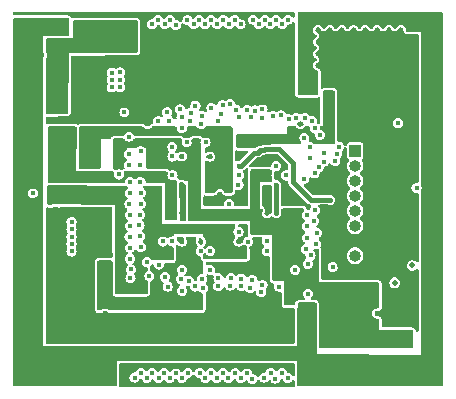
<source format=gbr>
%TF.GenerationSoftware,KiCad,Pcbnew,8.0.4-8.0.4-0~ubuntu20.04.1*%
%TF.CreationDate,2024-10-25T22:34:00+02:00*%
%TF.ProjectId,home_auto,686f6d65-5f61-4757-946f-2e6b69636164,rev?*%
%TF.SameCoordinates,Original*%
%TF.FileFunction,Copper,L3,Inr*%
%TF.FilePolarity,Positive*%
%FSLAX46Y46*%
G04 Gerber Fmt 4.6, Leading zero omitted, Abs format (unit mm)*
G04 Created by KiCad (PCBNEW 8.0.4-8.0.4-0~ubuntu20.04.1) date 2024-10-25 22:34:00*
%MOMM*%
%LPD*%
G01*
G04 APERTURE LIST*
%TA.AperFunction,ComponentPad*%
%ADD10O,1.000000X1.000000*%
%TD*%
%TA.AperFunction,ComponentPad*%
%ADD11R,1.000000X1.000000*%
%TD*%
%TA.AperFunction,ViaPad*%
%ADD12C,0.450000*%
%TD*%
%TA.AperFunction,ViaPad*%
%ADD13C,0.500000*%
%TD*%
%TA.AperFunction,Conductor*%
%ADD14C,0.400000*%
%TD*%
G04 APERTURE END LIST*
D10*
%TO.N,/FPGA_machX05/FTDI/NX_TCK*%
%TO.C,J13*%
X102650000Y-103540000D03*
%TO.N,GND*%
X102650000Y-102270000D03*
%TO.N,/FPGA_machX05/FTDI/NX_TMS*%
X102650000Y-101000000D03*
%TO.N,/FPGA_machX05/FTDI/JTAG_EN*%
X102650000Y-99730000D03*
%TO.N,unconnected-(J13-Pin_4-Pad4)*%
X102650000Y-98460000D03*
%TO.N,/FPGA_machX05/FTDI/NX_TDI*%
X102650000Y-97190000D03*
%TO.N,/FPGA_machX05/FTDI/NX_TDO*%
X102650000Y-95920000D03*
D11*
%TO.N,+3V3_BANK*%
X102650000Y-94650000D03*
%TD*%
D12*
%TO.N,+3V3_BANK*%
X83110000Y-91400000D03*
%TO.N,GND*%
X98670000Y-106750000D03*
X106510000Y-89430000D03*
X106510000Y-88430000D03*
X106510000Y-87430000D03*
X106510000Y-86430000D03*
X106510000Y-85430000D03*
X106510000Y-84430000D03*
X105510000Y-89430000D03*
X105510000Y-88430000D03*
X105510000Y-87430000D03*
X105510000Y-86430000D03*
X105510000Y-85430000D03*
X105510000Y-84430000D03*
X104510000Y-108430000D03*
X104510000Y-89430000D03*
X104510000Y-88430000D03*
X104510000Y-87430000D03*
X104510000Y-86430000D03*
X104510000Y-85430000D03*
X104510000Y-84430000D03*
X103510000Y-89430000D03*
X103510000Y-88430000D03*
X103510000Y-87430000D03*
X103510000Y-86430000D03*
X103510000Y-85430000D03*
X103510000Y-84430000D03*
X102510000Y-88430000D03*
X102510000Y-87430000D03*
X102510000Y-86430000D03*
X102510000Y-85430000D03*
X102510000Y-84430000D03*
X101510000Y-87430000D03*
X101510000Y-86430000D03*
X101510000Y-85430000D03*
X101510000Y-84430000D03*
X100510000Y-86430000D03*
X100510000Y-85430000D03*
X100510000Y-84430000D03*
X99510000Y-87430000D03*
X99510000Y-86430000D03*
X99510000Y-85430000D03*
X99510000Y-84430000D03*
X82510000Y-109430000D03*
X82510000Y-90430000D03*
X81510000Y-109430000D03*
X81510000Y-108430000D03*
%TO.N,+3V3_BANK*%
X100370000Y-89950000D03*
%TO.N,GND*%
X82650000Y-96660000D03*
X75350000Y-98260000D03*
X87960000Y-89660000D03*
X88930000Y-113920000D03*
%TO.N,/FPGA_machX05/FPGA_GPIO/PWM38*%
X96940000Y-113890000D03*
%TO.N,/FPGA_machX05/FPGA_GPIO/PWM32*%
X95490000Y-113460000D03*
%TO.N,/FPGA_machX05/FPGA_GPIO/PWM30*%
X94950000Y-113860000D03*
%TO.N,GND*%
X94470000Y-113450000D03*
%TO.N,+1V8*%
X82736153Y-88016743D03*
X82030000Y-89286743D03*
X82030000Y-88030000D03*
X82030000Y-88658480D03*
X82736153Y-89273486D03*
X82736153Y-88645223D03*
X78640000Y-103180667D03*
X78640000Y-102551798D03*
X78640000Y-101930000D03*
X78640000Y-101302435D03*
X78640000Y-100673564D03*
%TO.N,+3V3*%
X82090000Y-84313257D03*
X82090000Y-85570000D03*
X82090000Y-84941737D03*
X82796153Y-85556743D03*
X82796153Y-84928480D03*
X82796153Y-84300000D03*
X77698940Y-90488872D03*
X77685330Y-91110180D03*
X77056329Y-91108854D03*
X77070000Y-90480000D03*
%TO.N,+1V8_BANK*%
X76850000Y-97793236D03*
X76850000Y-99050000D03*
X76850000Y-98421618D03*
X77537928Y-99028382D03*
X77537928Y-98400000D03*
X77537928Y-97771618D03*
%TO.N,VCC_AUX*%
X81690000Y-107870000D03*
X81110000Y-107870000D03*
D13*
%TO.N,VCC_AUXA*%
X80250000Y-95510000D03*
X79590000Y-95540000D03*
D12*
%TO.N,+5V*%
X108790000Y-101550000D03*
X108790000Y-102290000D03*
X108790000Y-102940000D03*
X108790000Y-107040000D03*
X108790000Y-107600000D03*
X98830000Y-86250000D03*
X98830000Y-88470000D03*
X98830000Y-86990000D03*
X98830000Y-85510000D03*
X98830000Y-87730000D03*
X98830000Y-84770000D03*
X98730000Y-112480000D03*
X98730000Y-111740000D03*
X98730000Y-111000000D03*
X98730000Y-110260000D03*
X98730000Y-109520000D03*
X98730000Y-108780000D03*
%TO.N,+1V0*%
X106750000Y-110950000D03*
X106760000Y-110330000D03*
X106170000Y-110330000D03*
X106160000Y-110950000D03*
X105570000Y-110950000D03*
X105580000Y-110330000D03*
X100200000Y-110950000D03*
X100180000Y-110330000D03*
%TO.N,GND*%
X94000000Y-90000000D03*
X95180000Y-95140000D03*
X104975385Y-102325000D03*
X92780000Y-102340000D03*
X97579998Y-104735000D03*
X87980000Y-99930000D03*
X105900000Y-102930000D03*
X87180000Y-96730000D03*
X104975385Y-101720000D03*
X105900000Y-101720000D03*
X90380000Y-95140000D03*
X95180000Y-99930000D03*
X106824615Y-101115000D03*
X107749230Y-100510000D03*
X107749230Y-102325000D03*
X87980000Y-97530000D03*
X106824615Y-101720000D03*
X95980000Y-96740000D03*
X98015188Y-92389120D03*
X85225000Y-105250000D03*
X104975385Y-100510000D03*
X107749230Y-101115000D03*
X104050770Y-102325000D03*
X104050770Y-100510000D03*
X92780000Y-95135000D03*
X94380000Y-102330000D03*
X91180000Y-99140000D03*
X105900000Y-101115000D03*
X106824615Y-102930000D03*
X96780000Y-97530000D03*
X105900000Y-100510000D03*
X104050770Y-101720000D03*
X90380000Y-99130000D03*
X107749230Y-101720000D03*
X91180000Y-98340000D03*
X105900000Y-102325000D03*
X85075000Y-92375000D03*
X106824615Y-102325000D03*
X104050770Y-102930000D03*
X106824615Y-100510000D03*
X107749230Y-102930000D03*
X104050770Y-101115000D03*
X87980000Y-95130000D03*
X104975385Y-102930000D03*
X89580000Y-102340000D03*
X90380000Y-103130000D03*
X104975385Y-101115000D03*
X95134525Y-105256969D03*
X87980000Y-102340000D03*
%TO.N,+5V*%
X76130000Y-86580000D03*
X77050000Y-83960000D03*
X75570000Y-86580000D03*
X78010000Y-83970000D03*
X75020000Y-86580000D03*
X77530000Y-83950000D03*
X77610000Y-112869998D03*
X78420000Y-112869998D03*
X76800000Y-112869998D03*
X79230000Y-112869998D03*
D13*
%TO.N,Net-(PS1-BOOT)*%
X107474000Y-104362024D03*
%TO.N,Net-(PS1-SW)*%
X106000000Y-105825000D03*
D12*
%TO.N,+1V0*%
X106280000Y-92310000D03*
X95180000Y-96740000D03*
X91180000Y-99930000D03*
X82873860Y-95858413D03*
X82501000Y-94490000D03*
X90380000Y-99930000D03*
X87980000Y-96730000D03*
%TO.N,VCC_AUXA*%
X90380000Y-95940000D03*
X91180000Y-97530000D03*
%TO.N,VCC_AUX*%
X92780000Y-101530000D03*
X91980000Y-99130000D03*
X88780000Y-102340000D03*
X92780000Y-95930000D03*
X100550000Y-98800000D03*
%TO.N,VCC_ADC*%
X100740000Y-104500000D03*
X95180000Y-103140000D03*
%TO.N,Net-(PS1-EN)*%
X107850000Y-97800000D03*
%TO.N,/FPGA_machX05/FPGA_GPIO/PWM73*%
X96975000Y-83550000D03*
X100958608Y-95526399D03*
%TO.N,/FPGA_machX05/FPGA_GPIO/PWM22*%
X83490000Y-94950000D03*
%TO.N,/FPGA_machX05/FPGA_GPIO/PWM7*%
X86945122Y-113867887D03*
X84500000Y-102810000D03*
%TO.N,/FPGA_machX05/FPGA_GPIO/PWM35*%
X99400000Y-101600000D03*
%TO.N,/FPGA_machX05/FPGA_GPIO/PWM50*%
X97660000Y-91870000D03*
%TO.N,/FPGA_machX05/FPGA_GPIO/PWM48*%
X98981000Y-92133843D03*
%TO.N,/FPGA_machX05/FPGA_GPIO/PWM64*%
X88700000Y-92100000D03*
%TO.N,/FPGA_machX05/FPGA_GPIO/PWM30*%
X98650000Y-104220000D03*
%TO.N,/FPGA_machX05/FPGA_GPIO/PWM28*%
X87175000Y-94325000D03*
%TO.N,/FPGA_machX05/FPGA_GPIO/PWM58*%
X91310736Y-91523861D03*
%TO.N,/FPGA_machX05/FPGA_GPIO/PWM54*%
X92777033Y-91822015D03*
%TO.N,/FPGA_machX05/FPGA_GPIO/PWM0*%
X83625000Y-105450000D03*
%TO.N,/FPGA_machX05/FPGA_GPIO/PWM29*%
X86525000Y-83950000D03*
X87180000Y-95135000D03*
%TO.N,/FPGA_machX05/FPGA_GPIO/PWM6*%
X83590000Y-102860000D03*
%TO.N,/FPGA_machX05/FPGA_GPIO/PWM55*%
X93479892Y-91178240D03*
X91975000Y-83950000D03*
%TO.N,/FPGA_machX05/FPGA_GPIO/PWM53*%
X94175000Y-91250000D03*
X92442769Y-83550000D03*
%TO.N,/FPGA_machX05/FPGA_GPIO/PWM37*%
X99180000Y-100580000D03*
%TO.N,/FPGA_machX05/FPGA_GPIO/PWM66*%
X87975000Y-92725000D03*
%TO.N,/FPGA_machX05/FPGA_GPIO/PWM32*%
X98490000Y-102970000D03*
%TO.N,/FPGA_machX05/FPGA_GPIO/PWM39*%
X99234871Y-99681178D03*
%TO.N,/FPGA_machX05/FPGA_GPIO/PWM5*%
X88475006Y-113475000D03*
X86370000Y-102330000D03*
%TO.N,/FPGA_machX05/FPGA_GPIO/PWM20*%
X83502755Y-95870000D03*
%TO.N,/FPGA_machX05/FPGA_GPIO/PWM67*%
X88975000Y-83950000D03*
X89130415Y-90825247D03*
%TO.N,/FPGA_machX05/FPGA_GPIO/PWM3*%
X87475000Y-113500002D03*
X85024000Y-104080539D03*
%TO.N,/FPGA_machX05/FPGA_GPIO/PWM43*%
X95475000Y-83950000D03*
X98828237Y-95236495D03*
%TO.N,/FPGA_machX05/FPGA_GPIO/PWM27*%
X86738241Y-91397193D03*
X87475000Y-84010000D03*
%TO.N,/FPGA_machX05/FPGA_GPIO/PWM21*%
X84460000Y-95870000D03*
X85450000Y-83950000D03*
%TO.N,/FPGA_machX05/FPGA_GPIO/PWM8*%
X83550000Y-101920000D03*
%TO.N,/FPGA_machX05/FPGA_GPIO/PWM47*%
X98366642Y-91849944D03*
X94500000Y-83950000D03*
%TO.N,/FPGA_machX05/FPGA_GPIO/PWM25*%
X87000000Y-83550000D03*
X85975000Y-92150000D03*
%TO.N,/FPGA_machX05/FPGA_GPIO/PWM24*%
X83492410Y-93457402D03*
%TO.N,/FPGA_machX05/FPGA_GPIO/PWM26*%
X86908673Y-92115266D03*
%TO.N,/FPGA_machX05/FPGA_GPIO/PWM60*%
X90475000Y-91000000D03*
%TO.N,/FPGA_machX05/FPGA_GPIO/PWM61*%
X91014789Y-92100630D03*
X90475000Y-83550000D03*
%TO.N,/FPGA_machX05/FPGA_GPIO/PWM68*%
X87825000Y-91150000D03*
%TO.N,/FPGA_machX05/FPGA_GPIO/PWM33*%
X99350000Y-102530000D03*
%TO.N,/FPGA_machX05/FPGA_GPIO/PWM70*%
X101130818Y-94904183D03*
%TO.N,/FPGA_machX05/FPGA_GPIO/PWM23*%
X84488295Y-94682784D03*
X85975000Y-83550000D03*
%TO.N,/FPGA_machX05/FPGA_GPIO/PWM49*%
X93981676Y-83550000D03*
X97020916Y-91960334D03*
%TO.N,/FPGA_machX05/FPGA_GPIO/PWM40*%
X99977577Y-95572179D03*
%TO.N,/FPGA_machX05/FPGA_GPIO/PWM69*%
X88450001Y-83599998D03*
X87952216Y-91830019D03*
%TO.N,/FPGA_machX05/FPGA_GPIO/PWM51*%
X96368785Y-91657535D03*
X92950000Y-83950000D03*
%TO.N,/FPGA_machX05/FPGA_GPIO/PWM11*%
X84387504Y-100970000D03*
X86000000Y-113875000D03*
%TO.N,/FPGA_machX05/FTDI/NX_TDO*%
X92790000Y-96730000D03*
%TO.N,/FPGA_machX05/FPGA_GPIO/PWM9*%
X84438230Y-101890000D03*
X86475002Y-113449998D03*
%TO.N,/FPGA_machX05/FPGA_GPIO/PWM36*%
X96470000Y-113470000D03*
X98584127Y-101044021D03*
%TO.N,/FPGA_machX05/FTDI/NX_TCK*%
X92770000Y-97530000D03*
%TO.N,/FPGA_machX05/FPGA_GPIO/PWM31*%
X98870000Y-103490000D03*
%TO.N,/FPGA_machX05/FPGA_GPIO/PWM65*%
X89450000Y-83550000D03*
X88749000Y-91416976D03*
%TO.N,/FPGA_machX05/FPGA_GPIO/PWM45*%
X95000000Y-83550000D03*
X98824996Y-94335000D03*
%TO.N,/FPGA_machX05/FPGA_GPIO/PWM52*%
X94800000Y-91150000D03*
%TO.N,/FPGA_machX05/FPGA_GPIO/PWM44*%
X99650000Y-93300000D03*
%TO.N,/FPGA_machX05/FPGA_GPIO/PWM57*%
X92534779Y-91161006D03*
X91500000Y-83550000D03*
%TO.N,/FPGA_machX05/FPGA_GPIO/PWM46*%
X99225000Y-92725000D03*
%TO.N,/FPGA_machX05/FPGA_GPIO/PWM62*%
X89605292Y-92398296D03*
%TO.N,/FPGA_machX05/FPGA_GPIO/PWM34*%
X98580000Y-102010000D03*
X95896767Y-113939776D03*
%TO.N,/FPGA_machX05/FPGA_GPIO/PWM56*%
X92060369Y-90682088D03*
%TO.N,/FPGA_machX05/FPGA_GPIO/PWM63*%
X89938284Y-83950000D03*
X89683452Y-91698645D03*
%TO.N,/FPGA_machX05/FPGA_GPIO/PWM59*%
X91421864Y-90773459D03*
X90975000Y-83950000D03*
%TO.N,/FPGA_machX05/FPGA_GPIO/PWM38*%
X98560000Y-100110000D03*
%TO.N,/FPGA_machX05/FPGA_GPIO/PWM12*%
X83570000Y-100080000D03*
%TO.N,/FPGA_machX05/FPGA_GPIO/PWM42*%
X99553371Y-96036607D03*
%TO.N,/FPGA_machX05/FPGA_GPIO/PWM4*%
X83580000Y-103780000D03*
%TO.N,/FPGA_machX05/FPGA_GPIO/PWM41*%
X95950000Y-83550000D03*
X99220000Y-96570000D03*
%TO.N,/FPGA_machX05/FPGA_GPIO/PWM1*%
X86032495Y-104282505D03*
X87978808Y-113876595D03*
%TO.N,/FPGA_machX05/FPGA_GPIO/PWM2*%
X83650000Y-104705270D03*
%TO.N,/FPGA_machX05/FPGA_GPIO/PWM15*%
X84490000Y-99130000D03*
X85000000Y-113875000D03*
%TO.N,/FPGA_machX05/FPGA_GPIO/PWM16*%
X83599404Y-98235000D03*
%TO.N,/FPGA_machX05/FPGA_GPIO/PWM17*%
X84500000Y-113475000D03*
X84529277Y-98210000D03*
%TO.N,+1V8_BANK*%
X93580000Y-102340000D03*
X92780000Y-103140000D03*
X89580000Y-103140000D03*
X90380000Y-102340000D03*
X96190000Y-106150000D03*
%TO.N,/FPGA_machX05/FPGA_GPIO/PWM18*%
X83975000Y-113850000D03*
X84470000Y-97290000D03*
%TO.N,/FPGA_machX05/FPGA_GPIO/PWM19*%
X83571256Y-97284448D03*
%TO.N,/FPGA_machX05/FPGA_GPIO/PWM13*%
X85475000Y-113450000D03*
X84419463Y-100050000D03*
%TO.N,/FPGA_machX05/FPGA_GPIO/PWM14*%
X83540000Y-99155000D03*
%TO.N,/FPGA_machX05/FPGA_GPIO/PWM10*%
X83610000Y-101000000D03*
%TO.N,+3V3_BANK*%
X89980000Y-93940000D03*
X95180000Y-102330000D03*
X95980000Y-99930000D03*
X94810000Y-93970000D03*
X77780000Y-93220000D03*
X87180000Y-102330000D03*
X95980000Y-97540000D03*
X87180000Y-97540000D03*
X78440000Y-93860000D03*
X86380000Y-96740000D03*
X96780000Y-96740000D03*
X78440000Y-93210000D03*
X88380000Y-93940000D03*
X87180000Y-99930000D03*
X77790000Y-93850000D03*
X93170000Y-93950000D03*
%TO.N,/FPGA_machX05/FPGA_GPIO/PWM72*%
X101296169Y-94297303D03*
%TO.N,/FPGA_machX05/FPGA_GPIO/dim_sw8_P*%
X93950000Y-105575000D03*
X93950000Y-113975000D03*
%TO.N,/FPGA_machX05/FPGA_GPIO/dim_sw5_N*%
X91068000Y-105431332D03*
%TO.N,/FPGA_machX05/FPGA_GPIO/dim_sw7_N*%
X93000000Y-106125000D03*
%TO.N,/FPGA_machX05/FPGA_GPIO/dim_sw6_N*%
X92975000Y-113900000D03*
X92070308Y-106072676D03*
%TO.N,/FPGA_machX05/FPGA_GPIO/dim_sw8_N*%
X93475000Y-113500000D03*
X93752879Y-106250843D03*
%TO.N,/FPGA_machX05/FPGA_GPIO/dim_sw9_N*%
X94700000Y-106625000D03*
%TO.N,/FPGA_machX05/FPGA_GPIO/dim_sw4_N*%
X91925000Y-113900000D03*
X90375000Y-104725000D03*
%TO.N,/FPGA_machX05/FPGA_GPIO/dim_sw7_P*%
X93025000Y-105475000D03*
%TO.N,/FPGA_machX05/FPGA_GPIO/dim_sw9_P*%
X94800000Y-106000000D03*
%TO.N,/FPGA_machX05/FPGA_GPIO/dim_sw6_P*%
X92500000Y-113475000D03*
X92120911Y-105440835D03*
%TO.N,/FPGA_machX05/FPGA_GPIO/dim_sw1_N*%
X88000000Y-106500000D03*
%TO.N,/FPGA_machX05/FPGA_GPIO/dim_sw0_P*%
X86523560Y-105333567D03*
X89975000Y-113875000D03*
%TO.N,/FPGA_machX05/FPGA_GPIO/dim_sw0_N*%
X87875000Y-105500000D03*
%TO.N,/FPGA_machX05/FPGA_GPIO/dim_sw3_N*%
X89786262Y-106302312D03*
%TO.N,/FPGA_machX05/FPGA_GPIO/dim_sw3_P*%
X89101298Y-106139697D03*
%TO.N,/FPGA_machX05/FPGA_GPIO/dim_sw2_P*%
X90475000Y-113450000D03*
X87980009Y-104735018D03*
%TO.N,/FPGA_machX05/FPGA_GPIO/dim_sw1_P*%
X86775000Y-106149998D03*
X89475000Y-113475000D03*
%TO.N,/FPGA_machX05/FPGA_GPIO/dim_sw2_N*%
X88592474Y-105653160D03*
X90925000Y-113900000D03*
%TO.N,/FPGA_machX05/FPGA_GPIO/dim_sw5_P*%
X91050000Y-106100000D03*
%TO.N,/FPGA_machX05/FPGA_GPIO/dim_sw4_P*%
X89700928Y-105508024D03*
X91475000Y-113450000D03*
%TO.N,/FPGA_machX05/FPGA_GPIO/PWM71*%
X96475000Y-83950000D03*
X100050000Y-94875000D03*
%TO.N,/FPGA_machX05/FTDI/NX_TDI*%
X98310000Y-97060000D03*
%TO.N,/FPGA_machX05/FTDI/JTAG_EN*%
X98350000Y-93540000D03*
%TO.N,/FPGA_machX05/FTDI/NX_TMS*%
X95980000Y-95935000D03*
%TO.N,/FPGA_machX05/FTDI/PROGRAMN*%
X94765973Y-91841368D03*
%TO.N,/FPGA_machX05/FTDI/DONE*%
X93825033Y-91805948D03*
%TO.N,/FPGA_machX05/FTDI/INIT*%
X95698360Y-91693096D03*
%TD*%
D14*
%TO.N,VCC_AUX*%
X94891815Y-94574000D02*
X94845815Y-94620000D01*
X94845815Y-94620000D02*
X94590000Y-94620000D01*
X94590000Y-94620000D02*
X94390000Y-94820000D01*
X94120000Y-94820000D02*
X93010000Y-95930000D01*
X93010000Y-95930000D02*
X92780000Y-95930000D01*
X97384000Y-95664000D02*
X96390000Y-94670000D01*
X96220000Y-94500000D02*
X95570000Y-94500000D01*
X95534000Y-94536000D02*
X95020000Y-94536000D01*
%TO.N,+3V3_BANK*%
X95980000Y-97540000D02*
X95980000Y-99930000D01*
%TO.N,VCC_AUX*%
X100550000Y-98800000D02*
X98890000Y-98800000D01*
X98890000Y-98800000D02*
X97384000Y-97294000D01*
X97384000Y-97294000D02*
X97384000Y-95664000D01*
X95570000Y-94500000D02*
X95534000Y-94536000D01*
X96390000Y-94670000D02*
X96220000Y-94500000D01*
X94390000Y-94820000D02*
X94120000Y-94820000D01*
%TD*%
%TA.AperFunction,Conductor*%
%TO.N,+1V0*%
G36*
X95543039Y-96239685D02*
G01*
X95588794Y-96292489D01*
X95600000Y-96344000D01*
X95600000Y-96518777D01*
X95586486Y-96575070D01*
X95570279Y-96606877D01*
X95549196Y-96739997D01*
X95549196Y-96740002D01*
X95570279Y-96873123D01*
X95570280Y-96873124D01*
X95570280Y-96873125D01*
X95570281Y-96873126D01*
X95586484Y-96904927D01*
X95600000Y-96961221D01*
X95600000Y-97186000D01*
X95580315Y-97253039D01*
X95527511Y-97298794D01*
X95476000Y-97310000D01*
X94590000Y-97310000D01*
X94590000Y-99547182D01*
X93770000Y-99550000D01*
X93770000Y-100630000D01*
X88644000Y-100630000D01*
X88576961Y-100610315D01*
X88531206Y-100557511D01*
X88520000Y-100506000D01*
X88520000Y-97250000D01*
X88353110Y-97250000D01*
X88326693Y-97242243D01*
X89600000Y-97230000D01*
X89600000Y-99550000D01*
X90302029Y-99550000D01*
X90321427Y-99551527D01*
X90379998Y-99560804D01*
X90380000Y-99560804D01*
X90380002Y-99560804D01*
X90438573Y-99551527D01*
X90457971Y-99550000D01*
X91038891Y-99550000D01*
X91058289Y-99551527D01*
X91179998Y-99570804D01*
X91180000Y-99570804D01*
X91180002Y-99570804D01*
X91301711Y-99551527D01*
X91321109Y-99550000D01*
X91902029Y-99550000D01*
X91921427Y-99551527D01*
X91979998Y-99560804D01*
X91980000Y-99560804D01*
X91980002Y-99560804D01*
X92038573Y-99551527D01*
X92057971Y-99550000D01*
X93770000Y-99550000D01*
X93770000Y-96344000D01*
X93789685Y-96276961D01*
X93842489Y-96231206D01*
X93894000Y-96220000D01*
X95476000Y-96220000D01*
X95543039Y-96239685D01*
G37*
%TD.AperFunction*%
%TD*%
%TA.AperFunction,Conductor*%
%TO.N,+1V0*%
G36*
X98304024Y-99554103D02*
G01*
X98349960Y-99606749D01*
X98360141Y-99675873D01*
X98331334Y-99739528D01*
X98310229Y-99758966D01*
X98306776Y-99761474D01*
X98211476Y-99856774D01*
X98211473Y-99856778D01*
X98211472Y-99856780D01*
X98174164Y-99930002D01*
X98150279Y-99976878D01*
X98129196Y-100109997D01*
X98129196Y-100110002D01*
X98150279Y-100243121D01*
X98150280Y-100243124D01*
X98150281Y-100243126D01*
X98210241Y-100360804D01*
X98211473Y-100363221D01*
X98211476Y-100363225D01*
X98306774Y-100458523D01*
X98306779Y-100458527D01*
X98306780Y-100458528D01*
X98334541Y-100472672D01*
X98385336Y-100520647D01*
X98402131Y-100588468D01*
X98379593Y-100654603D01*
X98334544Y-100693640D01*
X98330907Y-100695492D01*
X98330901Y-100695497D01*
X98235603Y-100790795D01*
X98235600Y-100790799D01*
X98174406Y-100910899D01*
X98153323Y-101044018D01*
X98153323Y-101044023D01*
X98174406Y-101177142D01*
X98174407Y-101177145D01*
X98174408Y-101177147D01*
X98235599Y-101297241D01*
X98235600Y-101297242D01*
X98235603Y-101297246D01*
X98330901Y-101392544D01*
X98330903Y-101392545D01*
X98330907Y-101392549D01*
X98375902Y-101415475D01*
X98426697Y-101463449D01*
X98443492Y-101531270D01*
X98420955Y-101597405D01*
X98375902Y-101636442D01*
X98326780Y-101661472D01*
X98326779Y-101661473D01*
X98326774Y-101661476D01*
X98231476Y-101756774D01*
X98231473Y-101756778D01*
X98170279Y-101876878D01*
X98149196Y-102009997D01*
X98149196Y-102010002D01*
X98170279Y-102143121D01*
X98170280Y-102143124D01*
X98170281Y-102143126D01*
X98231472Y-102263220D01*
X98231473Y-102263221D01*
X98231476Y-102263225D01*
X98326774Y-102358523D01*
X98326777Y-102358525D01*
X98326780Y-102358528D01*
X98326782Y-102358529D01*
X98334672Y-102364261D01*
X98333216Y-102366264D01*
X98373765Y-102404560D01*
X98390561Y-102472381D01*
X98368024Y-102538516D01*
X98322970Y-102577555D01*
X98236783Y-102621469D01*
X98236774Y-102621476D01*
X98141476Y-102716774D01*
X98141473Y-102716778D01*
X98141472Y-102716780D01*
X98103415Y-102791472D01*
X98080279Y-102836878D01*
X98059196Y-102969997D01*
X98059196Y-102970002D01*
X98080279Y-103103121D01*
X98080280Y-103103124D01*
X98080281Y-103103126D01*
X98141472Y-103223220D01*
X98141473Y-103223221D01*
X98141476Y-103223225D01*
X98236774Y-103318523D01*
X98236778Y-103318526D01*
X98236780Y-103318528D01*
X98356874Y-103379719D01*
X98356876Y-103379719D01*
X98365570Y-103384149D01*
X98364541Y-103386167D01*
X98411191Y-103418067D01*
X98437525Y-103480383D01*
X98437669Y-103480361D01*
X98437761Y-103480942D01*
X98438388Y-103482426D01*
X98438609Y-103486298D01*
X98460279Y-103623123D01*
X98491356Y-103684115D01*
X98504252Y-103752784D01*
X98477975Y-103817525D01*
X98437168Y-103850893D01*
X98396779Y-103871472D01*
X98396774Y-103871476D01*
X98301476Y-103966774D01*
X98301473Y-103966778D01*
X98301472Y-103966780D01*
X98264137Y-104040055D01*
X98240279Y-104086878D01*
X98219196Y-104219997D01*
X98219196Y-104220002D01*
X98240279Y-104353121D01*
X98240280Y-104353124D01*
X98240281Y-104353126D01*
X98281994Y-104434992D01*
X98301473Y-104473221D01*
X98301476Y-104473225D01*
X98396774Y-104568523D01*
X98396778Y-104568526D01*
X98396780Y-104568528D01*
X98516874Y-104629719D01*
X98516876Y-104629719D01*
X98516878Y-104629720D01*
X98649998Y-104650804D01*
X98650000Y-104650804D01*
X98650002Y-104650804D01*
X98783121Y-104629720D01*
X98783121Y-104629719D01*
X98783126Y-104629719D01*
X98903220Y-104568528D01*
X98998528Y-104473220D01*
X99059719Y-104353126D01*
X99074352Y-104260739D01*
X99080804Y-104220002D01*
X99080804Y-104219997D01*
X99059720Y-104086876D01*
X99035863Y-104040055D01*
X99028642Y-104025883D01*
X99015747Y-103957215D01*
X99042024Y-103892475D01*
X99082831Y-103859106D01*
X99123220Y-103838528D01*
X99218528Y-103743220D01*
X99279719Y-103623126D01*
X99288006Y-103570804D01*
X99300804Y-103490002D01*
X99300804Y-103489997D01*
X99279720Y-103356878D01*
X99279719Y-103356876D01*
X99279719Y-103356874D01*
X99218528Y-103236780D01*
X99218526Y-103236778D01*
X99218523Y-103236774D01*
X99135730Y-103153981D01*
X99102245Y-103092658D01*
X99107229Y-103022966D01*
X99149101Y-102967033D01*
X99214565Y-102942616D01*
X99242809Y-102943827D01*
X99349998Y-102960804D01*
X99350000Y-102960804D01*
X99350002Y-102960804D01*
X99446602Y-102945504D01*
X99515895Y-102954459D01*
X99569347Y-102999455D01*
X99589987Y-103066206D01*
X99590000Y-103067977D01*
X99590000Y-105790000D01*
X104576000Y-105790000D01*
X104643039Y-105809685D01*
X104688794Y-105862489D01*
X104700000Y-105914000D01*
X104700000Y-107884103D01*
X104680315Y-107951142D01*
X104627511Y-107996897D01*
X104558353Y-108006841D01*
X104556604Y-108006577D01*
X104525493Y-108001649D01*
X104510000Y-107999196D01*
X104509999Y-107999196D01*
X104509998Y-107999196D01*
X104376878Y-108020279D01*
X104256778Y-108081473D01*
X104256774Y-108081476D01*
X104161476Y-108176774D01*
X104161473Y-108176778D01*
X104100279Y-108296878D01*
X104079196Y-108429997D01*
X104079196Y-108430002D01*
X104100279Y-108563121D01*
X104100280Y-108563124D01*
X104100281Y-108563126D01*
X104161472Y-108683220D01*
X104161473Y-108683221D01*
X104161476Y-108683225D01*
X104256774Y-108778523D01*
X104256778Y-108778526D01*
X104256780Y-108778528D01*
X104376874Y-108839719D01*
X104376876Y-108839719D01*
X104376878Y-108839720D01*
X104509998Y-108860804D01*
X104510000Y-108860804D01*
X104510001Y-108860804D01*
X104533391Y-108857099D01*
X104556601Y-108853423D01*
X104625895Y-108862377D01*
X104679347Y-108907373D01*
X104699987Y-108974125D01*
X104700000Y-108975896D01*
X104700000Y-109810000D01*
X107446000Y-109810000D01*
X107513039Y-109829685D01*
X107558794Y-109882489D01*
X107570000Y-109934000D01*
X107570000Y-111216153D01*
X107550315Y-111283192D01*
X107497511Y-111328947D01*
X107446154Y-111340153D01*
X99732648Y-111349735D01*
X99665584Y-111330134D01*
X99619764Y-111277387D01*
X99608494Y-111225429D01*
X99615321Y-108482003D01*
X99614171Y-108459774D01*
X99611337Y-108433108D01*
X99601142Y-108400477D01*
X99595500Y-108363498D01*
X99595500Y-107614772D01*
X99595500Y-107614768D01*
X99590668Y-107570466D01*
X99579142Y-107518259D01*
X99579140Y-107518249D01*
X99576454Y-107507477D01*
X99532946Y-107427030D01*
X99486868Y-107374512D01*
X99469165Y-107356665D01*
X99469162Y-107356663D01*
X99389078Y-107312514D01*
X99389076Y-107312513D01*
X99389074Y-107312512D01*
X99378818Y-107309569D01*
X99321918Y-107293241D01*
X99321910Y-107293240D01*
X99263973Y-107285274D01*
X99263967Y-107285274D01*
X99223198Y-107285525D01*
X99035187Y-107286686D01*
X98968027Y-107267415D01*
X98921948Y-107214894D01*
X98911578Y-107145799D01*
X98940210Y-107082065D01*
X98946728Y-107075019D01*
X99018528Y-107003220D01*
X99079719Y-106883126D01*
X99081538Y-106871642D01*
X99100804Y-106750002D01*
X99100804Y-106749997D01*
X99079720Y-106616878D01*
X99079719Y-106616876D01*
X99079719Y-106616874D01*
X99018528Y-106496780D01*
X99018526Y-106496778D01*
X99018523Y-106496774D01*
X98923225Y-106401476D01*
X98923221Y-106401473D01*
X98923220Y-106401472D01*
X98803126Y-106340281D01*
X98803124Y-106340280D01*
X98803121Y-106340279D01*
X98670002Y-106319196D01*
X98669998Y-106319196D01*
X98536878Y-106340279D01*
X98416778Y-106401473D01*
X98416774Y-106401476D01*
X98321476Y-106496774D01*
X98321473Y-106496778D01*
X98260279Y-106616878D01*
X98239196Y-106749997D01*
X98239196Y-106750002D01*
X98260279Y-106883121D01*
X98260280Y-106883124D01*
X98260281Y-106883126D01*
X98315516Y-106991530D01*
X98321473Y-107003221D01*
X98321476Y-107003225D01*
X98397729Y-107079478D01*
X98431214Y-107140801D01*
X98426230Y-107210493D01*
X98384358Y-107266426D01*
X98318894Y-107290843D01*
X98310814Y-107291157D01*
X97891611Y-107293744D01*
X97891609Y-107293745D01*
X97848874Y-107298509D01*
X97848862Y-107298511D01*
X97798409Y-107309575D01*
X97789164Y-107311830D01*
X97789159Y-107311832D01*
X97708325Y-107354612D01*
X97705942Y-107356665D01*
X97655388Y-107400219D01*
X97655377Y-107400230D01*
X97637393Y-107417751D01*
X97637388Y-107417758D01*
X97592516Y-107497445D01*
X97572641Y-107564425D01*
X97572638Y-107564436D01*
X97564151Y-107622303D01*
X97564151Y-107622308D01*
X97564131Y-107629198D01*
X97544251Y-107696179D01*
X97491314Y-107741780D01*
X97439703Y-107752835D01*
X96743571Y-107750427D01*
X96676600Y-107730511D01*
X96631028Y-107677549D01*
X96620000Y-107626428D01*
X96620000Y-106164835D01*
X96620804Y-106154618D01*
X96620804Y-106145381D01*
X96620000Y-106135165D01*
X96620000Y-105670000D01*
X96619999Y-105669999D01*
X95775278Y-105678708D01*
X95708039Y-105659716D01*
X95661743Y-105607387D01*
X95650000Y-105554715D01*
X95650000Y-104734997D01*
X97149194Y-104734997D01*
X97149194Y-104735002D01*
X97170277Y-104868121D01*
X97170278Y-104868124D01*
X97170279Y-104868126D01*
X97231470Y-104988220D01*
X97231471Y-104988221D01*
X97231474Y-104988225D01*
X97326772Y-105083523D01*
X97326776Y-105083526D01*
X97326778Y-105083528D01*
X97446872Y-105144719D01*
X97446874Y-105144719D01*
X97446876Y-105144720D01*
X97579996Y-105165804D01*
X97579998Y-105165804D01*
X97580000Y-105165804D01*
X97713119Y-105144720D01*
X97713119Y-105144719D01*
X97713124Y-105144719D01*
X97833218Y-105083528D01*
X97928526Y-104988220D01*
X97989717Y-104868126D01*
X97992821Y-104848528D01*
X98010802Y-104735002D01*
X98010802Y-104734997D01*
X97989718Y-104601878D01*
X97989717Y-104601876D01*
X97989717Y-104601874D01*
X97928526Y-104481780D01*
X97928524Y-104481778D01*
X97928521Y-104481774D01*
X97833223Y-104386476D01*
X97833219Y-104386473D01*
X97833218Y-104386472D01*
X97713124Y-104325281D01*
X97713122Y-104325280D01*
X97713119Y-104325279D01*
X97580000Y-104304196D01*
X97579996Y-104304196D01*
X97446876Y-104325279D01*
X97326776Y-104386473D01*
X97326772Y-104386476D01*
X97231474Y-104481774D01*
X97231471Y-104481778D01*
X97170277Y-104601878D01*
X97149194Y-104734997D01*
X95650000Y-104734997D01*
X95650000Y-101750000D01*
X95649999Y-101750000D01*
X93894659Y-101759336D01*
X93827516Y-101740009D01*
X93781481Y-101687449D01*
X93770000Y-101635338D01*
X93770000Y-100630000D01*
X93770000Y-99550000D01*
X94694915Y-99546821D01*
X94762020Y-99566275D01*
X94807957Y-99618921D01*
X94818138Y-99688045D01*
X94805825Y-99727114D01*
X94770279Y-99796876D01*
X94749196Y-99929997D01*
X94749196Y-99930002D01*
X94770279Y-100063121D01*
X94770280Y-100063124D01*
X94770281Y-100063126D01*
X94831472Y-100183220D01*
X94831473Y-100183221D01*
X94831476Y-100183225D01*
X94926774Y-100278523D01*
X94926778Y-100278526D01*
X94926780Y-100278528D01*
X95046874Y-100339719D01*
X95046876Y-100339719D01*
X95046878Y-100339720D01*
X95179998Y-100360804D01*
X95180000Y-100360804D01*
X95180002Y-100360804D01*
X95313121Y-100339720D01*
X95313121Y-100339719D01*
X95313126Y-100339719D01*
X95433220Y-100278528D01*
X95454968Y-100256780D01*
X95492319Y-100219430D01*
X95553642Y-100185945D01*
X95623334Y-100190929D01*
X95667681Y-100219430D01*
X95726774Y-100278523D01*
X95726778Y-100278526D01*
X95726780Y-100278528D01*
X95846874Y-100339719D01*
X95846876Y-100339719D01*
X95846878Y-100339720D01*
X95979998Y-100360804D01*
X95980000Y-100360804D01*
X95980002Y-100360804D01*
X96113121Y-100339720D01*
X96113121Y-100339719D01*
X96113126Y-100339719D01*
X96233220Y-100278528D01*
X96328528Y-100183220D01*
X96389719Y-100063126D01*
X96398590Y-100007119D01*
X96410804Y-99930002D01*
X96410804Y-99929997D01*
X96389719Y-99796873D01*
X96386704Y-99787593D01*
X96389539Y-99786671D01*
X96380500Y-99749011D01*
X96380500Y-99664603D01*
X96400185Y-99597564D01*
X96452989Y-99551809D01*
X96504071Y-99540604D01*
X98236919Y-99534649D01*
X98304024Y-99554103D01*
G37*
%TD.AperFunction*%
%TD*%
%TA.AperFunction,Conductor*%
%TO.N,+5V*%
G36*
X109975603Y-82909891D02*
G01*
X110042624Y-82929629D01*
X110088336Y-82982470D01*
X110099500Y-83033890D01*
X110099500Y-114426147D01*
X110079815Y-114493186D01*
X110027011Y-114538941D01*
X109975600Y-114550147D01*
X97874452Y-114559899D01*
X97807397Y-114540268D01*
X97761599Y-114487501D01*
X97750352Y-114435550D01*
X97756034Y-112430000D01*
X99400000Y-112430000D01*
X99401318Y-111900012D01*
X108220000Y-111910000D01*
X108235251Y-98010777D01*
X108248767Y-97954620D01*
X108259719Y-97933126D01*
X108259719Y-97933124D01*
X108259720Y-97933123D01*
X108280804Y-97800002D01*
X108280804Y-97799997D01*
X108259720Y-97666876D01*
X108259719Y-97666875D01*
X108259719Y-97666874D01*
X108249228Y-97646284D01*
X108235713Y-97589859D01*
X108250000Y-84570000D01*
X108249999Y-84570000D01*
X107063742Y-84571366D01*
X106996680Y-84551759D01*
X106950864Y-84499007D01*
X106942276Y-84439759D01*
X106940804Y-84439759D01*
X106940804Y-84429997D01*
X106919720Y-84296878D01*
X106919719Y-84296876D01*
X106919719Y-84296874D01*
X106858528Y-84176780D01*
X106858526Y-84176778D01*
X106858523Y-84176774D01*
X106763225Y-84081476D01*
X106763221Y-84081473D01*
X106763220Y-84081472D01*
X106643126Y-84020281D01*
X106643124Y-84020280D01*
X106643121Y-84020279D01*
X106510002Y-83999196D01*
X106509998Y-83999196D01*
X106376878Y-84020279D01*
X106256778Y-84081473D01*
X106256774Y-84081476D01*
X106161476Y-84176774D01*
X106161473Y-84176779D01*
X106120485Y-84257222D01*
X106072510Y-84308018D01*
X106004689Y-84324813D01*
X105938554Y-84302275D01*
X105899515Y-84257222D01*
X105858528Y-84176780D01*
X105858524Y-84176776D01*
X105858523Y-84176774D01*
X105763225Y-84081476D01*
X105763221Y-84081473D01*
X105763220Y-84081472D01*
X105643126Y-84020281D01*
X105643124Y-84020280D01*
X105643121Y-84020279D01*
X105510002Y-83999196D01*
X105509998Y-83999196D01*
X105376878Y-84020279D01*
X105256778Y-84081473D01*
X105256774Y-84081476D01*
X105161476Y-84176774D01*
X105161473Y-84176779D01*
X105120485Y-84257222D01*
X105072510Y-84308018D01*
X105004689Y-84324813D01*
X104938554Y-84302275D01*
X104899515Y-84257222D01*
X104858528Y-84176780D01*
X104858524Y-84176776D01*
X104858523Y-84176774D01*
X104763225Y-84081476D01*
X104763221Y-84081473D01*
X104763220Y-84081472D01*
X104643126Y-84020281D01*
X104643124Y-84020280D01*
X104643121Y-84020279D01*
X104510002Y-83999196D01*
X104509998Y-83999196D01*
X104376878Y-84020279D01*
X104256778Y-84081473D01*
X104256774Y-84081476D01*
X104161476Y-84176774D01*
X104161473Y-84176779D01*
X104120485Y-84257222D01*
X104072510Y-84308018D01*
X104004689Y-84324813D01*
X103938554Y-84302275D01*
X103899515Y-84257222D01*
X103858528Y-84176780D01*
X103858524Y-84176776D01*
X103858523Y-84176774D01*
X103763225Y-84081476D01*
X103763221Y-84081473D01*
X103763220Y-84081472D01*
X103643126Y-84020281D01*
X103643124Y-84020280D01*
X103643121Y-84020279D01*
X103510002Y-83999196D01*
X103509998Y-83999196D01*
X103376878Y-84020279D01*
X103256778Y-84081473D01*
X103256774Y-84081476D01*
X103161476Y-84176774D01*
X103161473Y-84176779D01*
X103120485Y-84257222D01*
X103072510Y-84308018D01*
X103004689Y-84324813D01*
X102938554Y-84302275D01*
X102899515Y-84257222D01*
X102858528Y-84176780D01*
X102858524Y-84176776D01*
X102858523Y-84176774D01*
X102763225Y-84081476D01*
X102763221Y-84081473D01*
X102763220Y-84081472D01*
X102643126Y-84020281D01*
X102643124Y-84020280D01*
X102643121Y-84020279D01*
X102510002Y-83999196D01*
X102509998Y-83999196D01*
X102376878Y-84020279D01*
X102256778Y-84081473D01*
X102256774Y-84081476D01*
X102161476Y-84176774D01*
X102161473Y-84176779D01*
X102120485Y-84257222D01*
X102072510Y-84308018D01*
X102004689Y-84324813D01*
X101938554Y-84302275D01*
X101899515Y-84257222D01*
X101858528Y-84176780D01*
X101858524Y-84176776D01*
X101858523Y-84176774D01*
X101763225Y-84081476D01*
X101763221Y-84081473D01*
X101763220Y-84081472D01*
X101643126Y-84020281D01*
X101643124Y-84020280D01*
X101643121Y-84020279D01*
X101510002Y-83999196D01*
X101509998Y-83999196D01*
X101376878Y-84020279D01*
X101256778Y-84081473D01*
X101256774Y-84081476D01*
X101161476Y-84176774D01*
X101161473Y-84176779D01*
X101120485Y-84257222D01*
X101072510Y-84308018D01*
X101004689Y-84324813D01*
X100938554Y-84302275D01*
X100899515Y-84257222D01*
X100858528Y-84176780D01*
X100858524Y-84176776D01*
X100858523Y-84176774D01*
X100763225Y-84081476D01*
X100763221Y-84081473D01*
X100763220Y-84081472D01*
X100643126Y-84020281D01*
X100643124Y-84020280D01*
X100643121Y-84020279D01*
X100510002Y-83999196D01*
X100509998Y-83999196D01*
X100376878Y-84020279D01*
X100256778Y-84081473D01*
X100256774Y-84081476D01*
X100161476Y-84176774D01*
X100161473Y-84176779D01*
X100120485Y-84257222D01*
X100072510Y-84308018D01*
X100004689Y-84324813D01*
X99938554Y-84302275D01*
X99899515Y-84257222D01*
X99858528Y-84176780D01*
X99858524Y-84176776D01*
X99858523Y-84176774D01*
X99763225Y-84081476D01*
X99763221Y-84081473D01*
X99763220Y-84081472D01*
X99643126Y-84020281D01*
X99643124Y-84020280D01*
X99643121Y-84020279D01*
X99510002Y-83999196D01*
X99509998Y-83999196D01*
X99376878Y-84020279D01*
X99256778Y-84081473D01*
X99256774Y-84081476D01*
X99161476Y-84176774D01*
X99161473Y-84176778D01*
X99100279Y-84296878D01*
X99079196Y-84429997D01*
X99079196Y-84430002D01*
X99100279Y-84563121D01*
X99100280Y-84563124D01*
X99100281Y-84563126D01*
X99161472Y-84683220D01*
X99161473Y-84683221D01*
X99161476Y-84683225D01*
X99256774Y-84778523D01*
X99256776Y-84778524D01*
X99256780Y-84778528D01*
X99337222Y-84819515D01*
X99388018Y-84867490D01*
X99404813Y-84935311D01*
X99382275Y-85001446D01*
X99337222Y-85040484D01*
X99256780Y-85081472D01*
X99256779Y-85081473D01*
X99256774Y-85081476D01*
X99161476Y-85176774D01*
X99161473Y-85176778D01*
X99100279Y-85296878D01*
X99079196Y-85429997D01*
X99079196Y-85430002D01*
X99100279Y-85563121D01*
X99100280Y-85563124D01*
X99100281Y-85563126D01*
X99161472Y-85683220D01*
X99161473Y-85683221D01*
X99161476Y-85683225D01*
X99256774Y-85778523D01*
X99256776Y-85778524D01*
X99256780Y-85778528D01*
X99337222Y-85819515D01*
X99388018Y-85867490D01*
X99404813Y-85935311D01*
X99382275Y-86001446D01*
X99337222Y-86040484D01*
X99256780Y-86081472D01*
X99256779Y-86081473D01*
X99256774Y-86081476D01*
X99161476Y-86176774D01*
X99161473Y-86176778D01*
X99100279Y-86296878D01*
X99079196Y-86429997D01*
X99079196Y-86430002D01*
X99100279Y-86563121D01*
X99100280Y-86563124D01*
X99100281Y-86563126D01*
X99161472Y-86683220D01*
X99161473Y-86683221D01*
X99161476Y-86683225D01*
X99256774Y-86778523D01*
X99256776Y-86778524D01*
X99256780Y-86778528D01*
X99337222Y-86819515D01*
X99388018Y-86867490D01*
X99404813Y-86935311D01*
X99382275Y-87001446D01*
X99337222Y-87040484D01*
X99256780Y-87081472D01*
X99256779Y-87081473D01*
X99256774Y-87081476D01*
X99161476Y-87176774D01*
X99161473Y-87176778D01*
X99100279Y-87296878D01*
X99079196Y-87429997D01*
X99079196Y-87430002D01*
X99100279Y-87563121D01*
X99100280Y-87563124D01*
X99100281Y-87563126D01*
X99161472Y-87683220D01*
X99161473Y-87683221D01*
X99161476Y-87683225D01*
X99256774Y-87778523D01*
X99256778Y-87778526D01*
X99256780Y-87778528D01*
X99376874Y-87839719D01*
X99427511Y-87847739D01*
X99490644Y-87877667D01*
X99527576Y-87936978D01*
X99532104Y-87971597D01*
X99511370Y-89827385D01*
X99490938Y-89894201D01*
X99437626Y-89939363D01*
X99387378Y-89950000D01*
X97903824Y-89950000D01*
X97836785Y-89930315D01*
X97791030Y-89877511D01*
X97779824Y-89826176D01*
X97777193Y-87971597D01*
X97770176Y-83024275D01*
X97789766Y-82957209D01*
X97842505Y-82911379D01*
X97894272Y-82900100D01*
X109975603Y-82909891D01*
G37*
%TD.AperFunction*%
%TA.AperFunction,Conductor*%
G36*
X99332394Y-107510041D02*
G01*
X99378474Y-107562561D01*
X99390000Y-107614768D01*
X99390000Y-108410000D01*
X97767421Y-108410000D01*
X97769651Y-107622885D01*
X97789526Y-107555904D01*
X97842459Y-107510299D01*
X97892883Y-107499241D01*
X99265235Y-107490770D01*
X99332394Y-107510041D01*
G37*
%TD.AperFunction*%
%TD*%
%TA.AperFunction,Conductor*%
%TO.N,+5V*%
G36*
X78393039Y-83419685D02*
G01*
X78438794Y-83472489D01*
X78450000Y-83524000D01*
X78450000Y-84802347D01*
X78430315Y-84869386D01*
X78377511Y-84915141D01*
X78326542Y-84926346D01*
X76582552Y-84933962D01*
X76539338Y-84938752D01*
X76539329Y-84938753D01*
X76539327Y-84938754D01*
X76531659Y-84940439D01*
X76488370Y-84949956D01*
X76471131Y-84954190D01*
X76470960Y-84953493D01*
X76435720Y-84960000D01*
X76260000Y-84960000D01*
X76259802Y-85217802D01*
X76258541Y-85235349D01*
X76254500Y-85263462D01*
X76254500Y-86260955D01*
X76254582Y-86266790D01*
X76254780Y-86273801D01*
X76254781Y-86273805D01*
X76256852Y-86284861D01*
X76258972Y-86307787D01*
X76258548Y-86862070D01*
X76257288Y-86879610D01*
X76254500Y-86899012D01*
X76254500Y-91421764D01*
X76254504Y-91421806D01*
X76255063Y-91433661D01*
X76240000Y-111190000D01*
X97730000Y-111190000D01*
X97730000Y-108498781D01*
X97749685Y-108431742D01*
X97766444Y-108410975D01*
X97767421Y-108410000D01*
X99390000Y-108410000D01*
X99390000Y-108423714D01*
X99406988Y-108454826D01*
X99409822Y-108481492D01*
X99401317Y-111900011D01*
X99401318Y-111900012D01*
X99400000Y-112430000D01*
X82460000Y-112430000D01*
X82466240Y-113765387D01*
X82469418Y-114445561D01*
X82450047Y-114512691D01*
X82397457Y-114558692D01*
X82345559Y-114570140D01*
X73824640Y-114579790D01*
X73757579Y-114560181D01*
X73711764Y-114507429D01*
X73700500Y-114455790D01*
X73700500Y-98259997D01*
X74919196Y-98259997D01*
X74919196Y-98260002D01*
X74940279Y-98393121D01*
X74940280Y-98393124D01*
X74940281Y-98393126D01*
X74984301Y-98479520D01*
X75001473Y-98513221D01*
X75001476Y-98513225D01*
X75096774Y-98608523D01*
X75096778Y-98608526D01*
X75096780Y-98608528D01*
X75216874Y-98669719D01*
X75216876Y-98669719D01*
X75216878Y-98669720D01*
X75349998Y-98690804D01*
X75350000Y-98690804D01*
X75350002Y-98690804D01*
X75483121Y-98669720D01*
X75483121Y-98669719D01*
X75483126Y-98669719D01*
X75603220Y-98608528D01*
X75698528Y-98513220D01*
X75759719Y-98393126D01*
X75759720Y-98393121D01*
X75780804Y-98260002D01*
X75780804Y-98259997D01*
X75759720Y-98126878D01*
X75759719Y-98126876D01*
X75759719Y-98126874D01*
X75698528Y-98006780D01*
X75698526Y-98006778D01*
X75698523Y-98006774D01*
X75603225Y-97911476D01*
X75603221Y-97911473D01*
X75603220Y-97911472D01*
X75483126Y-97850281D01*
X75483124Y-97850280D01*
X75483121Y-97850279D01*
X75350002Y-97829196D01*
X75349998Y-97829196D01*
X75216878Y-97850279D01*
X75096778Y-97911473D01*
X75096774Y-97911476D01*
X75001476Y-98006774D01*
X75001473Y-98006778D01*
X74940279Y-98126878D01*
X74919196Y-98259997D01*
X73700500Y-98259997D01*
X73700500Y-83524000D01*
X73720185Y-83456961D01*
X73772989Y-83411206D01*
X73824500Y-83400000D01*
X78326000Y-83400000D01*
X78393039Y-83419685D01*
G37*
%TD.AperFunction*%
%TD*%
%TA.AperFunction,Conductor*%
%TO.N,+1V0*%
G36*
X83083664Y-93629685D02*
G01*
X83127109Y-93677704D01*
X83143881Y-93710620D01*
X83143886Y-93710627D01*
X83239184Y-93805925D01*
X83239188Y-93805928D01*
X83239190Y-93805930D01*
X83359284Y-93867121D01*
X83359286Y-93867121D01*
X83359288Y-93867122D01*
X83492408Y-93888206D01*
X83492410Y-93888206D01*
X83492412Y-93888206D01*
X83625531Y-93867122D01*
X83625531Y-93867121D01*
X83625536Y-93867121D01*
X83745630Y-93805930D01*
X83840938Y-93710622D01*
X83853086Y-93686780D01*
X83857711Y-93677704D01*
X83905686Y-93626908D01*
X83968195Y-93610000D01*
X87868244Y-93610000D01*
X87935283Y-93629685D01*
X87981038Y-93682489D01*
X87990982Y-93751647D01*
X87978729Y-93790294D01*
X87970279Y-93806876D01*
X87949196Y-93939997D01*
X87949196Y-93940002D01*
X87970279Y-94073121D01*
X87970280Y-94073124D01*
X87970281Y-94073126D01*
X88031472Y-94193220D01*
X88031473Y-94193221D01*
X88031476Y-94193225D01*
X88126774Y-94288523D01*
X88126778Y-94288526D01*
X88126780Y-94288528D01*
X88246874Y-94349719D01*
X88246876Y-94349719D01*
X88246878Y-94349720D01*
X88379998Y-94370804D01*
X88380000Y-94370804D01*
X88380002Y-94370804D01*
X88513121Y-94349720D01*
X88513121Y-94349719D01*
X88513126Y-94349719D01*
X88633220Y-94288528D01*
X88728528Y-94193220D01*
X88789719Y-94073126D01*
X88805027Y-93976476D01*
X88810804Y-93940002D01*
X88810804Y-93939997D01*
X88789720Y-93806876D01*
X88781271Y-93790294D01*
X88768375Y-93721625D01*
X88794652Y-93656884D01*
X88851759Y-93616628D01*
X88891756Y-93610000D01*
X89468244Y-93610000D01*
X89535283Y-93629685D01*
X89581038Y-93682489D01*
X89590982Y-93751647D01*
X89578729Y-93790294D01*
X89570279Y-93806876D01*
X89549196Y-93939997D01*
X89549196Y-93940002D01*
X89570279Y-94073123D01*
X89603255Y-94137842D01*
X89616768Y-94194821D01*
X89601199Y-97012907D01*
X89600000Y-97230000D01*
X88326693Y-97242243D01*
X88286071Y-97230315D01*
X88265428Y-97213680D01*
X88233224Y-97181475D01*
X88233221Y-97181473D01*
X88233220Y-97181472D01*
X88113126Y-97120281D01*
X88113124Y-97120280D01*
X88113121Y-97120279D01*
X87980002Y-97099196D01*
X87979998Y-97099196D01*
X87846870Y-97120281D01*
X87841179Y-97122130D01*
X87771337Y-97124121D01*
X87711507Y-97088037D01*
X87702167Y-97075087D01*
X87701481Y-97075572D01*
X87678265Y-97042641D01*
X87657288Y-97012885D01*
X87641574Y-96993263D01*
X87639901Y-96992093D01*
X87638627Y-96990503D01*
X87635101Y-96987200D01*
X87635576Y-96986692D01*
X87596229Y-96937556D01*
X87588463Y-96871059D01*
X87610804Y-96730002D01*
X87610804Y-96729997D01*
X87589720Y-96596876D01*
X87533515Y-96486567D01*
X87520000Y-96430273D01*
X87520000Y-96390000D01*
X87479726Y-96390000D01*
X87423433Y-96376485D01*
X87313126Y-96320281D01*
X87313124Y-96320280D01*
X87313121Y-96320279D01*
X87180002Y-96299196D01*
X87179998Y-96299196D01*
X87046875Y-96320280D01*
X87038729Y-96322927D01*
X86968888Y-96324922D01*
X86909055Y-96288841D01*
X86906603Y-96286089D01*
X86905784Y-96285141D01*
X86896477Y-96274375D01*
X86878905Y-96256397D01*
X86868001Y-96250281D01*
X86799143Y-96211658D01*
X86799140Y-96211657D01*
X86732126Y-96191894D01*
X86687558Y-96185432D01*
X86674234Y-96183500D01*
X86674235Y-96183500D01*
X85103854Y-96181646D01*
X85036837Y-96161882D01*
X84991145Y-96109024D01*
X84980000Y-96057646D01*
X84980000Y-94410000D01*
X84868621Y-94410000D01*
X84801582Y-94390315D01*
X84780939Y-94373680D01*
X84741519Y-94334259D01*
X84741516Y-94334257D01*
X84741515Y-94334256D01*
X84723343Y-94324997D01*
X86744196Y-94324997D01*
X86744196Y-94325002D01*
X86765279Y-94458121D01*
X86765280Y-94458124D01*
X86765281Y-94458126D01*
X86826472Y-94578220D01*
X86893071Y-94644819D01*
X86926555Y-94706140D01*
X86921571Y-94775832D01*
X86893071Y-94820180D01*
X86831473Y-94881777D01*
X86831473Y-94881778D01*
X86770279Y-95001878D01*
X86749196Y-95134997D01*
X86749196Y-95135002D01*
X86770279Y-95268121D01*
X86770280Y-95268124D01*
X86770281Y-95268126D01*
X86828925Y-95383221D01*
X86831473Y-95388221D01*
X86831476Y-95388225D01*
X86926774Y-95483523D01*
X86926778Y-95483526D01*
X86926780Y-95483528D01*
X87046874Y-95544719D01*
X87046876Y-95544719D01*
X87046878Y-95544720D01*
X87179998Y-95565804D01*
X87180000Y-95565804D01*
X87180002Y-95565804D01*
X87313121Y-95544720D01*
X87313121Y-95544719D01*
X87313126Y-95544719D01*
X87433220Y-95483528D01*
X87494820Y-95421927D01*
X87556139Y-95388444D01*
X87625831Y-95393428D01*
X87670180Y-95421929D01*
X87726774Y-95478523D01*
X87726778Y-95478526D01*
X87726780Y-95478528D01*
X87846874Y-95539719D01*
X87846876Y-95539719D01*
X87846878Y-95539720D01*
X87979998Y-95560804D01*
X87980000Y-95560804D01*
X87980002Y-95560804D01*
X88113121Y-95539720D01*
X88113121Y-95539719D01*
X88113126Y-95539719D01*
X88233220Y-95478528D01*
X88328528Y-95383220D01*
X88389719Y-95263126D01*
X88410804Y-95130000D01*
X88404865Y-95092503D01*
X88389720Y-94996878D01*
X88389719Y-94996876D01*
X88389719Y-94996874D01*
X88328528Y-94876780D01*
X88328526Y-94876778D01*
X88328523Y-94876774D01*
X88233225Y-94781476D01*
X88233221Y-94781473D01*
X88233220Y-94781472D01*
X88113126Y-94720281D01*
X88113124Y-94720280D01*
X88113121Y-94720279D01*
X87980002Y-94699196D01*
X87979998Y-94699196D01*
X87846878Y-94720279D01*
X87726778Y-94781473D01*
X87726774Y-94781476D01*
X87665181Y-94843070D01*
X87603858Y-94876555D01*
X87534166Y-94871571D01*
X87489819Y-94843070D01*
X87461930Y-94815181D01*
X87428445Y-94753858D01*
X87433429Y-94684166D01*
X87461930Y-94639819D01*
X87523523Y-94578225D01*
X87523528Y-94578220D01*
X87584719Y-94458126D01*
X87589243Y-94429564D01*
X87605804Y-94325002D01*
X87605804Y-94324997D01*
X87584720Y-94191878D01*
X87584719Y-94191876D01*
X87584719Y-94191874D01*
X87523528Y-94071780D01*
X87523526Y-94071778D01*
X87523523Y-94071774D01*
X87428225Y-93976476D01*
X87428221Y-93976473D01*
X87428220Y-93976472D01*
X87308126Y-93915281D01*
X87308124Y-93915280D01*
X87308121Y-93915279D01*
X87175002Y-93894196D01*
X87174998Y-93894196D01*
X87041878Y-93915279D01*
X86921778Y-93976473D01*
X86921774Y-93976476D01*
X86826476Y-94071774D01*
X86826473Y-94071778D01*
X86765279Y-94191878D01*
X86744196Y-94324997D01*
X84723343Y-94324997D01*
X84621421Y-94273065D01*
X84621419Y-94273064D01*
X84621416Y-94273063D01*
X84488297Y-94251980D01*
X84488293Y-94251980D01*
X84355173Y-94273063D01*
X84235073Y-94334257D01*
X84235070Y-94334259D01*
X84195651Y-94373680D01*
X84134328Y-94407166D01*
X84107969Y-94410000D01*
X83310000Y-94410000D01*
X83310000Y-94488177D01*
X83290315Y-94555216D01*
X83242296Y-94598661D01*
X83236778Y-94601472D01*
X83141476Y-94696774D01*
X83141473Y-94696778D01*
X83080279Y-94816878D01*
X83059196Y-94949997D01*
X83059196Y-94950002D01*
X83080279Y-95083121D01*
X83080280Y-95083124D01*
X83080281Y-95083126D01*
X83141472Y-95203220D01*
X83236780Y-95298528D01*
X83236782Y-95298529D01*
X83242293Y-95301337D01*
X83293090Y-95349310D01*
X83310000Y-95411823D01*
X83310000Y-95414676D01*
X83290315Y-95481715D01*
X83255559Y-95513162D01*
X83257429Y-95515736D01*
X83249534Y-95521472D01*
X83154231Y-95616774D01*
X83154228Y-95616778D01*
X83093034Y-95736878D01*
X83071951Y-95869997D01*
X83071951Y-95870002D01*
X83093034Y-96003123D01*
X83111798Y-96039949D01*
X83124694Y-96108619D01*
X83098417Y-96173359D01*
X83045126Y-96212245D01*
X83029670Y-96218082D01*
X82966762Y-96265576D01*
X82901398Y-96290259D01*
X82835756Y-96277097D01*
X82783126Y-96250281D01*
X82783124Y-96250280D01*
X82783121Y-96250279D01*
X82650002Y-96229196D01*
X82649998Y-96229196D01*
X82516876Y-96250279D01*
X82468106Y-96275129D01*
X82399436Y-96288025D01*
X82334696Y-96261748D01*
X82323135Y-96251319D01*
X82322840Y-96251017D01*
X82243079Y-96206279D01*
X82243071Y-96206276D01*
X82229829Y-96202371D01*
X82171096Y-96164527D01*
X82142147Y-96100937D01*
X82140908Y-96082995D01*
X82149546Y-93733544D01*
X82169477Y-93666577D01*
X82222449Y-93621017D01*
X82273545Y-93610000D01*
X83016625Y-93610000D01*
X83083664Y-93629685D01*
G37*
%TD.AperFunction*%
%TD*%
%TA.AperFunction,Conductor*%
%TO.N,+3V3_BANK*%
G36*
X79011953Y-92599924D02*
G01*
X79057924Y-92652539D01*
X79069341Y-92705167D01*
X79050000Y-96380000D01*
X82117933Y-96383622D01*
X82184947Y-96403385D01*
X82230639Y-96456243D01*
X82240501Y-96525413D01*
X82240257Y-96527018D01*
X82219196Y-96659996D01*
X82219196Y-96660002D01*
X82240279Y-96793121D01*
X82240280Y-96793124D01*
X82240281Y-96793126D01*
X82275948Y-96863126D01*
X82301473Y-96913221D01*
X82301476Y-96913225D01*
X82396774Y-97008523D01*
X82396778Y-97008526D01*
X82396780Y-97008528D01*
X82516874Y-97069719D01*
X82516876Y-97069719D01*
X82516878Y-97069720D01*
X82649998Y-97090804D01*
X82650000Y-97090804D01*
X82650002Y-97090804D01*
X82783121Y-97069720D01*
X82783121Y-97069719D01*
X82783126Y-97069719D01*
X82903220Y-97008528D01*
X82998528Y-96913220D01*
X83059719Y-96793126D01*
X83080804Y-96660000D01*
X83080803Y-96659996D01*
X83059941Y-96528276D01*
X83068895Y-96458983D01*
X83113892Y-96405531D01*
X83180643Y-96384891D01*
X83182427Y-96384878D01*
X86673997Y-96389001D01*
X86741011Y-96408764D01*
X86786703Y-96461622D01*
X86796565Y-96530792D01*
X86784334Y-96569292D01*
X86770280Y-96596875D01*
X86749196Y-96729997D01*
X86749196Y-96730002D01*
X86770279Y-96863121D01*
X86770280Y-96863124D01*
X86770281Y-96863126D01*
X86831472Y-96983220D01*
X86831473Y-96983221D01*
X86831476Y-96983225D01*
X86926774Y-97078523D01*
X86926778Y-97078526D01*
X86926780Y-97078528D01*
X87046874Y-97139719D01*
X87046876Y-97139719D01*
X87046878Y-97139720D01*
X87179998Y-97160804D01*
X87180000Y-97160804D01*
X87180002Y-97160804D01*
X87313121Y-97139720D01*
X87313121Y-97139719D01*
X87313126Y-97139719D01*
X87355924Y-97117911D01*
X87424588Y-97105016D01*
X87489329Y-97131291D01*
X87529587Y-97188397D01*
X87536193Y-97225996D01*
X87584815Y-99736131D01*
X87573009Y-99787499D01*
X87573296Y-99787593D01*
X87572243Y-99790832D01*
X87571328Y-99794816D01*
X87570281Y-99796869D01*
X87570280Y-99796873D01*
X87549196Y-99929997D01*
X87549196Y-99930002D01*
X87570280Y-100063124D01*
X87570280Y-100063125D01*
X87579034Y-100080305D01*
X87592526Y-100134198D01*
X87597551Y-100393598D01*
X87579168Y-100461007D01*
X87527260Y-100507776D01*
X87473574Y-100520000D01*
X86664000Y-100520000D01*
X86596961Y-100500315D01*
X86551206Y-100447511D01*
X86540000Y-100396000D01*
X86540000Y-100009971D01*
X86530000Y-97380000D01*
X86529999Y-97379999D01*
X85022065Y-97384578D01*
X84954967Y-97365097D01*
X84909052Y-97312433D01*
X84899217Y-97279985D01*
X84879719Y-97156874D01*
X84818528Y-97036780D01*
X84818526Y-97036778D01*
X84818523Y-97036774D01*
X84723225Y-96941476D01*
X84723221Y-96941473D01*
X84723220Y-96941472D01*
X84603126Y-96880281D01*
X84603124Y-96880280D01*
X84603121Y-96880279D01*
X84470002Y-96859196D01*
X84469998Y-96859196D01*
X84336878Y-96880279D01*
X84216778Y-96941473D01*
X84216774Y-96941476D01*
X84114571Y-97043680D01*
X84113170Y-97042279D01*
X84067622Y-97077397D01*
X83998008Y-97083370D01*
X83936216Y-97050758D01*
X83922322Y-97034722D01*
X83919780Y-97031223D01*
X83824481Y-96935924D01*
X83824477Y-96935921D01*
X83824476Y-96935920D01*
X83704382Y-96874729D01*
X83704380Y-96874728D01*
X83704377Y-96874727D01*
X83571258Y-96853644D01*
X83571254Y-96853644D01*
X83438134Y-96874727D01*
X83318034Y-96935921D01*
X83318030Y-96935924D01*
X83222732Y-97031222D01*
X83222729Y-97031226D01*
X83161535Y-97151326D01*
X83140195Y-97286062D01*
X83110266Y-97349197D01*
X83050954Y-97386128D01*
X83018098Y-97390663D01*
X82904598Y-97391007D01*
X82904095Y-97391008D01*
X77747491Y-97385742D01*
X77691324Y-97372227D01*
X77671051Y-97361897D01*
X77537930Y-97340814D01*
X77537926Y-97340814D01*
X77404801Y-97361898D01*
X77385365Y-97371801D01*
X77328948Y-97385314D01*
X77001994Y-97384980D01*
X76982723Y-97383453D01*
X76850002Y-97362432D01*
X76849996Y-97362432D01*
X76793063Y-97371449D01*
X76723770Y-97362494D01*
X76670318Y-97317498D01*
X76649679Y-97250746D01*
X76649666Y-97249233D01*
X76649483Y-97160804D01*
X76640256Y-92713743D01*
X76659802Y-92646666D01*
X76712511Y-92600802D01*
X76763742Y-92589490D01*
X78944833Y-92580515D01*
X79011953Y-92599924D01*
G37*
%TD.AperFunction*%
%TD*%
%TA.AperFunction,Conductor*%
%TO.N,VCC_AUXA*%
G36*
X84695296Y-92599685D02*
G01*
X84718907Y-92621983D01*
X84719572Y-92621319D01*
X84726471Y-92628218D01*
X84726472Y-92628220D01*
X84821780Y-92723528D01*
X84941874Y-92784719D01*
X84941876Y-92784719D01*
X84941878Y-92784720D01*
X85074998Y-92805804D01*
X85075000Y-92805804D01*
X85075002Y-92805804D01*
X85208121Y-92784720D01*
X85208121Y-92784719D01*
X85208126Y-92784719D01*
X85328220Y-92723528D01*
X85423528Y-92628220D01*
X85423529Y-92628217D01*
X85430428Y-92621319D01*
X85432038Y-92622929D01*
X85476759Y-92588447D01*
X85521743Y-92580000D01*
X85960165Y-92580000D01*
X85970379Y-92580804D01*
X85975000Y-92580804D01*
X85979621Y-92580804D01*
X85989835Y-92580000D01*
X87421976Y-92580000D01*
X87489015Y-92599685D01*
X87534770Y-92652489D01*
X87543793Y-92715241D01*
X87544196Y-92715241D01*
X87544196Y-92718044D01*
X87544714Y-92721647D01*
X87544450Y-92723394D01*
X87544196Y-92724998D01*
X87544196Y-92725002D01*
X87565279Y-92858121D01*
X87565280Y-92858124D01*
X87565281Y-92858126D01*
X87626472Y-92978220D01*
X87626473Y-92978221D01*
X87626476Y-92978225D01*
X87721774Y-93073523D01*
X87721778Y-93073526D01*
X87721780Y-93073528D01*
X87841874Y-93134719D01*
X87841876Y-93134719D01*
X87841878Y-93134720D01*
X87974998Y-93155804D01*
X87975000Y-93155804D01*
X87975002Y-93155804D01*
X88108121Y-93134720D01*
X88108121Y-93134719D01*
X88108126Y-93134719D01*
X88228220Y-93073528D01*
X88323528Y-92978220D01*
X88384719Y-92858126D01*
X88393006Y-92805804D01*
X88405804Y-92725002D01*
X88405804Y-92724998D01*
X88405550Y-92723394D01*
X88405804Y-92721428D01*
X88405804Y-92715241D01*
X88406604Y-92715241D01*
X88414507Y-92654100D01*
X88459505Y-92600650D01*
X88526258Y-92580013D01*
X88528024Y-92580000D01*
X89144338Y-92580000D01*
X89211377Y-92599685D01*
X89254823Y-92647706D01*
X89256763Y-92651515D01*
X89256768Y-92651521D01*
X89352066Y-92746819D01*
X89352070Y-92746822D01*
X89352072Y-92746824D01*
X89472166Y-92808015D01*
X89472168Y-92808015D01*
X89472170Y-92808016D01*
X89605290Y-92829100D01*
X89605292Y-92829100D01*
X89605294Y-92829100D01*
X89738413Y-92808016D01*
X89738413Y-92808015D01*
X89738418Y-92808015D01*
X89858512Y-92746824D01*
X89953820Y-92651516D01*
X89955761Y-92647705D01*
X89959342Y-92643914D01*
X89959553Y-92643624D01*
X89959590Y-92643651D01*
X90003735Y-92596910D01*
X90066246Y-92580000D01*
X92146219Y-92580000D01*
X92213258Y-92599685D01*
X92259013Y-92652489D01*
X92270218Y-92703779D01*
X92279780Y-98115732D01*
X92279781Y-98115781D01*
X92260215Y-98182855D01*
X92207492Y-98228703D01*
X92155781Y-98240000D01*
X91682585Y-98240000D01*
X91615546Y-98220315D01*
X91572100Y-98172295D01*
X91528528Y-98086780D01*
X91528524Y-98086776D01*
X91528523Y-98086774D01*
X91433225Y-97991476D01*
X91433221Y-97991473D01*
X91433220Y-97991472D01*
X91313126Y-97930281D01*
X91313124Y-97930280D01*
X91313121Y-97930279D01*
X91180002Y-97909196D01*
X91179998Y-97909196D01*
X91046878Y-97930279D01*
X90926778Y-97991473D01*
X90926774Y-97991476D01*
X90831476Y-98086774D01*
X90831473Y-98086779D01*
X90831472Y-98086780D01*
X90787900Y-98172295D01*
X90739925Y-98223091D01*
X90677415Y-98240000D01*
X90034268Y-98240000D01*
X89967229Y-98220315D01*
X89921474Y-98167511D01*
X89910268Y-98115732D01*
X89910331Y-98086774D01*
X89915752Y-95576588D01*
X89935581Y-95509597D01*
X89988483Y-95463957D01*
X90057663Y-95454163D01*
X90121156Y-95483325D01*
X90126561Y-95488368D01*
X90126778Y-95488526D01*
X90126780Y-95488528D01*
X90246874Y-95549719D01*
X90246876Y-95549719D01*
X90246878Y-95549720D01*
X90379998Y-95570804D01*
X90380000Y-95570804D01*
X90380002Y-95570804D01*
X90513121Y-95549720D01*
X90513121Y-95549719D01*
X90513126Y-95549719D01*
X90633220Y-95488528D01*
X90728528Y-95393220D01*
X90789719Y-95273126D01*
X90810804Y-95140000D01*
X90803281Y-95092503D01*
X90789720Y-95006878D01*
X90789719Y-95006876D01*
X90789719Y-95006874D01*
X90728528Y-94886780D01*
X90728526Y-94886778D01*
X90728523Y-94886774D01*
X90633225Y-94791476D01*
X90633221Y-94791473D01*
X90633220Y-94791472D01*
X90513126Y-94730281D01*
X90513124Y-94730280D01*
X90513121Y-94730279D01*
X90380002Y-94709196D01*
X90379998Y-94709196D01*
X90246878Y-94730279D01*
X90126778Y-94791473D01*
X90118881Y-94797211D01*
X90117539Y-94795364D01*
X90067986Y-94822415D01*
X89998295Y-94817423D01*
X89942366Y-94775545D01*
X89917957Y-94710078D01*
X89917643Y-94701023D01*
X89918107Y-94486240D01*
X89937936Y-94419248D01*
X89990838Y-94373608D01*
X90022709Y-94364040D01*
X90113121Y-94349720D01*
X90113121Y-94349719D01*
X90113126Y-94349719D01*
X90233220Y-94288528D01*
X90328528Y-94193220D01*
X90389719Y-94073126D01*
X90410804Y-93940000D01*
X90389719Y-93806874D01*
X90328528Y-93686780D01*
X90328526Y-93686778D01*
X90328523Y-93686774D01*
X90233225Y-93591476D01*
X90233221Y-93591473D01*
X90233220Y-93591472D01*
X90113126Y-93530281D01*
X90113124Y-93530280D01*
X90113121Y-93530279D01*
X89980002Y-93509196D01*
X89979998Y-93509196D01*
X89846875Y-93530280D01*
X89846874Y-93530280D01*
X89846049Y-93530701D01*
X89844939Y-93530909D01*
X89837598Y-93533295D01*
X89837289Y-93532345D01*
X89777378Y-93543591D01*
X89712640Y-93517309D01*
X89696055Y-93501419D01*
X89695681Y-93500988D01*
X89690589Y-93495111D01*
X89672998Y-93477157D01*
X89672996Y-93477156D01*
X89672994Y-93477154D01*
X89593184Y-93432511D01*
X89593179Y-93432509D01*
X89526147Y-93412826D01*
X89526143Y-93412825D01*
X89526142Y-93412825D01*
X89468244Y-93404500D01*
X88891756Y-93404500D01*
X88891745Y-93404500D01*
X88891742Y-93404501D01*
X88858160Y-93407265D01*
X88818163Y-93413893D01*
X88818057Y-93413910D01*
X88817961Y-93413926D01*
X88733357Y-93448665D01*
X88733356Y-93448665D01*
X88676276Y-93488902D01*
X88676254Y-93488918D01*
X88649703Y-93510180D01*
X88648619Y-93508827D01*
X88597523Y-93538927D01*
X88527706Y-93536214D01*
X88515161Y-93530942D01*
X88513124Y-93530280D01*
X88380002Y-93509196D01*
X88379998Y-93509196D01*
X88246875Y-93530280D01*
X88246874Y-93530280D01*
X88246049Y-93530701D01*
X88244939Y-93530909D01*
X88237598Y-93533295D01*
X88237289Y-93532345D01*
X88177378Y-93543591D01*
X88112640Y-93517309D01*
X88096055Y-93501419D01*
X88095681Y-93500988D01*
X88090589Y-93495111D01*
X88072998Y-93477157D01*
X88072996Y-93477156D01*
X88072994Y-93477154D01*
X87993184Y-93432511D01*
X87993179Y-93432509D01*
X87926147Y-93412826D01*
X87926143Y-93412825D01*
X87926142Y-93412825D01*
X87868244Y-93404500D01*
X84018286Y-93404500D01*
X83951247Y-93384815D01*
X83905492Y-93332011D01*
X83903620Y-93327205D01*
X83902129Y-93324279D01*
X83902129Y-93324276D01*
X83840938Y-93204182D01*
X83840936Y-93204180D01*
X83840933Y-93204176D01*
X83745635Y-93108878D01*
X83745631Y-93108875D01*
X83745630Y-93108874D01*
X83625536Y-93047683D01*
X83625534Y-93047682D01*
X83625531Y-93047681D01*
X83492412Y-93026598D01*
X83492408Y-93026598D01*
X83359288Y-93047681D01*
X83239188Y-93108875D01*
X83239184Y-93108878D01*
X83143886Y-93204176D01*
X83143883Y-93204181D01*
X83078261Y-93332971D01*
X83075686Y-93331658D01*
X83045015Y-93376503D01*
X82980653Y-93403693D01*
X82966533Y-93404500D01*
X82273540Y-93404500D01*
X82230238Y-93409115D01*
X82230234Y-93409115D01*
X82230232Y-93409116D01*
X82210046Y-93413468D01*
X82179120Y-93420136D01*
X82169315Y-93422504D01*
X82088449Y-93465215D01*
X82088448Y-93465216D01*
X82035457Y-93510792D01*
X82035453Y-93510796D01*
X82017459Y-93528298D01*
X82017448Y-93528312D01*
X81996679Y-93565123D01*
X81946592Y-93613837D01*
X81888965Y-93628189D01*
X81090000Y-93630000D01*
X81090000Y-96052760D01*
X81070315Y-96119799D01*
X81017511Y-96165554D01*
X80965854Y-96176760D01*
X79381089Y-96174889D01*
X79314072Y-96155125D01*
X79268380Y-96102267D01*
X79257237Y-96050236D01*
X79258887Y-95736874D01*
X79274838Y-92706249D01*
X79274837Y-92706246D01*
X79274853Y-92703347D01*
X79294890Y-92636412D01*
X79347934Y-92590936D01*
X79398851Y-92580000D01*
X84628257Y-92580000D01*
X84695296Y-92599685D01*
G37*
%TD.AperFunction*%
%TD*%
%TA.AperFunction,Conductor*%
%TO.N,VCC_AUX*%
G36*
X89103010Y-101942733D02*
G01*
X89169971Y-101962683D01*
X89215516Y-102015669D01*
X89225185Y-102084866D01*
X89213003Y-102123026D01*
X89170279Y-102206876D01*
X89149196Y-102339997D01*
X89149196Y-102340002D01*
X89170279Y-102473121D01*
X89170280Y-102473124D01*
X89170281Y-102473126D01*
X89226377Y-102583220D01*
X89231473Y-102593221D01*
X89231476Y-102593225D01*
X89290570Y-102652319D01*
X89324055Y-102713642D01*
X89319071Y-102783334D01*
X89290570Y-102827681D01*
X89231476Y-102886774D01*
X89231473Y-102886778D01*
X89170279Y-103006878D01*
X89149196Y-103139997D01*
X89149196Y-103140002D01*
X89170279Y-103273121D01*
X89170280Y-103273124D01*
X89170281Y-103273126D01*
X89231472Y-103393220D01*
X89231473Y-103393221D01*
X89231476Y-103393225D01*
X89326774Y-103488523D01*
X89326778Y-103488526D01*
X89326780Y-103488528D01*
X89446874Y-103549719D01*
X89480666Y-103555071D01*
X89543799Y-103584999D01*
X89580731Y-103644310D01*
X89585267Y-103678131D01*
X89585112Y-103710893D01*
X89585112Y-103710907D01*
X89585095Y-103714414D01*
X89585096Y-103714422D01*
X89589685Y-103758603D01*
X89589689Y-103758630D01*
X89600891Y-103810718D01*
X89603481Y-103821369D01*
X89603482Y-103821373D01*
X89646491Y-103902083D01*
X89646493Y-103902086D01*
X89692252Y-103954895D01*
X89709834Y-103972839D01*
X89709838Y-103972843D01*
X89709839Y-103972844D01*
X89709841Y-103972845D01*
X89732866Y-103985724D01*
X89781765Y-104035631D01*
X89796332Y-104094137D01*
X89794989Y-104956609D01*
X89775200Y-105023618D01*
X89722325Y-105069290D01*
X89690387Y-105078889D01*
X89567806Y-105098303D01*
X89567802Y-105098304D01*
X89567802Y-105098305D01*
X89514729Y-105125347D01*
X89447706Y-105159497D01*
X89447702Y-105159500D01*
X89352404Y-105254798D01*
X89352401Y-105254802D01*
X89291207Y-105374902D01*
X89270884Y-105503225D01*
X89270124Y-105508024D01*
X89274240Y-105534011D01*
X89280402Y-105572920D01*
X89271446Y-105642213D01*
X89226449Y-105695664D01*
X89159697Y-105716303D01*
X89138529Y-105714789D01*
X89119305Y-105711744D01*
X89056170Y-105681814D01*
X89019240Y-105622502D01*
X89016234Y-105608688D01*
X89002193Y-105520034D01*
X88941002Y-105399940D01*
X88941000Y-105399938D01*
X88940997Y-105399934D01*
X88845699Y-105304636D01*
X88845695Y-105304633D01*
X88845694Y-105304632D01*
X88725600Y-105243441D01*
X88725598Y-105243440D01*
X88725595Y-105243439D01*
X88592476Y-105222356D01*
X88592472Y-105222356D01*
X88459350Y-105243439D01*
X88379832Y-105283956D01*
X88311163Y-105296852D01*
X88246423Y-105270575D01*
X88223202Y-105246332D01*
X88221152Y-105243509D01*
X88197689Y-105177697D01*
X88213530Y-105109647D01*
X88233804Y-105082970D01*
X88328537Y-104988238D01*
X88389728Y-104868144D01*
X88389729Y-104868139D01*
X88410813Y-104735020D01*
X88410813Y-104735015D01*
X88389729Y-104601896D01*
X88389728Y-104601894D01*
X88389728Y-104601892D01*
X88328537Y-104481798D01*
X88328535Y-104481796D01*
X88328532Y-104481792D01*
X88233234Y-104386494D01*
X88233230Y-104386491D01*
X88233229Y-104386490D01*
X88113135Y-104325299D01*
X88113133Y-104325298D01*
X88113130Y-104325297D01*
X87980011Y-104304214D01*
X87980007Y-104304214D01*
X87846887Y-104325297D01*
X87726787Y-104386491D01*
X87726783Y-104386494D01*
X87631485Y-104481792D01*
X87631482Y-104481796D01*
X87570288Y-104601896D01*
X87549205Y-104735015D01*
X87549205Y-104735020D01*
X87570288Y-104868139D01*
X87570289Y-104868142D01*
X87570290Y-104868144D01*
X87631481Y-104988238D01*
X87631482Y-104988239D01*
X87631484Y-104988242D01*
X87633841Y-104991487D01*
X87635484Y-104996094D01*
X87635912Y-104996933D01*
X87635803Y-104996988D01*
X87657318Y-105057294D01*
X87641490Y-105125347D01*
X87621202Y-105152049D01*
X87526473Y-105246778D01*
X87465279Y-105366878D01*
X87444196Y-105499997D01*
X87444196Y-105500002D01*
X87465279Y-105633121D01*
X87465280Y-105633124D01*
X87465281Y-105633126D01*
X87523836Y-105748046D01*
X87526473Y-105753221D01*
X87526476Y-105753225D01*
X87621774Y-105848523D01*
X87621778Y-105848526D01*
X87621780Y-105848528D01*
X87741874Y-105909719D01*
X87741879Y-105909719D01*
X87749879Y-105912320D01*
X87807553Y-105951759D01*
X87834750Y-106016118D01*
X87822834Y-106084964D01*
X87775589Y-106136439D01*
X87767854Y-106140734D01*
X87746781Y-106151471D01*
X87746774Y-106151476D01*
X87651476Y-106246774D01*
X87651473Y-106246778D01*
X87590279Y-106366878D01*
X87569196Y-106499997D01*
X87569196Y-106500002D01*
X87590279Y-106633121D01*
X87590280Y-106633124D01*
X87590281Y-106633126D01*
X87648505Y-106747396D01*
X87651473Y-106753221D01*
X87651476Y-106753225D01*
X87746774Y-106848523D01*
X87746778Y-106848526D01*
X87746780Y-106848528D01*
X87866874Y-106909719D01*
X87866876Y-106909719D01*
X87866878Y-106909720D01*
X87999998Y-106930804D01*
X88000000Y-106930804D01*
X88000002Y-106930804D01*
X88133121Y-106909720D01*
X88133121Y-106909719D01*
X88133126Y-106909719D01*
X88253220Y-106848528D01*
X88348528Y-106753220D01*
X88409719Y-106633126D01*
X88409720Y-106633121D01*
X88430804Y-106500002D01*
X88430804Y-106499997D01*
X88409720Y-106366878D01*
X88409719Y-106366876D01*
X88409719Y-106366874D01*
X88348528Y-106246780D01*
X88348526Y-106246778D01*
X88347356Y-106244481D01*
X88334460Y-106175811D01*
X88360736Y-106111071D01*
X88417843Y-106070814D01*
X88477239Y-106065713D01*
X88574465Y-106081112D01*
X88637600Y-106111041D01*
X88674531Y-106170353D01*
X88677540Y-106184187D01*
X88691577Y-106272818D01*
X88691578Y-106272821D01*
X88691579Y-106272823D01*
X88752770Y-106392917D01*
X88752771Y-106392918D01*
X88752774Y-106392922D01*
X88848072Y-106488220D01*
X88848076Y-106488223D01*
X88848078Y-106488225D01*
X88968172Y-106549416D01*
X88968174Y-106549416D01*
X88968176Y-106549417D01*
X89101296Y-106570501D01*
X89101298Y-106570501D01*
X89101300Y-106570501D01*
X89234420Y-106549417D01*
X89234421Y-106549416D01*
X89234424Y-106549416D01*
X89285199Y-106523544D01*
X89353867Y-106510648D01*
X89418607Y-106536924D01*
X89430316Y-106549148D01*
X89430833Y-106548632D01*
X89533036Y-106650835D01*
X89533040Y-106650838D01*
X89533042Y-106650840D01*
X89653136Y-106712031D01*
X89653138Y-106712031D01*
X89653140Y-106712032D01*
X89687453Y-106717467D01*
X89750588Y-106747396D01*
X89787519Y-106806708D01*
X89792055Y-106840133D01*
X89790192Y-108036363D01*
X89770403Y-108103372D01*
X89717528Y-108149044D01*
X89666363Y-108160170D01*
X82550000Y-108170000D01*
X81903110Y-108170000D01*
X81836071Y-108150315D01*
X81815428Y-108133680D01*
X81763221Y-108081473D01*
X81763220Y-108081472D01*
X81643126Y-108020281D01*
X81643124Y-108020280D01*
X81643121Y-108020279D01*
X81510002Y-107999196D01*
X81509998Y-107999196D01*
X81376878Y-108020279D01*
X81256778Y-108081473D01*
X81256775Y-108081476D01*
X81204572Y-108133680D01*
X81143249Y-108167166D01*
X81116890Y-108170000D01*
X80943708Y-108170000D01*
X80876669Y-108150315D01*
X80830914Y-108097511D01*
X80819708Y-108046293D01*
X80814196Y-105714789D01*
X80810293Y-104064100D01*
X80829819Y-103997016D01*
X80882515Y-103951137D01*
X80934099Y-103939809D01*
X81983078Y-103938200D01*
X82050145Y-103957782D01*
X82095981Y-104010516D01*
X82107266Y-104061874D01*
X82110614Y-105333564D01*
X82110920Y-105449999D01*
X82114124Y-106667429D01*
X82114124Y-106667431D01*
X82114173Y-106685975D01*
X82118494Y-106724791D01*
X82119086Y-106730108D01*
X82119087Y-106730115D01*
X82130659Y-106782078D01*
X82130664Y-106782097D01*
X82133328Y-106792717D01*
X82148652Y-106820981D01*
X82176917Y-106873117D01*
X82223047Y-106925585D01*
X82223058Y-106925596D01*
X82240769Y-106943415D01*
X82240771Y-106943416D01*
X82320908Y-106987488D01*
X82388087Y-107006690D01*
X82446042Y-107014598D01*
X84978370Y-106996380D01*
X85021299Y-106991530D01*
X85071918Y-106980327D01*
X85081373Y-106977998D01*
X85162085Y-106934988D01*
X85214889Y-106889233D01*
X85232843Y-106871642D01*
X85277490Y-106791825D01*
X85297175Y-106724786D01*
X85305500Y-106666888D01*
X85305500Y-105762520D01*
X85325185Y-105695481D01*
X85373202Y-105652036D01*
X85478220Y-105598528D01*
X85573528Y-105503220D01*
X85634719Y-105383126D01*
X85636022Y-105374898D01*
X85642569Y-105333564D01*
X86092756Y-105333564D01*
X86092756Y-105333569D01*
X86113839Y-105466688D01*
X86113840Y-105466689D01*
X86113841Y-105466693D01*
X86175032Y-105586787D01*
X86175033Y-105586788D01*
X86175036Y-105586792D01*
X86270334Y-105682090D01*
X86270338Y-105682093D01*
X86270340Y-105682095D01*
X86370651Y-105733206D01*
X86421445Y-105781178D01*
X86438240Y-105848999D01*
X86424839Y-105899981D01*
X86409135Y-105930804D01*
X86365279Y-106016876D01*
X86344196Y-106149995D01*
X86344196Y-106150000D01*
X86365279Y-106283119D01*
X86365280Y-106283122D01*
X86365281Y-106283124D01*
X86421224Y-106392918D01*
X86426473Y-106403219D01*
X86426476Y-106403223D01*
X86521774Y-106498521D01*
X86521778Y-106498524D01*
X86521780Y-106498526D01*
X86641874Y-106559717D01*
X86641876Y-106559717D01*
X86641878Y-106559718D01*
X86774998Y-106580802D01*
X86775000Y-106580802D01*
X86775002Y-106580802D01*
X86908121Y-106559718D01*
X86908121Y-106559717D01*
X86908126Y-106559717D01*
X87028220Y-106498526D01*
X87123528Y-106403218D01*
X87184719Y-106283124D01*
X87186351Y-106272823D01*
X87205804Y-106150000D01*
X87205804Y-106149995D01*
X87184720Y-106016876D01*
X87184719Y-106016874D01*
X87184719Y-106016872D01*
X87123528Y-105896778D01*
X87123526Y-105896776D01*
X87123523Y-105896772D01*
X87028225Y-105801474D01*
X87028222Y-105801472D01*
X87028220Y-105801470D01*
X86927908Y-105750358D01*
X86877114Y-105702385D01*
X86860319Y-105634564D01*
X86873719Y-105583585D01*
X86933279Y-105466693D01*
X86946516Y-105383121D01*
X86954364Y-105333569D01*
X86954364Y-105333564D01*
X86933280Y-105200445D01*
X86933279Y-105200443D01*
X86933279Y-105200441D01*
X86872088Y-105080347D01*
X86872086Y-105080345D01*
X86872083Y-105080341D01*
X86776785Y-104985043D01*
X86776781Y-104985040D01*
X86776780Y-104985039D01*
X86656686Y-104923848D01*
X86656684Y-104923847D01*
X86656681Y-104923846D01*
X86523562Y-104902763D01*
X86523558Y-104902763D01*
X86390438Y-104923846D01*
X86270338Y-104985040D01*
X86270334Y-104985043D01*
X86175036Y-105080341D01*
X86175033Y-105080345D01*
X86175032Y-105080347D01*
X86134702Y-105159500D01*
X86113839Y-105200445D01*
X86092756Y-105333564D01*
X85642569Y-105333564D01*
X85655804Y-105250002D01*
X85655804Y-105249997D01*
X85634720Y-105116878D01*
X85634719Y-105116876D01*
X85634719Y-105116874D01*
X85573528Y-104996780D01*
X85573526Y-104996778D01*
X85573523Y-104996774D01*
X85478225Y-104901476D01*
X85478216Y-104901469D01*
X85373205Y-104847963D01*
X85322409Y-104799989D01*
X85305500Y-104737479D01*
X85305500Y-104629293D01*
X85303639Y-104601896D01*
X85303612Y-104601495D01*
X85299076Y-104568262D01*
X85283101Y-104523991D01*
X85278865Y-104454252D01*
X85312059Y-104394227D01*
X85372528Y-104333759D01*
X85380284Y-104318536D01*
X85428256Y-104267742D01*
X85496077Y-104250946D01*
X85562212Y-104273483D01*
X85605664Y-104328197D01*
X85613241Y-104355434D01*
X85622774Y-104415626D01*
X85622775Y-104415629D01*
X85622776Y-104415631D01*
X85683967Y-104535725D01*
X85683968Y-104535726D01*
X85683971Y-104535730D01*
X85779269Y-104631028D01*
X85779273Y-104631031D01*
X85779275Y-104631033D01*
X85899369Y-104692224D01*
X85899371Y-104692224D01*
X85899373Y-104692225D01*
X86032493Y-104713309D01*
X86032495Y-104713309D01*
X86032497Y-104713309D01*
X86165616Y-104692225D01*
X86165616Y-104692224D01*
X86165621Y-104692224D01*
X86285715Y-104631033D01*
X86381023Y-104535725D01*
X86442214Y-104415631D01*
X86442215Y-104415626D01*
X86463299Y-104282507D01*
X86463299Y-104282505D01*
X86462213Y-104275650D01*
X86471167Y-104206356D01*
X86516162Y-104152904D01*
X86582913Y-104132263D01*
X86585177Y-104132251D01*
X87173364Y-104134926D01*
X87173373Y-104134925D01*
X87218431Y-104130132D01*
X87218433Y-104130131D01*
X87218438Y-104130131D01*
X87271537Y-104118453D01*
X87283059Y-104115568D01*
X87363377Y-104071827D01*
X87415763Y-104025594D01*
X87433558Y-104007838D01*
X87477477Y-103927618D01*
X87496551Y-103860403D01*
X87504349Y-103802434D01*
X87495973Y-102881214D01*
X87493965Y-102854365D01*
X87489434Y-102822259D01*
X87468414Y-102764420D01*
X87464018Y-102694691D01*
X87498019Y-102633652D01*
X87559622Y-102600685D01*
X87629269Y-102606257D01*
X87672639Y-102634388D01*
X87726774Y-102688523D01*
X87726778Y-102688526D01*
X87726780Y-102688528D01*
X87846874Y-102749719D01*
X87846876Y-102749719D01*
X87846878Y-102749720D01*
X87979998Y-102770804D01*
X87980000Y-102770804D01*
X87980002Y-102770804D01*
X88113121Y-102749720D01*
X88113121Y-102749719D01*
X88113126Y-102749719D01*
X88233220Y-102688528D01*
X88328528Y-102593220D01*
X88389719Y-102473126D01*
X88392984Y-102452510D01*
X88410804Y-102340002D01*
X88410804Y-102339997D01*
X88389720Y-102206878D01*
X88389719Y-102206876D01*
X88389719Y-102206874D01*
X88345688Y-102120459D01*
X88332793Y-102051793D01*
X88359069Y-101987052D01*
X88416176Y-101946795D01*
X88456663Y-101940168D01*
X89103010Y-101942733D01*
G37*
%TD.AperFunction*%
%TD*%
%TA.AperFunction,Conductor*%
%TO.N,+1V8_BANK*%
G36*
X83230671Y-97596844D02*
G01*
X83297686Y-97616596D01*
X83317572Y-97632638D01*
X83318031Y-97632971D01*
X83318036Y-97632976D01*
X83364030Y-97656411D01*
X83414825Y-97704385D01*
X83431620Y-97772206D01*
X83409083Y-97838341D01*
X83364029Y-97877379D01*
X83346187Y-97886469D01*
X83346178Y-97886476D01*
X83250880Y-97981774D01*
X83250877Y-97981778D01*
X83189683Y-98101878D01*
X83168600Y-98234997D01*
X83168600Y-98235002D01*
X83189683Y-98368121D01*
X83189684Y-98368124D01*
X83189685Y-98368126D01*
X83250876Y-98488220D01*
X83250877Y-98488221D01*
X83250880Y-98488225D01*
X83353084Y-98590429D01*
X83350235Y-98593277D01*
X83380967Y-98633028D01*
X83387033Y-98702634D01*
X83354504Y-98764469D01*
X83321769Y-98788644D01*
X83286779Y-98806472D01*
X83286774Y-98806476D01*
X83191476Y-98901774D01*
X83191473Y-98901778D01*
X83130279Y-99021878D01*
X83109196Y-99154997D01*
X83109196Y-99155002D01*
X83130279Y-99288121D01*
X83130280Y-99288124D01*
X83130281Y-99288126D01*
X83191471Y-99408218D01*
X83191473Y-99408221D01*
X83191476Y-99408225D01*
X83286774Y-99503523D01*
X83286780Y-99503528D01*
X83308624Y-99514658D01*
X83359419Y-99562630D01*
X83376215Y-99630451D01*
X83353678Y-99696586D01*
X83322904Y-99723306D01*
X83324672Y-99725739D01*
X83316774Y-99731476D01*
X83221476Y-99826774D01*
X83221473Y-99826778D01*
X83160279Y-99946878D01*
X83139196Y-100079997D01*
X83139196Y-100080002D01*
X83160279Y-100213121D01*
X83160280Y-100213124D01*
X83160281Y-100213126D01*
X83221472Y-100333220D01*
X83221473Y-100333221D01*
X83221476Y-100333225D01*
X83316774Y-100428523D01*
X83316776Y-100428524D01*
X83316780Y-100428528D01*
X83340363Y-100440544D01*
X83391158Y-100488518D01*
X83407953Y-100556339D01*
X83385416Y-100622474D01*
X83363655Y-100644546D01*
X83363680Y-100644571D01*
X83360294Y-100647956D01*
X83356954Y-100651345D01*
X83356778Y-100651472D01*
X83261476Y-100746774D01*
X83261473Y-100746778D01*
X83200279Y-100866878D01*
X83179196Y-100999997D01*
X83179196Y-101000002D01*
X83200279Y-101133121D01*
X83200280Y-101133124D01*
X83200281Y-101133126D01*
X83246187Y-101223221D01*
X83261473Y-101253221D01*
X83261476Y-101253225D01*
X83363535Y-101355284D01*
X83397020Y-101416607D01*
X83392036Y-101486299D01*
X83350164Y-101542232D01*
X83332151Y-101553449D01*
X83296780Y-101571472D01*
X83296774Y-101571476D01*
X83201476Y-101666774D01*
X83201473Y-101666778D01*
X83140279Y-101786878D01*
X83119196Y-101919997D01*
X83119196Y-101920002D01*
X83140279Y-102053121D01*
X83140280Y-102053124D01*
X83140281Y-102053126D01*
X83186187Y-102143221D01*
X83201473Y-102173221D01*
X83201476Y-102173225D01*
X83296774Y-102268523D01*
X83296777Y-102268525D01*
X83296780Y-102268528D01*
X83338343Y-102289705D01*
X83389140Y-102337679D01*
X83405935Y-102405500D01*
X83383398Y-102471635D01*
X83344428Y-102505403D01*
X83344672Y-102505739D01*
X83340771Y-102508572D01*
X83338350Y-102510671D01*
X83336786Y-102511467D01*
X83336774Y-102511476D01*
X83241476Y-102606774D01*
X83241473Y-102606778D01*
X83180279Y-102726878D01*
X83159196Y-102859997D01*
X83159196Y-102860002D01*
X83180279Y-102993121D01*
X83180280Y-102993124D01*
X83180281Y-102993126D01*
X83230202Y-103091101D01*
X83241473Y-103113221D01*
X83241476Y-103113225D01*
X83336774Y-103208523D01*
X83336777Y-103208525D01*
X83336780Y-103208528D01*
X83336782Y-103208529D01*
X83344672Y-103214261D01*
X83343356Y-103216071D01*
X83384512Y-103254939D01*
X83401309Y-103322760D01*
X83378773Y-103388895D01*
X83333721Y-103427935D01*
X83326782Y-103431470D01*
X83326774Y-103431476D01*
X83231476Y-103526774D01*
X83231473Y-103526778D01*
X83170279Y-103646878D01*
X83149196Y-103779997D01*
X83149196Y-103780002D01*
X83170279Y-103913121D01*
X83170280Y-103913124D01*
X83170281Y-103913126D01*
X83231472Y-104033220D01*
X83231473Y-104033221D01*
X83231476Y-104033225D01*
X83326774Y-104128523D01*
X83326778Y-104128526D01*
X83326780Y-104128528D01*
X83372266Y-104151704D01*
X83423061Y-104199677D01*
X83439856Y-104267498D01*
X83417319Y-104333633D01*
X83403652Y-104349869D01*
X83301473Y-104452048D01*
X83240279Y-104572148D01*
X83219196Y-104705267D01*
X83219196Y-104705272D01*
X83240279Y-104838391D01*
X83240280Y-104838394D01*
X83240281Y-104838396D01*
X83301472Y-104958490D01*
X83320435Y-104977453D01*
X83353920Y-105038774D01*
X83348937Y-105108465D01*
X83320436Y-105152814D01*
X83276476Y-105196774D01*
X83276473Y-105196778D01*
X83215279Y-105316878D01*
X83194196Y-105449997D01*
X83194196Y-105450002D01*
X83215279Y-105583121D01*
X83215280Y-105583124D01*
X83215281Y-105583126D01*
X83276472Y-105703220D01*
X83276473Y-105703221D01*
X83276476Y-105703225D01*
X83371774Y-105798523D01*
X83371778Y-105798526D01*
X83371780Y-105798528D01*
X83491874Y-105859719D01*
X83491876Y-105859719D01*
X83491878Y-105859720D01*
X83624998Y-105880804D01*
X83625000Y-105880804D01*
X83625002Y-105880804D01*
X83758121Y-105859720D01*
X83758121Y-105859719D01*
X83758126Y-105859719D01*
X83878220Y-105798528D01*
X83973528Y-105703220D01*
X84034719Y-105583126D01*
X84047885Y-105500000D01*
X84055804Y-105450002D01*
X84055804Y-105449997D01*
X84034720Y-105316878D01*
X84034719Y-105316876D01*
X84034719Y-105316874D01*
X83973528Y-105196780D01*
X83973526Y-105196778D01*
X83973523Y-105196774D01*
X83954565Y-105177816D01*
X83921080Y-105116493D01*
X83926064Y-105046801D01*
X83954565Y-105002454D01*
X83998523Y-104958495D01*
X83998528Y-104958490D01*
X84059719Y-104838396D01*
X84062760Y-104819196D01*
X84080804Y-104705272D01*
X84080804Y-104705267D01*
X84059720Y-104572148D01*
X84059719Y-104572146D01*
X84059719Y-104572144D01*
X83998528Y-104452050D01*
X83998526Y-104452048D01*
X83998523Y-104452044D01*
X83903225Y-104356746D01*
X83903216Y-104356739D01*
X83857734Y-104333565D01*
X83806938Y-104285591D01*
X83790143Y-104217770D01*
X83812681Y-104151635D01*
X83826348Y-104135399D01*
X83833217Y-104128529D01*
X83833220Y-104128528D01*
X83928528Y-104033220D01*
X83989719Y-103913126D01*
X83996108Y-103872786D01*
X84010804Y-103780002D01*
X84010804Y-103779997D01*
X83989720Y-103646878D01*
X83989719Y-103646876D01*
X83989719Y-103646874D01*
X83928528Y-103526780D01*
X83928526Y-103526778D01*
X83928523Y-103526774D01*
X83833225Y-103431476D01*
X83833221Y-103431473D01*
X83833220Y-103431472D01*
X83833218Y-103431471D01*
X83825328Y-103425739D01*
X83826642Y-103423929D01*
X83785482Y-103385052D01*
X83768690Y-103317231D01*
X83791231Y-103251097D01*
X83836283Y-103212062D01*
X83843220Y-103208528D01*
X83938528Y-103113220D01*
X83949799Y-103091098D01*
X83997771Y-103040304D01*
X84065592Y-103023508D01*
X84131727Y-103046044D01*
X84147964Y-103059713D01*
X84246774Y-103158523D01*
X84246778Y-103158526D01*
X84246780Y-103158528D01*
X84366874Y-103219719D01*
X84366876Y-103219719D01*
X84366878Y-103219720D01*
X84499998Y-103240804D01*
X84500000Y-103240804D01*
X84500002Y-103240804D01*
X84633121Y-103219720D01*
X84633121Y-103219719D01*
X84633126Y-103219719D01*
X84753220Y-103158528D01*
X84848528Y-103063220D01*
X84909719Y-102943126D01*
X84911513Y-102931800D01*
X84930804Y-102810002D01*
X84930804Y-102809997D01*
X84909720Y-102676878D01*
X84909719Y-102676876D01*
X84909719Y-102676874D01*
X84848528Y-102556780D01*
X84848526Y-102556778D01*
X84848523Y-102556774D01*
X84753225Y-102461476D01*
X84753222Y-102461474D01*
X84753220Y-102461472D01*
X84716675Y-102442851D01*
X84665881Y-102394878D01*
X84649086Y-102327057D01*
X84671623Y-102260922D01*
X84685291Y-102244686D01*
X84691447Y-102238529D01*
X84691450Y-102238528D01*
X84786758Y-102143220D01*
X84847949Y-102023126D01*
X84852597Y-101993780D01*
X84869034Y-101890002D01*
X84869034Y-101889997D01*
X84847950Y-101756878D01*
X84847949Y-101756876D01*
X84847949Y-101756874D01*
X84786758Y-101636780D01*
X84786756Y-101636778D01*
X84786753Y-101636774D01*
X84691455Y-101541476D01*
X84691451Y-101541473D01*
X84691450Y-101541472D01*
X84661560Y-101526242D01*
X84610766Y-101478270D01*
X84593971Y-101410449D01*
X84616508Y-101344314D01*
X84634481Y-101326086D01*
X84633824Y-101325429D01*
X84736027Y-101223225D01*
X84736032Y-101223220D01*
X84797223Y-101103126D01*
X84797224Y-101103121D01*
X84818308Y-100970002D01*
X84818308Y-100969997D01*
X84797224Y-100836878D01*
X84797223Y-100836876D01*
X84797223Y-100836874D01*
X84736032Y-100716780D01*
X84736030Y-100716778D01*
X84736027Y-100716774D01*
X84640728Y-100621475D01*
X84637241Y-100618942D01*
X84634025Y-100614772D01*
X84633824Y-100614571D01*
X84633849Y-100614545D01*
X84594572Y-100563615D01*
X84588589Y-100494001D01*
X84621192Y-100432205D01*
X84653823Y-100408137D01*
X84672683Y-100398528D01*
X84767991Y-100303220D01*
X84829182Y-100183126D01*
X84845515Y-100080002D01*
X84850267Y-100050002D01*
X84850267Y-100049997D01*
X84829183Y-99916878D01*
X84829182Y-99916876D01*
X84829182Y-99916874D01*
X84767991Y-99796780D01*
X84767989Y-99796778D01*
X84767986Y-99796774D01*
X84669483Y-99698271D01*
X84635998Y-99636948D01*
X84640982Y-99567256D01*
X84682854Y-99511323D01*
X84700854Y-99500114D01*
X84743220Y-99478528D01*
X84838528Y-99383220D01*
X84899719Y-99263126D01*
X84899720Y-99263121D01*
X84920804Y-99130002D01*
X84920804Y-99129997D01*
X84899720Y-98996878D01*
X84899719Y-98996876D01*
X84899719Y-98996874D01*
X84838528Y-98876780D01*
X84838526Y-98876778D01*
X84838523Y-98876774D01*
X84743223Y-98781474D01*
X84742748Y-98781129D01*
X84742310Y-98780561D01*
X84736320Y-98774571D01*
X84737094Y-98773796D01*
X84700083Y-98725799D01*
X84694104Y-98656186D01*
X84726710Y-98594391D01*
X84759337Y-98570328D01*
X84782497Y-98558528D01*
X84877805Y-98463220D01*
X84938996Y-98343126D01*
X84956121Y-98235002D01*
X84960081Y-98210002D01*
X84960081Y-98209997D01*
X84938997Y-98076878D01*
X84938996Y-98076876D01*
X84938996Y-98076874D01*
X84877805Y-97956780D01*
X84877803Y-97956778D01*
X84877800Y-97956774D01*
X84782502Y-97861476D01*
X84782499Y-97861474D01*
X84782497Y-97861472D01*
X84747581Y-97843681D01*
X84696787Y-97795708D01*
X84679992Y-97727887D01*
X84702529Y-97661752D01*
X84717489Y-97646605D01*
X84716316Y-97645432D01*
X84723218Y-97638528D01*
X84723220Y-97638528D01*
X84726965Y-97634782D01*
X84788284Y-97601296D01*
X84814761Y-97598462D01*
X86196511Y-97599873D01*
X86263528Y-97619626D01*
X86309229Y-97672477D01*
X86320381Y-97723490D01*
X86329999Y-100839998D01*
X86330000Y-100840000D01*
X92385305Y-100840000D01*
X92452344Y-100859685D01*
X92498099Y-100912489D01*
X92509303Y-100964693D01*
X92508271Y-101149308D01*
X92488212Y-101216237D01*
X92471956Y-101236294D01*
X92431473Y-101276778D01*
X92370279Y-101396878D01*
X92349196Y-101529997D01*
X92349196Y-101530002D01*
X92370279Y-101663121D01*
X92370280Y-101663124D01*
X92370281Y-101663126D01*
X92427925Y-101776258D01*
X92431473Y-101783221D01*
X92431476Y-101783225D01*
X92467716Y-101819465D01*
X92501201Y-101880788D01*
X92504033Y-101907839D01*
X92503720Y-101963859D01*
X92483661Y-102030787D01*
X92467405Y-102050845D01*
X92431473Y-102086777D01*
X92370279Y-102206878D01*
X92349196Y-102339997D01*
X92349196Y-102340002D01*
X92370279Y-102473121D01*
X92370280Y-102473124D01*
X92370281Y-102473126D01*
X92431472Y-102593220D01*
X92431473Y-102593221D01*
X92431476Y-102593225D01*
X92526774Y-102688523D01*
X92526778Y-102688526D01*
X92526780Y-102688528D01*
X92646874Y-102749719D01*
X92646876Y-102749719D01*
X92646878Y-102749720D01*
X92779998Y-102770804D01*
X92780000Y-102770804D01*
X92780002Y-102770804D01*
X92913121Y-102749720D01*
X92913121Y-102749719D01*
X92913126Y-102749719D01*
X93033220Y-102688528D01*
X93043225Y-102678523D01*
X93055430Y-102666319D01*
X93116753Y-102632834D01*
X93143111Y-102630000D01*
X93370032Y-102630000D01*
X93437071Y-102649685D01*
X93482826Y-102702489D01*
X93493963Y-102749901D01*
X93505243Y-103091101D01*
X93525765Y-103711903D01*
X93508306Y-103779556D01*
X93457043Y-103827031D01*
X93401833Y-103840000D01*
X89914592Y-103840000D01*
X89847553Y-103820315D01*
X89801798Y-103767511D01*
X89790593Y-103715410D01*
X89790610Y-103711903D01*
X89791956Y-103429045D01*
X89811960Y-103362104D01*
X89864981Y-103316601D01*
X89934186Y-103306987D01*
X89997603Y-103336314D01*
X90026438Y-103373341D01*
X90031470Y-103383217D01*
X90031476Y-103383225D01*
X90126774Y-103478523D01*
X90126778Y-103478526D01*
X90126780Y-103478528D01*
X90246874Y-103539719D01*
X90246876Y-103539719D01*
X90246878Y-103539720D01*
X90379998Y-103560804D01*
X90380000Y-103560804D01*
X90380002Y-103560804D01*
X90513121Y-103539720D01*
X90513121Y-103539719D01*
X90513126Y-103539719D01*
X90633220Y-103478528D01*
X90728528Y-103383220D01*
X90789719Y-103263126D01*
X90791624Y-103251097D01*
X90810804Y-103130002D01*
X90810804Y-103129997D01*
X90789720Y-102996878D01*
X90789719Y-102996876D01*
X90789719Y-102996874D01*
X90728528Y-102876780D01*
X90728526Y-102876778D01*
X90728523Y-102876774D01*
X90633225Y-102781476D01*
X90633221Y-102781473D01*
X90633220Y-102781472D01*
X90513126Y-102720281D01*
X90513124Y-102720280D01*
X90513121Y-102720279D01*
X90380002Y-102699196D01*
X90379998Y-102699196D01*
X90246878Y-102720279D01*
X90126778Y-102781473D01*
X90126774Y-102781476D01*
X90031476Y-102876774D01*
X90031470Y-102876782D01*
X90029319Y-102881005D01*
X89981343Y-102931800D01*
X89913522Y-102948593D01*
X89847388Y-102926054D01*
X89803938Y-102871337D01*
X89794837Y-102824119D01*
X89795059Y-102777458D01*
X89815063Y-102710516D01*
X89831378Y-102690369D01*
X89833217Y-102688529D01*
X89833220Y-102688528D01*
X89928528Y-102593220D01*
X89989719Y-102473126D01*
X89991565Y-102461472D01*
X90010804Y-102340002D01*
X90010804Y-102339997D01*
X89989720Y-102206878D01*
X89989719Y-102206876D01*
X89989719Y-102206874D01*
X89928528Y-102086780D01*
X89928525Y-102086777D01*
X89928523Y-102086774D01*
X89835529Y-101993780D01*
X89802044Y-101932457D01*
X89799211Y-101905515D01*
X89800000Y-101740000D01*
X89790038Y-101739960D01*
X87280000Y-101729999D01*
X87279999Y-101730000D01*
X87280420Y-101776258D01*
X87261345Y-101843473D01*
X87208959Y-101889706D01*
X87175823Y-101899857D01*
X87046878Y-101920279D01*
X86926778Y-101981473D01*
X86926774Y-101981476D01*
X86862681Y-102045570D01*
X86801358Y-102079055D01*
X86731666Y-102074071D01*
X86687319Y-102045570D01*
X86623225Y-101981476D01*
X86623221Y-101981473D01*
X86623220Y-101981472D01*
X86503126Y-101920281D01*
X86503124Y-101920280D01*
X86503121Y-101920279D01*
X86370002Y-101899196D01*
X86369998Y-101899196D01*
X86236878Y-101920279D01*
X86116778Y-101981473D01*
X86116774Y-101981476D01*
X86021476Y-102076774D01*
X86021473Y-102076778D01*
X85960279Y-102196878D01*
X85939196Y-102329997D01*
X85939196Y-102330002D01*
X85960279Y-102463121D01*
X85960280Y-102463124D01*
X85960281Y-102463126D01*
X86020313Y-102580945D01*
X86021473Y-102583221D01*
X86021476Y-102583225D01*
X86116774Y-102678523D01*
X86116778Y-102678526D01*
X86116780Y-102678528D01*
X86236874Y-102739719D01*
X86236876Y-102739719D01*
X86236878Y-102739720D01*
X86369998Y-102760804D01*
X86370000Y-102760804D01*
X86370002Y-102760804D01*
X86503121Y-102739720D01*
X86503121Y-102739719D01*
X86503126Y-102739719D01*
X86623220Y-102678528D01*
X86655257Y-102646491D01*
X86687319Y-102614430D01*
X86748642Y-102580945D01*
X86818334Y-102585929D01*
X86862681Y-102614430D01*
X86926774Y-102678523D01*
X86926778Y-102678526D01*
X86926780Y-102678528D01*
X87046874Y-102739719D01*
X87046876Y-102739719D01*
X87046878Y-102739720D01*
X87185883Y-102761736D01*
X87249018Y-102791665D01*
X87285950Y-102850976D01*
X87290481Y-102883082D01*
X87298857Y-103804302D01*
X87279783Y-103871517D01*
X87227397Y-103917750D01*
X87174298Y-103929428D01*
X86298179Y-103925445D01*
X86242449Y-103911931D01*
X86165618Y-103872784D01*
X86032497Y-103851701D01*
X86032493Y-103851701D01*
X85899370Y-103872785D01*
X85899366Y-103872786D01*
X85827248Y-103909532D01*
X85770390Y-103923046D01*
X85496091Y-103921799D01*
X85429142Y-103901810D01*
X85386171Y-103854095D01*
X85372528Y-103827319D01*
X85372526Y-103827317D01*
X85372523Y-103827313D01*
X85277225Y-103732015D01*
X85277221Y-103732012D01*
X85277220Y-103732011D01*
X85157126Y-103670820D01*
X85157124Y-103670819D01*
X85157121Y-103670818D01*
X85024002Y-103649735D01*
X85023998Y-103649735D01*
X84890878Y-103670818D01*
X84770778Y-103732012D01*
X84770774Y-103732015D01*
X84675476Y-103827313D01*
X84675473Y-103827317D01*
X84614279Y-103947417D01*
X84593196Y-104080536D01*
X84593196Y-104080541D01*
X84614279Y-104213660D01*
X84614280Y-104213663D01*
X84614281Y-104213665D01*
X84675408Y-104333633D01*
X84675473Y-104333760D01*
X84675476Y-104333764D01*
X84770774Y-104429062D01*
X84770778Y-104429065D01*
X84770780Y-104429067D01*
X84890874Y-104490258D01*
X84890876Y-104490258D01*
X84890878Y-104490259D01*
X84995397Y-104506813D01*
X85058532Y-104536742D01*
X85095464Y-104596053D01*
X85100000Y-104629286D01*
X85100000Y-104760153D01*
X85080315Y-104827192D01*
X85032296Y-104870637D01*
X84971781Y-104901471D01*
X84971774Y-104901476D01*
X84876476Y-104996774D01*
X84876473Y-104996778D01*
X84876472Y-104996780D01*
X84832263Y-105083546D01*
X84815279Y-105116878D01*
X84794196Y-105249997D01*
X84794196Y-105250002D01*
X84815279Y-105383121D01*
X84815280Y-105383124D01*
X84815281Y-105383126D01*
X84876472Y-105503220D01*
X84876473Y-105503221D01*
X84876476Y-105503225D01*
X84971774Y-105598523D01*
X84971777Y-105598525D01*
X84971780Y-105598528D01*
X85032295Y-105629361D01*
X85083091Y-105677335D01*
X85100000Y-105739846D01*
X85100000Y-106666888D01*
X85080315Y-106733927D01*
X85027511Y-106779682D01*
X84976892Y-106790885D01*
X82444564Y-106809103D01*
X82377385Y-106789901D01*
X82331251Y-106737428D01*
X82319672Y-106685432D01*
X82319623Y-106666888D01*
X82300000Y-99210000D01*
X82299999Y-99209999D01*
X82300000Y-99209999D01*
X76653570Y-99190428D01*
X76586599Y-99170511D01*
X76541028Y-99117549D01*
X76530000Y-99066429D01*
X76530000Y-97714126D01*
X76549685Y-97647087D01*
X76602489Y-97601332D01*
X76654123Y-97590126D01*
X83230671Y-97596844D01*
G37*
%TD.AperFunction*%
%TD*%
%TA.AperFunction,Conductor*%
%TO.N,+3V3*%
G36*
X84116227Y-83599774D02*
G01*
X84183229Y-83619581D01*
X84228888Y-83672468D01*
X84240000Y-83723774D01*
X84240000Y-86236635D01*
X84220315Y-86303674D01*
X84167511Y-86349429D01*
X84116637Y-86360633D01*
X78399999Y-86389999D01*
X78360949Y-91417688D01*
X78340745Y-91484573D01*
X78287587Y-91529916D01*
X78237687Y-91540723D01*
X76673321Y-91549980D01*
X76666688Y-91549842D01*
X76578101Y-91545623D01*
X76512074Y-91522771D01*
X76468883Y-91467850D01*
X76460000Y-91421763D01*
X76460000Y-86899011D01*
X76476418Y-86843097D01*
X76474097Y-86841915D01*
X76478526Y-86833221D01*
X76478528Y-86833220D01*
X76539719Y-86713126D01*
X76560804Y-86580000D01*
X76539719Y-86446874D01*
X76478528Y-86326780D01*
X76478526Y-86326778D01*
X76474097Y-86318085D01*
X76477432Y-86316385D01*
X76460198Y-86267998D01*
X76460000Y-86260988D01*
X76460000Y-85263459D01*
X76479685Y-85196420D01*
X76532489Y-85150665D01*
X76583454Y-85139460D01*
X78750000Y-85130000D01*
X78750000Y-83714226D01*
X78769685Y-83647187D01*
X78822489Y-83601432D01*
X78874224Y-83590226D01*
X84116227Y-83599774D01*
G37*
%TD.AperFunction*%
%TD*%
%TA.AperFunction,Conductor*%
%TO.N,GND*%
G36*
X97492638Y-112655185D02*
G01*
X97538393Y-112707989D01*
X97549599Y-112759851D01*
X97547138Y-113628187D01*
X97527263Y-113695171D01*
X97474330Y-113740776D01*
X97405143Y-113750523D01*
X97341670Y-113721318D01*
X97312654Y-113684130D01*
X97288528Y-113636780D01*
X97288525Y-113636777D01*
X97288523Y-113636774D01*
X97193225Y-113541476D01*
X97193221Y-113541473D01*
X97193220Y-113541472D01*
X97073126Y-113480281D01*
X97073124Y-113480280D01*
X97073121Y-113480279D01*
X96987022Y-113466643D01*
X96923888Y-113436714D01*
X96886956Y-113377403D01*
X96883946Y-113363566D01*
X96883030Y-113357781D01*
X96879719Y-113336874D01*
X96818528Y-113216780D01*
X96818526Y-113216778D01*
X96818523Y-113216774D01*
X96723225Y-113121476D01*
X96723221Y-113121473D01*
X96723220Y-113121472D01*
X96603126Y-113060281D01*
X96603124Y-113060280D01*
X96603121Y-113060279D01*
X96470002Y-113039196D01*
X96469998Y-113039196D01*
X96336878Y-113060279D01*
X96216778Y-113121473D01*
X96216774Y-113121476D01*
X96121476Y-113216774D01*
X96121471Y-113216781D01*
X96093031Y-113272597D01*
X96045056Y-113323393D01*
X95977235Y-113340187D01*
X95911100Y-113317649D01*
X95872063Y-113272597D01*
X95838528Y-113206780D01*
X95838526Y-113206778D01*
X95838523Y-113206774D01*
X95743225Y-113111476D01*
X95743221Y-113111473D01*
X95743220Y-113111472D01*
X95623126Y-113050281D01*
X95623124Y-113050280D01*
X95623121Y-113050279D01*
X95490002Y-113029196D01*
X95489998Y-113029196D01*
X95356878Y-113050279D01*
X95236778Y-113111473D01*
X95236774Y-113111476D01*
X95141476Y-113206774D01*
X95141474Y-113206778D01*
X95141472Y-113206780D01*
X95133832Y-113221774D01*
X95080279Y-113326876D01*
X95077264Y-113336158D01*
X95075441Y-113335565D01*
X95050707Y-113387734D01*
X94991393Y-113424662D01*
X94958168Y-113429196D01*
X94949998Y-113429196D01*
X94816878Y-113450279D01*
X94816874Y-113450280D01*
X94816874Y-113450281D01*
X94799377Y-113459196D01*
X94696778Y-113511473D01*
X94696774Y-113511476D01*
X94601476Y-113606774D01*
X94601473Y-113606778D01*
X94601472Y-113606780D01*
X94540281Y-113726874D01*
X94540280Y-113726875D01*
X94540278Y-113726881D01*
X94539660Y-113728783D01*
X94538284Y-113730794D01*
X94535851Y-113735570D01*
X94535233Y-113735255D01*
X94500216Y-113786454D01*
X94435854Y-113813645D01*
X94367009Y-113801723D01*
X94315539Y-113754473D01*
X94311262Y-113746773D01*
X94298528Y-113721780D01*
X94298526Y-113721778D01*
X94298523Y-113721774D01*
X94203225Y-113626476D01*
X94203221Y-113626473D01*
X94203220Y-113626472D01*
X94083126Y-113565281D01*
X94083124Y-113565280D01*
X94083121Y-113565279D01*
X94000829Y-113552246D01*
X93937694Y-113522317D01*
X93900762Y-113463006D01*
X93897756Y-113449189D01*
X93884719Y-113366874D01*
X93823528Y-113246780D01*
X93823524Y-113246776D01*
X93823523Y-113246774D01*
X93728225Y-113151476D01*
X93728221Y-113151473D01*
X93728220Y-113151472D01*
X93608126Y-113090281D01*
X93608124Y-113090280D01*
X93608121Y-113090279D01*
X93475002Y-113069196D01*
X93474998Y-113069196D01*
X93341878Y-113090279D01*
X93341874Y-113090280D01*
X93341874Y-113090281D01*
X93319907Y-113101474D01*
X93221778Y-113151473D01*
X93221774Y-113151476D01*
X93126476Y-113246774D01*
X93126472Y-113246779D01*
X93104352Y-113290192D01*
X93056377Y-113340987D01*
X92988555Y-113357781D01*
X92922421Y-113335242D01*
X92883385Y-113290192D01*
X92848528Y-113221780D01*
X92848526Y-113221778D01*
X92848523Y-113221774D01*
X92753225Y-113126476D01*
X92753221Y-113126473D01*
X92753220Y-113126472D01*
X92633126Y-113065281D01*
X92633124Y-113065280D01*
X92633121Y-113065279D01*
X92500002Y-113044196D01*
X92499998Y-113044196D01*
X92366878Y-113065279D01*
X92366874Y-113065280D01*
X92366874Y-113065281D01*
X92317813Y-113090279D01*
X92246778Y-113126473D01*
X92246774Y-113126476D01*
X92151476Y-113221774D01*
X92151474Y-113221778D01*
X92151472Y-113221780D01*
X92106398Y-113310243D01*
X92104354Y-113314255D01*
X92056379Y-113365051D01*
X91988558Y-113381846D01*
X91922423Y-113359308D01*
X91883385Y-113314256D01*
X91823528Y-113196780D01*
X91823524Y-113196776D01*
X91823523Y-113196774D01*
X91728225Y-113101476D01*
X91728221Y-113101473D01*
X91728220Y-113101472D01*
X91608126Y-113040281D01*
X91608124Y-113040280D01*
X91608121Y-113040279D01*
X91475002Y-113019196D01*
X91474998Y-113019196D01*
X91341878Y-113040279D01*
X91221778Y-113101473D01*
X91221774Y-113101476D01*
X91126476Y-113196774D01*
X91126474Y-113196778D01*
X91126472Y-113196780D01*
X91085485Y-113277222D01*
X91037510Y-113328018D01*
X90969689Y-113344813D01*
X90903554Y-113322275D01*
X90864515Y-113277222D01*
X90823528Y-113196780D01*
X90823524Y-113196776D01*
X90823523Y-113196774D01*
X90728225Y-113101476D01*
X90728221Y-113101473D01*
X90728220Y-113101472D01*
X90608126Y-113040281D01*
X90608124Y-113040280D01*
X90608121Y-113040279D01*
X90475002Y-113019196D01*
X90474998Y-113019196D01*
X90341878Y-113040279D01*
X90221778Y-113101473D01*
X90221774Y-113101476D01*
X90126476Y-113196774D01*
X90126471Y-113196781D01*
X90079114Y-113289723D01*
X90031139Y-113340518D01*
X89963318Y-113357313D01*
X89897183Y-113334775D01*
X89858146Y-113289722D01*
X89823528Y-113221780D01*
X89823525Y-113221777D01*
X89823523Y-113221774D01*
X89728225Y-113126476D01*
X89728221Y-113126473D01*
X89728220Y-113126472D01*
X89608126Y-113065281D01*
X89608124Y-113065280D01*
X89608121Y-113065279D01*
X89475002Y-113044196D01*
X89474998Y-113044196D01*
X89341878Y-113065279D01*
X89341874Y-113065280D01*
X89341874Y-113065281D01*
X89292813Y-113090279D01*
X89221778Y-113126473D01*
X89221774Y-113126476D01*
X89126476Y-113221774D01*
X89126473Y-113221778D01*
X89126472Y-113221780D01*
X89085486Y-113302218D01*
X89037513Y-113353013D01*
X88969693Y-113369808D01*
X88903558Y-113347271D01*
X88864519Y-113302219D01*
X88823534Y-113221780D01*
X88823532Y-113221778D01*
X88823529Y-113221774D01*
X88728231Y-113126476D01*
X88728227Y-113126473D01*
X88728226Y-113126472D01*
X88608132Y-113065281D01*
X88608130Y-113065280D01*
X88608127Y-113065279D01*
X88475008Y-113044196D01*
X88475004Y-113044196D01*
X88341884Y-113065279D01*
X88341880Y-113065280D01*
X88341880Y-113065281D01*
X88292819Y-113090279D01*
X88221784Y-113126473D01*
X88221780Y-113126476D01*
X88126482Y-113221774D01*
X88126477Y-113221781D01*
X88079117Y-113314730D01*
X88031143Y-113365525D01*
X87963322Y-113382320D01*
X87897187Y-113359782D01*
X87858149Y-113314730D01*
X87823528Y-113246782D01*
X87823524Y-113246778D01*
X87823523Y-113246776D01*
X87728225Y-113151478D01*
X87728221Y-113151475D01*
X87728220Y-113151474D01*
X87608126Y-113090283D01*
X87608124Y-113090282D01*
X87608121Y-113090281D01*
X87475002Y-113069198D01*
X87474998Y-113069198D01*
X87341878Y-113090281D01*
X87221778Y-113151475D01*
X87221774Y-113151478D01*
X87126476Y-113246776D01*
X87126471Y-113246783D01*
X87098224Y-113302221D01*
X87050250Y-113353016D01*
X86982429Y-113369811D01*
X86916294Y-113347273D01*
X86877255Y-113302220D01*
X86823530Y-113196778D01*
X86823526Y-113196774D01*
X86823525Y-113196772D01*
X86728227Y-113101474D01*
X86728223Y-113101471D01*
X86728222Y-113101470D01*
X86608128Y-113040279D01*
X86608126Y-113040278D01*
X86608123Y-113040277D01*
X86475004Y-113019194D01*
X86475000Y-113019194D01*
X86341880Y-113040277D01*
X86341876Y-113040278D01*
X86341876Y-113040279D01*
X86322250Y-113050279D01*
X86221780Y-113101471D01*
X86221776Y-113101474D01*
X86126478Y-113196772D01*
X86126473Y-113196779D01*
X86085484Y-113277224D01*
X86037510Y-113328019D01*
X85969688Y-113344814D01*
X85903554Y-113322276D01*
X85864516Y-113277224D01*
X85823528Y-113196780D01*
X85823525Y-113196777D01*
X85823523Y-113196774D01*
X85728225Y-113101476D01*
X85728221Y-113101473D01*
X85728220Y-113101472D01*
X85608126Y-113040281D01*
X85608124Y-113040280D01*
X85608121Y-113040279D01*
X85475002Y-113019196D01*
X85474998Y-113019196D01*
X85341878Y-113040279D01*
X85221778Y-113101473D01*
X85221774Y-113101476D01*
X85126476Y-113196774D01*
X85126471Y-113196781D01*
X85091614Y-113265191D01*
X85043639Y-113315986D01*
X84975818Y-113332781D01*
X84909683Y-113310243D01*
X84870647Y-113265191D01*
X84848528Y-113221780D01*
X84848526Y-113221778D01*
X84848523Y-113221774D01*
X84753225Y-113126476D01*
X84753221Y-113126473D01*
X84753220Y-113126472D01*
X84633126Y-113065281D01*
X84633124Y-113065280D01*
X84633121Y-113065279D01*
X84500002Y-113044196D01*
X84499998Y-113044196D01*
X84366878Y-113065279D01*
X84366874Y-113065280D01*
X84366874Y-113065281D01*
X84317813Y-113090279D01*
X84246778Y-113126473D01*
X84246774Y-113126476D01*
X84151476Y-113221774D01*
X84151474Y-113221778D01*
X84151472Y-113221780D01*
X84092829Y-113336874D01*
X84085851Y-113350569D01*
X84082508Y-113348865D01*
X84053520Y-113391222D01*
X83989150Y-113418394D01*
X83975066Y-113419196D01*
X83974998Y-113419196D01*
X83841878Y-113440279D01*
X83721778Y-113501473D01*
X83721774Y-113501476D01*
X83626476Y-113596774D01*
X83626473Y-113596778D01*
X83565279Y-113716878D01*
X83544196Y-113849997D01*
X83544196Y-113850002D01*
X83565279Y-113983121D01*
X83565280Y-113983124D01*
X83565281Y-113983126D01*
X83626472Y-114103220D01*
X83626473Y-114103221D01*
X83626476Y-114103225D01*
X83721774Y-114198523D01*
X83721778Y-114198526D01*
X83721780Y-114198528D01*
X83841874Y-114259719D01*
X83841876Y-114259719D01*
X83841878Y-114259720D01*
X83974998Y-114280804D01*
X83975000Y-114280804D01*
X83975002Y-114280804D01*
X84108121Y-114259720D01*
X84108121Y-114259719D01*
X84108126Y-114259719D01*
X84228220Y-114198528D01*
X84323528Y-114103220D01*
X84370648Y-114010741D01*
X84418619Y-113959949D01*
X84486439Y-113943153D01*
X84552574Y-113965690D01*
X84591614Y-114010743D01*
X84651472Y-114128220D01*
X84651474Y-114128222D01*
X84651476Y-114128225D01*
X84746774Y-114223523D01*
X84746778Y-114223526D01*
X84746780Y-114223528D01*
X84866874Y-114284719D01*
X84866876Y-114284719D01*
X84866878Y-114284720D01*
X84999998Y-114305804D01*
X85000000Y-114305804D01*
X85000002Y-114305804D01*
X85133121Y-114284720D01*
X85133121Y-114284719D01*
X85133126Y-114284719D01*
X85253220Y-114223528D01*
X85348528Y-114128220D01*
X85389516Y-114047775D01*
X85437489Y-113996981D01*
X85505310Y-113980186D01*
X85571445Y-114002723D01*
X85610483Y-114047774D01*
X85651472Y-114128220D01*
X85651473Y-114128221D01*
X85651476Y-114128225D01*
X85746774Y-114223523D01*
X85746778Y-114223526D01*
X85746780Y-114223528D01*
X85866874Y-114284719D01*
X85866876Y-114284719D01*
X85866878Y-114284720D01*
X85999998Y-114305804D01*
X86000000Y-114305804D01*
X86000002Y-114305804D01*
X86133121Y-114284720D01*
X86133121Y-114284719D01*
X86133126Y-114284719D01*
X86253220Y-114223528D01*
X86348528Y-114128220D01*
X86363889Y-114098071D01*
X86411861Y-114047277D01*
X86479682Y-114030481D01*
X86545817Y-114053018D01*
X86584856Y-114098071D01*
X86596593Y-114121105D01*
X86596598Y-114121112D01*
X86691896Y-114216410D01*
X86691900Y-114216413D01*
X86691902Y-114216415D01*
X86811996Y-114277606D01*
X86811998Y-114277606D01*
X86812000Y-114277607D01*
X86945120Y-114298691D01*
X86945122Y-114298691D01*
X86945124Y-114298691D01*
X87078243Y-114277607D01*
X87078243Y-114277606D01*
X87078248Y-114277606D01*
X87198342Y-114216415D01*
X87293650Y-114121107D01*
X87349262Y-114011961D01*
X87397235Y-113961166D01*
X87465056Y-113944371D01*
X87531191Y-113966908D01*
X87570230Y-114011961D01*
X87630280Y-114129815D01*
X87630282Y-114129817D01*
X87630284Y-114129820D01*
X87725582Y-114225118D01*
X87725586Y-114225121D01*
X87725588Y-114225123D01*
X87845682Y-114286314D01*
X87845684Y-114286314D01*
X87845686Y-114286315D01*
X87978806Y-114307399D01*
X87978808Y-114307399D01*
X87978810Y-114307399D01*
X88111929Y-114286315D01*
X88111929Y-114286314D01*
X88111934Y-114286314D01*
X88232028Y-114225123D01*
X88327336Y-114129815D01*
X88388527Y-114009721D01*
X88389090Y-114006162D01*
X88390974Y-114002188D01*
X88391544Y-114000436D01*
X88391770Y-114000509D01*
X88419018Y-113943029D01*
X88478328Y-113906096D01*
X88492167Y-113903086D01*
X88608127Y-113884720D01*
X88608127Y-113884719D01*
X88608132Y-113884719D01*
X88728226Y-113823528D01*
X88823534Y-113728220D01*
X88864519Y-113647781D01*
X88912492Y-113596986D01*
X88980313Y-113580191D01*
X89046448Y-113602728D01*
X89085486Y-113647780D01*
X89109633Y-113695171D01*
X89126471Y-113728218D01*
X89126476Y-113728225D01*
X89221774Y-113823523D01*
X89221778Y-113823526D01*
X89221780Y-113823528D01*
X89341874Y-113884719D01*
X89341876Y-113884719D01*
X89341878Y-113884720D01*
X89461997Y-113903745D01*
X89525132Y-113933674D01*
X89562064Y-113992985D01*
X89565073Y-114006815D01*
X89565281Y-114008126D01*
X89626472Y-114128220D01*
X89626473Y-114128221D01*
X89626476Y-114128225D01*
X89721774Y-114223523D01*
X89721778Y-114223526D01*
X89721780Y-114223528D01*
X89841874Y-114284719D01*
X89841876Y-114284719D01*
X89841878Y-114284720D01*
X89974998Y-114305804D01*
X89975000Y-114305804D01*
X89975002Y-114305804D01*
X90108121Y-114284720D01*
X90108121Y-114284719D01*
X90108126Y-114284719D01*
X90228220Y-114223528D01*
X90323528Y-114128220D01*
X90333146Y-114109341D01*
X90381116Y-114058548D01*
X90448936Y-114041751D01*
X90515072Y-114064286D01*
X90554114Y-114109341D01*
X90576471Y-114153218D01*
X90576476Y-114153225D01*
X90671774Y-114248523D01*
X90671778Y-114248526D01*
X90671780Y-114248528D01*
X90791874Y-114309719D01*
X90791876Y-114309719D01*
X90791878Y-114309720D01*
X90924998Y-114330804D01*
X90925000Y-114330804D01*
X90925002Y-114330804D01*
X91058121Y-114309720D01*
X91058121Y-114309719D01*
X91058126Y-114309719D01*
X91178220Y-114248528D01*
X91273528Y-114153220D01*
X91314516Y-114072775D01*
X91362489Y-114021981D01*
X91430310Y-114005186D01*
X91496445Y-114027723D01*
X91535483Y-114072774D01*
X91576471Y-114153218D01*
X91576473Y-114153221D01*
X91576476Y-114153225D01*
X91671774Y-114248523D01*
X91671778Y-114248526D01*
X91671780Y-114248528D01*
X91791874Y-114309719D01*
X91791876Y-114309719D01*
X91791878Y-114309720D01*
X91924998Y-114330804D01*
X91925000Y-114330804D01*
X91925002Y-114330804D01*
X92058121Y-114309720D01*
X92058121Y-114309719D01*
X92058126Y-114309719D01*
X92178220Y-114248528D01*
X92273528Y-114153220D01*
X92334719Y-114033126D01*
X92334719Y-114033123D01*
X92339149Y-114024430D01*
X92342444Y-114026109D01*
X92371492Y-113983616D01*
X92435847Y-113956408D01*
X92504695Y-113968312D01*
X92556178Y-114015549D01*
X92560350Y-114024685D01*
X92560851Y-114024430D01*
X92565280Y-114033123D01*
X92565281Y-114033126D01*
X92626471Y-114153218D01*
X92626473Y-114153221D01*
X92626476Y-114153225D01*
X92721774Y-114248523D01*
X92721778Y-114248526D01*
X92721780Y-114248528D01*
X92841874Y-114309719D01*
X92841876Y-114309719D01*
X92841878Y-114309720D01*
X92974998Y-114330804D01*
X92975000Y-114330804D01*
X92975002Y-114330804D01*
X93108121Y-114309720D01*
X93108121Y-114309719D01*
X93108126Y-114309719D01*
X93228220Y-114248528D01*
X93323528Y-114153220D01*
X93332909Y-114134808D01*
X93380878Y-114084015D01*
X93448698Y-114067218D01*
X93514834Y-114089753D01*
X93553876Y-114134808D01*
X93601472Y-114228220D01*
X93601474Y-114228222D01*
X93601476Y-114228225D01*
X93696774Y-114323523D01*
X93696778Y-114323526D01*
X93696780Y-114323528D01*
X93816874Y-114384719D01*
X93816876Y-114384719D01*
X93816878Y-114384720D01*
X93949998Y-114405804D01*
X93950000Y-114405804D01*
X93950002Y-114405804D01*
X94083121Y-114384720D01*
X94083121Y-114384719D01*
X94083126Y-114384719D01*
X94203220Y-114323528D01*
X94298528Y-114228220D01*
X94359719Y-114108126D01*
X94359720Y-114108118D01*
X94360335Y-114106228D01*
X94361709Y-114104218D01*
X94364149Y-114099430D01*
X94364767Y-114099745D01*
X94399773Y-114048553D01*
X94464132Y-114021355D01*
X94532978Y-114033270D01*
X94584454Y-114080514D01*
X94588746Y-114088245D01*
X94599047Y-114108461D01*
X94601471Y-114113218D01*
X94601476Y-114113225D01*
X94696774Y-114208523D01*
X94696778Y-114208526D01*
X94696780Y-114208528D01*
X94816874Y-114269719D01*
X94816876Y-114269719D01*
X94816878Y-114269720D01*
X94949998Y-114290804D01*
X94950000Y-114290804D01*
X94950002Y-114290804D01*
X95083121Y-114269720D01*
X95083121Y-114269719D01*
X95083126Y-114269719D01*
X95203220Y-114208528D01*
X95298528Y-114113220D01*
X95298531Y-114113212D01*
X95302469Y-114107794D01*
X95357796Y-114065125D01*
X95427409Y-114059141D01*
X95489206Y-114091743D01*
X95513274Y-114124375D01*
X95548239Y-114192996D01*
X95548241Y-114192998D01*
X95548243Y-114193001D01*
X95643541Y-114288299D01*
X95643545Y-114288302D01*
X95643547Y-114288304D01*
X95763641Y-114349495D01*
X95763643Y-114349495D01*
X95763645Y-114349496D01*
X95896765Y-114370580D01*
X95896767Y-114370580D01*
X95896769Y-114370580D01*
X96029888Y-114349496D01*
X96029888Y-114349495D01*
X96029893Y-114349495D01*
X96149987Y-114288304D01*
X96245295Y-114192996D01*
X96306486Y-114072902D01*
X96306486Y-114072897D01*
X96306488Y-114072895D01*
X96309504Y-114063616D01*
X96311771Y-114064352D01*
X96335783Y-114013677D01*
X96395088Y-113976735D01*
X96464951Y-113977720D01*
X96523190Y-114016319D01*
X96538825Y-114039896D01*
X96591472Y-114143220D01*
X96591474Y-114143222D01*
X96591476Y-114143225D01*
X96686774Y-114238523D01*
X96686778Y-114238526D01*
X96686780Y-114238528D01*
X96806874Y-114299719D01*
X96806876Y-114299719D01*
X96806878Y-114299720D01*
X96939998Y-114320804D01*
X96940000Y-114320804D01*
X96940002Y-114320804D01*
X97073121Y-114299720D01*
X97073121Y-114299719D01*
X97073126Y-114299719D01*
X97193220Y-114238528D01*
X97288528Y-114143220D01*
X97311161Y-114098799D01*
X97359134Y-114048005D01*
X97426955Y-114031209D01*
X97493090Y-114053746D01*
X97536542Y-114108461D01*
X97545644Y-114155445D01*
X97544853Y-114434968D01*
X97545870Y-114444605D01*
X97549505Y-114479030D01*
X97549506Y-114479041D01*
X97557132Y-114514262D01*
X97552079Y-114583949D01*
X97510152Y-114639841D01*
X97444663Y-114664193D01*
X97435940Y-114664500D01*
X82784966Y-114664500D01*
X82717927Y-114644815D01*
X82672172Y-114592011D01*
X82662228Y-114522853D01*
X82665829Y-114506116D01*
X82666859Y-114502545D01*
X82666862Y-114502535D01*
X82674916Y-114444601D01*
X82671738Y-113764427D01*
X82667045Y-112760078D01*
X82686416Y-112692949D01*
X82739006Y-112646948D01*
X82791044Y-112635500D01*
X97425599Y-112635500D01*
X97492638Y-112655185D01*
G37*
%TD.AperFunction*%
%TA.AperFunction,Conductor*%
G36*
X77297072Y-99398159D02*
G01*
X77352933Y-99411672D01*
X77397301Y-99434279D01*
X77404804Y-99438102D01*
X77537926Y-99459186D01*
X77537928Y-99459186D01*
X77537930Y-99459186D01*
X77671050Y-99438102D01*
X77671051Y-99438101D01*
X77671054Y-99438101D01*
X77719661Y-99413333D01*
X77776379Y-99399820D01*
X81971794Y-99414362D01*
X82038763Y-99434279D01*
X82084334Y-99487241D01*
X82095362Y-99538035D01*
X82101631Y-101919999D01*
X82104105Y-102859999D01*
X82106073Y-103608374D01*
X82086564Y-103675465D01*
X82033881Y-103721359D01*
X81982263Y-103732700D01*
X80933783Y-103734308D01*
X80897663Y-103738256D01*
X80890021Y-103739092D01*
X80890018Y-103739092D01*
X80890014Y-103739093D01*
X80838413Y-103750425D01*
X80828188Y-103752948D01*
X80828184Y-103752949D01*
X80747580Y-103796145D01*
X80747576Y-103796147D01*
X80694888Y-103842019D01*
X80694884Y-103842023D01*
X80676964Y-103859663D01*
X80632508Y-103939582D01*
X80632505Y-103939587D01*
X80612982Y-104006661D01*
X80612981Y-104006669D01*
X80604795Y-104064576D01*
X80604794Y-104064587D01*
X80608697Y-105715275D01*
X80614209Y-108046780D01*
X80618958Y-108090223D01*
X80630162Y-108141429D01*
X80632596Y-108151367D01*
X80632600Y-108151377D01*
X80675605Y-108232080D01*
X80675609Y-108232086D01*
X80721368Y-108284895D01*
X80733600Y-108297379D01*
X80738954Y-108302843D01*
X80738955Y-108302844D01*
X80738957Y-108302845D01*
X80818767Y-108347488D01*
X80818771Y-108347490D01*
X80885810Y-108367175D01*
X80943708Y-108375500D01*
X80943712Y-108375500D01*
X81116889Y-108375500D01*
X81116890Y-108375500D01*
X81138858Y-108374322D01*
X81165217Y-108371488D01*
X81165223Y-108371485D01*
X81165229Y-108371485D01*
X81216041Y-108355574D01*
X81241737Y-108347528D01*
X81303060Y-108314042D01*
X81348909Y-108279719D01*
X81349871Y-108278999D01*
X81349873Y-108278997D01*
X81349884Y-108278989D01*
X81355559Y-108273313D01*
X81416879Y-108239825D01*
X81486571Y-108244806D01*
X81499540Y-108250505D01*
X81556874Y-108279719D01*
X81668388Y-108297381D01*
X81706460Y-108309977D01*
X81707123Y-108310323D01*
X81707127Y-108310327D01*
X81778173Y-108347490D01*
X81805704Y-108355574D01*
X81845204Y-108367173D01*
X81845206Y-108367173D01*
X81845212Y-108367175D01*
X81903110Y-108375500D01*
X81903114Y-108375500D01*
X82550199Y-108375500D01*
X82550284Y-108375500D01*
X89666647Y-108365670D01*
X89710029Y-108360977D01*
X89761194Y-108349851D01*
X89771080Y-108347444D01*
X89851859Y-108304561D01*
X89904734Y-108258889D01*
X89922718Y-108241323D01*
X89967488Y-108161575D01*
X89987277Y-108094566D01*
X89995692Y-108036683D01*
X89997555Y-106840453D01*
X89995688Y-106812499D01*
X89991152Y-106779074D01*
X89991151Y-106779071D01*
X89990271Y-106772586D01*
X89991992Y-106772352D01*
X89994759Y-106711126D01*
X90035149Y-106654113D01*
X90039167Y-106651067D01*
X90039469Y-106650846D01*
X90039482Y-106650840D01*
X90134790Y-106555532D01*
X90195981Y-106435438D01*
X90195982Y-106435433D01*
X90217066Y-106302314D01*
X90217066Y-106302309D01*
X90195982Y-106169190D01*
X90195981Y-106169188D01*
X90195981Y-106169186D01*
X90134790Y-106049092D01*
X90134788Y-106049090D01*
X90134785Y-106049086D01*
X90035880Y-105950181D01*
X90002395Y-105888858D01*
X90007379Y-105819166D01*
X90035880Y-105774819D01*
X90049456Y-105761244D01*
X90110647Y-105641150D01*
X90115183Y-105612510D01*
X90131732Y-105508026D01*
X90131732Y-105508021D01*
X90110648Y-105374902D01*
X90110647Y-105374900D01*
X90110647Y-105374898D01*
X90072598Y-105300223D01*
X90059703Y-105231558D01*
X90085979Y-105166818D01*
X90143085Y-105126560D01*
X90212891Y-105123568D01*
X90239378Y-105133447D01*
X90241876Y-105134720D01*
X90374998Y-105155804D01*
X90375000Y-105155804D01*
X90375002Y-105155804D01*
X90517765Y-105133193D01*
X90518158Y-105135675D01*
X90573764Y-105134078D01*
X90633603Y-105170149D01*
X90664441Y-105232845D01*
X90660191Y-105292329D01*
X90658279Y-105298212D01*
X90637196Y-105431329D01*
X90637196Y-105431334D01*
X90658279Y-105564453D01*
X90658280Y-105564456D01*
X90658281Y-105564458D01*
X90719472Y-105684552D01*
X90719473Y-105684553D01*
X90723903Y-105693247D01*
X90722108Y-105694161D01*
X90741394Y-105748219D01*
X90725566Y-105816272D01*
X90705277Y-105842974D01*
X90701476Y-105846774D01*
X90701473Y-105846778D01*
X90640279Y-105966878D01*
X90619196Y-106099997D01*
X90619196Y-106100002D01*
X90640279Y-106233121D01*
X90640280Y-106233124D01*
X90640281Y-106233126D01*
X90701471Y-106353218D01*
X90701473Y-106353221D01*
X90701476Y-106353225D01*
X90796774Y-106448523D01*
X90796778Y-106448526D01*
X90796780Y-106448528D01*
X90916874Y-106509719D01*
X90916876Y-106509719D01*
X90916878Y-106509720D01*
X91049998Y-106530804D01*
X91050000Y-106530804D01*
X91050002Y-106530804D01*
X91183121Y-106509720D01*
X91183121Y-106509719D01*
X91183126Y-106509719D01*
X91303220Y-106448528D01*
X91398528Y-106353220D01*
X91456631Y-106239185D01*
X91504604Y-106188390D01*
X91572425Y-106171595D01*
X91638560Y-106194132D01*
X91677597Y-106239183D01*
X91721780Y-106325896D01*
X91721781Y-106325897D01*
X91721784Y-106325901D01*
X91817082Y-106421199D01*
X91817086Y-106421202D01*
X91817088Y-106421204D01*
X91937182Y-106482395D01*
X91937184Y-106482395D01*
X91937186Y-106482396D01*
X92070306Y-106503480D01*
X92070308Y-106503480D01*
X92070310Y-106503480D01*
X92203429Y-106482396D01*
X92203429Y-106482395D01*
X92203434Y-106482395D01*
X92323528Y-106421204D01*
X92418836Y-106325896D01*
X92418841Y-106325884D01*
X92420960Y-106322970D01*
X92424470Y-106320262D01*
X92425737Y-106318996D01*
X92425900Y-106319159D01*
X92476287Y-106280300D01*
X92545900Y-106274315D01*
X92607697Y-106306915D01*
X92631769Y-106339552D01*
X92651469Y-106378216D01*
X92651476Y-106378225D01*
X92746774Y-106473523D01*
X92746778Y-106473526D01*
X92746780Y-106473528D01*
X92866874Y-106534719D01*
X92866876Y-106534719D01*
X92866878Y-106534720D01*
X92999998Y-106555804D01*
X93000000Y-106555804D01*
X93000002Y-106555804D01*
X93133121Y-106534720D01*
X93133121Y-106534719D01*
X93133126Y-106534719D01*
X93252968Y-106473656D01*
X93321633Y-106460761D01*
X93386373Y-106487037D01*
X93396747Y-106497865D01*
X93397450Y-106497163D01*
X93499653Y-106599366D01*
X93499657Y-106599369D01*
X93499659Y-106599371D01*
X93619753Y-106660562D01*
X93619755Y-106660562D01*
X93619757Y-106660563D01*
X93752877Y-106681647D01*
X93752879Y-106681647D01*
X93752881Y-106681647D01*
X93886000Y-106660563D01*
X93886000Y-106660562D01*
X93886005Y-106660562D01*
X94006099Y-106599371D01*
X94057634Y-106547836D01*
X94118957Y-106514350D01*
X94188649Y-106519334D01*
X94244582Y-106561205D01*
X94267789Y-106616119D01*
X94290279Y-106758121D01*
X94290280Y-106758124D01*
X94290281Y-106758126D01*
X94332229Y-106840453D01*
X94351473Y-106878221D01*
X94351476Y-106878225D01*
X94446774Y-106973523D01*
X94446778Y-106973526D01*
X94446780Y-106973528D01*
X94566874Y-107034719D01*
X94566876Y-107034719D01*
X94566878Y-107034720D01*
X94699998Y-107055804D01*
X94700000Y-107055804D01*
X94700002Y-107055804D01*
X94833121Y-107034720D01*
X94833121Y-107034719D01*
X94833126Y-107034719D01*
X94953220Y-106973528D01*
X95048528Y-106878220D01*
X95109719Y-106758126D01*
X95121832Y-106681647D01*
X95130804Y-106625002D01*
X95130804Y-106624997D01*
X95109720Y-106491878D01*
X95109719Y-106491876D01*
X95109719Y-106491874D01*
X95083162Y-106439753D01*
X95070267Y-106371088D01*
X95096543Y-106306347D01*
X95105968Y-106295780D01*
X95148524Y-106253224D01*
X95148528Y-106253220D01*
X95209719Y-106133126D01*
X95212160Y-106117717D01*
X95230804Y-106000002D01*
X95230804Y-105999997D01*
X95209720Y-105866878D01*
X95209719Y-105866876D01*
X95209719Y-105866874D01*
X95148528Y-105746780D01*
X95148526Y-105746778D01*
X95148523Y-105746774D01*
X95053225Y-105651476D01*
X95053221Y-105651473D01*
X95053220Y-105651472D01*
X94933126Y-105590281D01*
X94933124Y-105590280D01*
X94933121Y-105590279D01*
X94800002Y-105569196D01*
X94799998Y-105569196D01*
X94666876Y-105590279D01*
X94556474Y-105646532D01*
X94487805Y-105659428D01*
X94423065Y-105633151D01*
X94382808Y-105576044D01*
X94377707Y-105555444D01*
X94359720Y-105441878D01*
X94359719Y-105441876D01*
X94359719Y-105441874D01*
X94298528Y-105321780D01*
X94298526Y-105321778D01*
X94298523Y-105321774D01*
X94203225Y-105226476D01*
X94203221Y-105226473D01*
X94203220Y-105226472D01*
X94083126Y-105165281D01*
X94083124Y-105165280D01*
X94083121Y-105165279D01*
X93950002Y-105144196D01*
X93949998Y-105144196D01*
X93816878Y-105165279D01*
X93816874Y-105165280D01*
X93816874Y-105165281D01*
X93807320Y-105170149D01*
X93696778Y-105226473D01*
X93604904Y-105318347D01*
X93543580Y-105351831D01*
X93473889Y-105346847D01*
X93417956Y-105304975D01*
X93406742Y-105286967D01*
X93373528Y-105221780D01*
X93373526Y-105221778D01*
X93373523Y-105221774D01*
X93278225Y-105126476D01*
X93278221Y-105126473D01*
X93278220Y-105126472D01*
X93158126Y-105065281D01*
X93158124Y-105065280D01*
X93158121Y-105065279D01*
X93025002Y-105044196D01*
X93024998Y-105044196D01*
X92891878Y-105065279D01*
X92771778Y-105126473D01*
X92671535Y-105226716D01*
X92610212Y-105260200D01*
X92540520Y-105255216D01*
X92484587Y-105213344D01*
X92473370Y-105195330D01*
X92473309Y-105195212D01*
X92469439Y-105187615D01*
X92469436Y-105187612D01*
X92469434Y-105187609D01*
X92374136Y-105092311D01*
X92374132Y-105092308D01*
X92374131Y-105092307D01*
X92254037Y-105031116D01*
X92254035Y-105031115D01*
X92254032Y-105031114D01*
X92120913Y-105010031D01*
X92120909Y-105010031D01*
X91987789Y-105031114D01*
X91867689Y-105092308D01*
X91867685Y-105092311D01*
X91772387Y-105187609D01*
X91772384Y-105187613D01*
X91772383Y-105187615D01*
X91711192Y-105307709D01*
X91711191Y-105307711D01*
X91706762Y-105316405D01*
X91703407Y-105314695D01*
X91674407Y-105357027D01*
X91610024Y-105384167D01*
X91541188Y-105372191D01*
X91489755Y-105324901D01*
X91478068Y-105299282D01*
X91477720Y-105298212D01*
X91477719Y-105298206D01*
X91416528Y-105178112D01*
X91416526Y-105178110D01*
X91416523Y-105178106D01*
X91321225Y-105082808D01*
X91321221Y-105082805D01*
X91321220Y-105082804D01*
X91201126Y-105021613D01*
X91201124Y-105021612D01*
X91201121Y-105021611D01*
X91068002Y-105000528D01*
X91067998Y-105000528D01*
X90925235Y-105023139D01*
X90924842Y-105020660D01*
X90869207Y-105022246D01*
X90809377Y-104986161D01*
X90778553Y-104923457D01*
X90782812Y-104863993D01*
X90784717Y-104858129D01*
X90784719Y-104858126D01*
X90786239Y-104848528D01*
X90805804Y-104725002D01*
X90805804Y-104724997D01*
X90784720Y-104591878D01*
X90784719Y-104591876D01*
X90784719Y-104591874D01*
X90723528Y-104471780D01*
X90723526Y-104471778D01*
X90723523Y-104471774D01*
X90628225Y-104376476D01*
X90628221Y-104376473D01*
X90628220Y-104376472D01*
X90508126Y-104315281D01*
X90508124Y-104315280D01*
X90508121Y-104315279D01*
X90375002Y-104294196D01*
X90374998Y-104294196D01*
X90241876Y-104315279D01*
X90181906Y-104345836D01*
X90113237Y-104358732D01*
X90048497Y-104332455D01*
X90008240Y-104275348D01*
X90001612Y-104235162D01*
X90001715Y-104169304D01*
X90021505Y-104102297D01*
X90074380Y-104056625D01*
X90125715Y-104045500D01*
X93401834Y-104045500D01*
X93405874Y-104045031D01*
X93448826Y-104040055D01*
X93504036Y-104027086D01*
X93517430Y-104023458D01*
X93596676Y-103977805D01*
X93647939Y-103930330D01*
X93665301Y-103912156D01*
X93688155Y-103867931D01*
X93707284Y-103830912D01*
X93707284Y-103830911D01*
X93707287Y-103830906D01*
X93724746Y-103763253D01*
X93731153Y-103705113D01*
X93730069Y-103672327D01*
X93710631Y-103084312D01*
X93710041Y-103066469D01*
X93702398Y-102835301D01*
X93719856Y-102767650D01*
X93770033Y-102720722D01*
X93833220Y-102688528D01*
X93928528Y-102593220D01*
X93989719Y-102473126D01*
X93990067Y-102470928D01*
X94010804Y-102340002D01*
X94010804Y-102339997D01*
X93989720Y-102206878D01*
X93989719Y-102206876D01*
X93989719Y-102206874D01*
X93957789Y-102144208D01*
X93944894Y-102075543D01*
X93971170Y-102010803D01*
X94028276Y-101970545D01*
X94067615Y-101963919D01*
X94273448Y-101962823D01*
X94687651Y-101960620D01*
X94754793Y-101979947D01*
X94800829Y-102032507D01*
X94811140Y-102101612D01*
X94798795Y-102140912D01*
X94770279Y-102196876D01*
X94749196Y-102329997D01*
X94749196Y-102330002D01*
X94770279Y-102463121D01*
X94770280Y-102463124D01*
X94770281Y-102463126D01*
X94831472Y-102583220D01*
X94831473Y-102583221D01*
X94831476Y-102583225D01*
X94895570Y-102647319D01*
X94929055Y-102708642D01*
X94924071Y-102778334D01*
X94895570Y-102822681D01*
X94831476Y-102886774D01*
X94831473Y-102886778D01*
X94770279Y-103006878D01*
X94749196Y-103139997D01*
X94749196Y-103140002D01*
X94770279Y-103273121D01*
X94770280Y-103273124D01*
X94770281Y-103273126D01*
X94820216Y-103371128D01*
X94831473Y-103393221D01*
X94831476Y-103393225D01*
X94926774Y-103488523D01*
X94926778Y-103488526D01*
X94926780Y-103488528D01*
X95046874Y-103549719D01*
X95046876Y-103549719D01*
X95046878Y-103549720D01*
X95179998Y-103570804D01*
X95180000Y-103570804D01*
X95180002Y-103570804D01*
X95301102Y-103551624D01*
X95370396Y-103560579D01*
X95423848Y-103605575D01*
X95444487Y-103672327D01*
X95444500Y-103674097D01*
X95444500Y-104734999D01*
X95444500Y-105554715D01*
X95445037Y-105559593D01*
X95449422Y-105599422D01*
X95449426Y-105599444D01*
X95458724Y-105641145D01*
X95461167Y-105652104D01*
X95463993Y-105663290D01*
X95507831Y-105743554D01*
X95554127Y-105795883D01*
X95563011Y-105804765D01*
X95571905Y-105813658D01*
X95614977Y-105837170D01*
X95652180Y-105857479D01*
X95692962Y-105868998D01*
X95752127Y-105906164D01*
X95781805Y-105969417D01*
X95781729Y-106007726D01*
X95759196Y-106149996D01*
X95759196Y-106150002D01*
X95780279Y-106283121D01*
X95780280Y-106283124D01*
X95780281Y-106283126D01*
X95841472Y-106403220D01*
X95841473Y-106403221D01*
X95841476Y-106403225D01*
X95936774Y-106498523D01*
X95936778Y-106498526D01*
X95936780Y-106498528D01*
X96056874Y-106559719D01*
X96056876Y-106559719D01*
X96056878Y-106559720D01*
X96189998Y-106580804D01*
X96190000Y-106580804D01*
X96190002Y-106580804D01*
X96271102Y-106567959D01*
X96340396Y-106576914D01*
X96393847Y-106621910D01*
X96414487Y-106688661D01*
X96414500Y-106690432D01*
X96414500Y-107626429D01*
X96419119Y-107669752D01*
X96419120Y-107669756D01*
X96430147Y-107720877D01*
X96432527Y-107730725D01*
X96475256Y-107811583D01*
X96475257Y-107811585D01*
X96520830Y-107864548D01*
X96520835Y-107864554D01*
X96538360Y-107882563D01*
X96618023Y-107927486D01*
X96618025Y-107927487D01*
X96637337Y-107933229D01*
X96684994Y-107947402D01*
X96684997Y-107947402D01*
X96684999Y-107947403D01*
X96742857Y-107955926D01*
X97439276Y-107958335D01*
X97506247Y-107978251D01*
X97551819Y-108031213D01*
X97562847Y-108082685D01*
X97562157Y-108326214D01*
X97553989Y-108367919D01*
X97554229Y-108367990D01*
X97553468Y-108370578D01*
X97553130Y-108372309D01*
X97552510Y-108373842D01*
X97532826Y-108440875D01*
X97524500Y-108498784D01*
X97524500Y-110860500D01*
X97504815Y-110927539D01*
X97452011Y-110973294D01*
X97400500Y-110984500D01*
X76569752Y-110984500D01*
X76502713Y-110964815D01*
X76456958Y-110912011D01*
X76445752Y-110860405D01*
X76448961Y-106650830D01*
X76453517Y-100673561D01*
X78209196Y-100673561D01*
X78209196Y-100673566D01*
X78230279Y-100806687D01*
X78293979Y-100931705D01*
X78306875Y-101000374D01*
X78293979Y-101044293D01*
X78230279Y-101169311D01*
X78209196Y-101302432D01*
X78209196Y-101302437D01*
X78230279Y-101435556D01*
X78230280Y-101435557D01*
X78230281Y-101435561D01*
X78291472Y-101555655D01*
X78291473Y-101555656D01*
X78293647Y-101559922D01*
X78306543Y-101628591D01*
X78293647Y-101672512D01*
X78230279Y-101796878D01*
X78209196Y-101929997D01*
X78209196Y-101930002D01*
X78230279Y-102063123D01*
X78292177Y-102184605D01*
X78305073Y-102253274D01*
X78292177Y-102297193D01*
X78230279Y-102418674D01*
X78209196Y-102551795D01*
X78209196Y-102551800D01*
X78230279Y-102684919D01*
X78230280Y-102684922D01*
X78230281Y-102684924D01*
X78291472Y-102805018D01*
X78291473Y-102805019D01*
X78293979Y-102809937D01*
X78306875Y-102878606D01*
X78293979Y-102922526D01*
X78230279Y-103047543D01*
X78209196Y-103180664D01*
X78209196Y-103180669D01*
X78230279Y-103313788D01*
X78230280Y-103313791D01*
X78230281Y-103313793D01*
X78270752Y-103393221D01*
X78291473Y-103433888D01*
X78291476Y-103433892D01*
X78386774Y-103529190D01*
X78386778Y-103529193D01*
X78386780Y-103529195D01*
X78506874Y-103590386D01*
X78506876Y-103590386D01*
X78506878Y-103590387D01*
X78639998Y-103611471D01*
X78640000Y-103611471D01*
X78640002Y-103611471D01*
X78773121Y-103590387D01*
X78773121Y-103590386D01*
X78773126Y-103590386D01*
X78893220Y-103529195D01*
X78988528Y-103433887D01*
X79049719Y-103313793D01*
X79056161Y-103273121D01*
X79070804Y-103180669D01*
X79070804Y-103180664D01*
X79049720Y-103047545D01*
X79049719Y-103047543D01*
X79049719Y-103047541D01*
X78988528Y-102927447D01*
X78988525Y-102927444D01*
X78986020Y-102922527D01*
X78973124Y-102853858D01*
X78986020Y-102809937D01*
X78988524Y-102805021D01*
X78988528Y-102805018D01*
X79049719Y-102684924D01*
X79052519Y-102667248D01*
X79070804Y-102551800D01*
X79070804Y-102551795D01*
X79049720Y-102418676D01*
X79049719Y-102418674D01*
X79049719Y-102418672D01*
X78988528Y-102298578D01*
X78988526Y-102298576D01*
X78987822Y-102297194D01*
X78974926Y-102228525D01*
X78987822Y-102184604D01*
X78988526Y-102183221D01*
X78988528Y-102183220D01*
X79049719Y-102063126D01*
X79051240Y-102053522D01*
X79070804Y-101930002D01*
X79070804Y-101929997D01*
X79049720Y-101796878D01*
X79049719Y-101796876D01*
X79049719Y-101796874D01*
X78988528Y-101676780D01*
X78988525Y-101676777D01*
X78986352Y-101672512D01*
X78973456Y-101603843D01*
X78986353Y-101559921D01*
X78988525Y-101555657D01*
X78988528Y-101555655D01*
X79049719Y-101435561D01*
X79050400Y-101431266D01*
X79070804Y-101302437D01*
X79070804Y-101302432D01*
X79049720Y-101169313D01*
X79049719Y-101169311D01*
X79049719Y-101169309D01*
X78988528Y-101049215D01*
X78988526Y-101049213D01*
X78986020Y-101044294D01*
X78973124Y-100975625D01*
X78986020Y-100931704D01*
X78988525Y-100926786D01*
X78988528Y-100926784D01*
X79049719Y-100806690D01*
X79059208Y-100746780D01*
X79070804Y-100673566D01*
X79070804Y-100673561D01*
X79049720Y-100540442D01*
X79049719Y-100540440D01*
X79049719Y-100540438D01*
X78988528Y-100420344D01*
X78988526Y-100420342D01*
X78988523Y-100420338D01*
X78893225Y-100325040D01*
X78893221Y-100325037D01*
X78893220Y-100325036D01*
X78773126Y-100263845D01*
X78773124Y-100263844D01*
X78773121Y-100263843D01*
X78640002Y-100242760D01*
X78639998Y-100242760D01*
X78506878Y-100263843D01*
X78386778Y-100325037D01*
X78386774Y-100325040D01*
X78291476Y-100420338D01*
X78291473Y-100420342D01*
X78230279Y-100540442D01*
X78209196Y-100673561D01*
X76453517Y-100673561D01*
X76454390Y-99528228D01*
X76474126Y-99461207D01*
X76526965Y-99415492D01*
X76596131Y-99405602D01*
X76634681Y-99417840D01*
X76716874Y-99459719D01*
X76716876Y-99459719D01*
X76716878Y-99459720D01*
X76849998Y-99480804D01*
X76850000Y-99480804D01*
X76850002Y-99480804D01*
X76983121Y-99459720D01*
X76983121Y-99459719D01*
X76983126Y-99459719D01*
X77078524Y-99411110D01*
X77135243Y-99397598D01*
X77297072Y-99398159D01*
G37*
%TD.AperFunction*%
%TA.AperFunction,Conductor*%
G36*
X99559433Y-84215085D02*
G01*
X99596323Y-84227072D01*
X99623429Y-84240883D01*
X99654816Y-84263687D01*
X99676311Y-84285182D01*
X99699114Y-84316567D01*
X99716411Y-84350514D01*
X99716415Y-84350520D01*
X99744209Y-84391797D01*
X99744210Y-84391798D01*
X99783249Y-84436852D01*
X99794432Y-84448765D01*
X99794433Y-84448766D01*
X99872266Y-84496790D01*
X99938382Y-84519322D01*
X99938390Y-84519324D01*
X99938401Y-84519328D01*
X99962646Y-84525966D01*
X99962649Y-84525965D01*
X99962650Y-84525966D01*
X99968695Y-84525854D01*
X100054086Y-84524288D01*
X100121907Y-84507493D01*
X100145892Y-84499969D01*
X100221910Y-84449121D01*
X100269885Y-84398325D01*
X100303587Y-84350517D01*
X100320886Y-84316564D01*
X100343686Y-84285182D01*
X100365183Y-84263685D01*
X100396565Y-84240885D01*
X100423675Y-84227071D01*
X100460563Y-84215085D01*
X100490609Y-84210327D01*
X100529389Y-84210327D01*
X100559433Y-84215085D01*
X100596323Y-84227072D01*
X100623429Y-84240883D01*
X100654816Y-84263687D01*
X100676311Y-84285182D01*
X100699114Y-84316567D01*
X100716411Y-84350514D01*
X100716415Y-84350520D01*
X100744209Y-84391797D01*
X100744210Y-84391798D01*
X100783249Y-84436852D01*
X100794432Y-84448765D01*
X100794433Y-84448766D01*
X100872266Y-84496790D01*
X100938382Y-84519322D01*
X100938390Y-84519324D01*
X100938401Y-84519328D01*
X100962646Y-84525966D01*
X100962649Y-84525965D01*
X100962650Y-84525966D01*
X100968695Y-84525854D01*
X101054086Y-84524288D01*
X101121907Y-84507493D01*
X101145892Y-84499969D01*
X101221910Y-84449121D01*
X101269885Y-84398325D01*
X101303587Y-84350517D01*
X101320886Y-84316564D01*
X101343686Y-84285182D01*
X101365183Y-84263685D01*
X101396565Y-84240885D01*
X101423675Y-84227071D01*
X101460563Y-84215085D01*
X101490609Y-84210327D01*
X101529389Y-84210327D01*
X101559433Y-84215085D01*
X101596323Y-84227072D01*
X101623429Y-84240883D01*
X101654816Y-84263687D01*
X101676311Y-84285182D01*
X101699114Y-84316567D01*
X101716411Y-84350514D01*
X101716415Y-84350520D01*
X101744209Y-84391797D01*
X101744210Y-84391798D01*
X101783249Y-84436852D01*
X101794432Y-84448765D01*
X101794433Y-84448766D01*
X101872266Y-84496790D01*
X101938382Y-84519322D01*
X101938390Y-84519324D01*
X101938401Y-84519328D01*
X101962646Y-84525966D01*
X101962649Y-84525965D01*
X101962650Y-84525966D01*
X101968695Y-84525854D01*
X102054086Y-84524288D01*
X102121907Y-84507493D01*
X102145892Y-84499969D01*
X102221910Y-84449121D01*
X102269885Y-84398325D01*
X102303587Y-84350517D01*
X102320886Y-84316564D01*
X102343686Y-84285182D01*
X102365183Y-84263685D01*
X102396565Y-84240885D01*
X102423675Y-84227071D01*
X102460563Y-84215085D01*
X102490609Y-84210327D01*
X102529389Y-84210327D01*
X102559433Y-84215085D01*
X102596323Y-84227072D01*
X102623429Y-84240883D01*
X102654816Y-84263687D01*
X102676311Y-84285182D01*
X102699114Y-84316567D01*
X102716411Y-84350514D01*
X102716415Y-84350520D01*
X102744209Y-84391797D01*
X102744210Y-84391798D01*
X102783249Y-84436852D01*
X102794432Y-84448765D01*
X102794433Y-84448766D01*
X102872266Y-84496790D01*
X102938382Y-84519322D01*
X102938390Y-84519324D01*
X102938401Y-84519328D01*
X102962646Y-84525966D01*
X102962649Y-84525965D01*
X102962650Y-84525966D01*
X102968695Y-84525854D01*
X103054086Y-84524288D01*
X103121907Y-84507493D01*
X103145892Y-84499969D01*
X103221910Y-84449121D01*
X103269885Y-84398325D01*
X103303587Y-84350517D01*
X103320886Y-84316564D01*
X103343686Y-84285182D01*
X103365183Y-84263685D01*
X103396565Y-84240885D01*
X103423675Y-84227071D01*
X103460563Y-84215085D01*
X103490609Y-84210327D01*
X103529389Y-84210327D01*
X103559433Y-84215085D01*
X103596323Y-84227072D01*
X103623429Y-84240883D01*
X103654816Y-84263687D01*
X103676311Y-84285182D01*
X103699114Y-84316567D01*
X103716411Y-84350514D01*
X103716415Y-84350520D01*
X103744209Y-84391797D01*
X103744210Y-84391798D01*
X103783249Y-84436852D01*
X103794432Y-84448765D01*
X103794433Y-84448766D01*
X103872266Y-84496790D01*
X103938382Y-84519322D01*
X103938390Y-84519324D01*
X103938401Y-84519328D01*
X103962646Y-84525966D01*
X103962649Y-84525965D01*
X103962650Y-84525966D01*
X103968695Y-84525854D01*
X104054086Y-84524288D01*
X104121907Y-84507493D01*
X104145892Y-84499969D01*
X104221910Y-84449121D01*
X104269885Y-84398325D01*
X104303587Y-84350517D01*
X104320886Y-84316564D01*
X104343686Y-84285182D01*
X104365183Y-84263685D01*
X104396565Y-84240885D01*
X104423675Y-84227071D01*
X104460563Y-84215085D01*
X104490609Y-84210327D01*
X104529389Y-84210327D01*
X104559433Y-84215085D01*
X104596323Y-84227072D01*
X104623429Y-84240883D01*
X104654816Y-84263687D01*
X104676311Y-84285182D01*
X104699114Y-84316567D01*
X104716411Y-84350514D01*
X104716415Y-84350520D01*
X104744209Y-84391797D01*
X104744210Y-84391798D01*
X104783249Y-84436852D01*
X104794432Y-84448765D01*
X104794433Y-84448766D01*
X104872266Y-84496790D01*
X104938382Y-84519322D01*
X104938390Y-84519324D01*
X104938401Y-84519328D01*
X104962646Y-84525966D01*
X104962649Y-84525965D01*
X104962650Y-84525966D01*
X104968695Y-84525854D01*
X105054086Y-84524288D01*
X105121907Y-84507493D01*
X105145892Y-84499969D01*
X105221910Y-84449121D01*
X105269885Y-84398325D01*
X105303587Y-84350517D01*
X105320886Y-84316564D01*
X105343686Y-84285182D01*
X105365183Y-84263685D01*
X105396565Y-84240885D01*
X105423675Y-84227071D01*
X105460563Y-84215085D01*
X105490609Y-84210327D01*
X105529389Y-84210327D01*
X105559433Y-84215085D01*
X105596323Y-84227072D01*
X105623429Y-84240883D01*
X105654816Y-84263687D01*
X105676311Y-84285182D01*
X105699114Y-84316567D01*
X105716411Y-84350514D01*
X105716415Y-84350520D01*
X105744209Y-84391797D01*
X105744210Y-84391798D01*
X105783249Y-84436852D01*
X105794432Y-84448765D01*
X105794433Y-84448766D01*
X105872266Y-84496790D01*
X105938382Y-84519322D01*
X105938390Y-84519324D01*
X105938401Y-84519328D01*
X105962646Y-84525966D01*
X105962649Y-84525965D01*
X105962650Y-84525966D01*
X105968695Y-84525854D01*
X106054086Y-84524288D01*
X106121907Y-84507493D01*
X106145892Y-84499969D01*
X106221910Y-84449121D01*
X106269885Y-84398325D01*
X106303587Y-84350517D01*
X106320886Y-84316564D01*
X106343686Y-84285182D01*
X106365183Y-84263685D01*
X106396565Y-84240885D01*
X106423675Y-84227071D01*
X106460563Y-84215085D01*
X106490609Y-84210327D01*
X106529389Y-84210327D01*
X106559433Y-84215085D01*
X106596323Y-84227072D01*
X106623429Y-84240883D01*
X106654816Y-84263687D01*
X106676311Y-84285182D01*
X106699115Y-84316569D01*
X106712925Y-84343673D01*
X106724913Y-84380569D01*
X106737370Y-84459218D01*
X106738117Y-84464731D01*
X106740658Y-84487286D01*
X106743281Y-84499461D01*
X106747487Y-84528475D01*
X106747488Y-84528479D01*
X106752610Y-84553099D01*
X106783123Y-84610200D01*
X106795712Y-84633759D01*
X106841528Y-84686511D01*
X106841537Y-84686520D01*
X106841544Y-84686528D01*
X106859142Y-84704447D01*
X106883599Y-84718090D01*
X106939012Y-84749002D01*
X107006074Y-84768609D01*
X107063979Y-84776866D01*
X107919993Y-84775880D01*
X107987055Y-84795487D01*
X108032871Y-84848239D01*
X108044136Y-84900016D01*
X108030582Y-97252747D01*
X108010824Y-97319765D01*
X107957970Y-97365462D01*
X107888800Y-97375329D01*
X107887187Y-97375085D01*
X107850000Y-97369196D01*
X107849998Y-97369196D01*
X107716878Y-97390279D01*
X107596778Y-97451473D01*
X107596774Y-97451476D01*
X107501476Y-97546774D01*
X107501473Y-97546778D01*
X107440279Y-97666878D01*
X107419196Y-97799997D01*
X107419196Y-97800002D01*
X107440279Y-97933121D01*
X107440280Y-97933124D01*
X107440281Y-97933126D01*
X107501472Y-98053220D01*
X107501473Y-98053221D01*
X107501476Y-98053225D01*
X107596774Y-98148523D01*
X107596778Y-98148526D01*
X107596780Y-98148528D01*
X107716874Y-98209719D01*
X107716876Y-98209719D01*
X107716878Y-98209720D01*
X107849998Y-98230804D01*
X107850000Y-98230804D01*
X107850001Y-98230804D01*
X107876751Y-98226567D01*
X107885981Y-98225105D01*
X107955275Y-98234059D01*
X108008727Y-98279055D01*
X108029367Y-98345806D01*
X108029380Y-98347714D01*
X108023205Y-103975586D01*
X108003447Y-104042604D01*
X107950593Y-104088301D01*
X107881423Y-104098168D01*
X107817899Y-104069074D01*
X107805491Y-104056652D01*
X107779872Y-104027086D01*
X107772049Y-104018057D01*
X107663069Y-103948020D01*
X107663065Y-103948018D01*
X107663064Y-103948018D01*
X107538774Y-103911524D01*
X107538772Y-103911524D01*
X107409228Y-103911524D01*
X107409226Y-103911524D01*
X107284935Y-103948018D01*
X107284932Y-103948019D01*
X107284931Y-103948020D01*
X107242037Y-103975586D01*
X107175950Y-104018057D01*
X107091118Y-104115961D01*
X107091117Y-104115962D01*
X107037302Y-104233798D01*
X107018867Y-104362024D01*
X107037302Y-104490249D01*
X107089283Y-104604069D01*
X107091118Y-104608087D01*
X107175951Y-104705991D01*
X107284931Y-104776028D01*
X107379608Y-104803827D01*
X107409225Y-104812523D01*
X107409227Y-104812524D01*
X107409228Y-104812524D01*
X107538773Y-104812524D01*
X107538773Y-104812523D01*
X107663069Y-104776028D01*
X107772049Y-104705991D01*
X107804642Y-104668375D01*
X107863417Y-104630602D01*
X107933287Y-104630600D01*
X107992066Y-104668373D01*
X108021092Y-104731928D01*
X108022355Y-104749714D01*
X108016740Y-109867740D01*
X107996982Y-109934758D01*
X107944128Y-109980455D01*
X107874958Y-109990322D01*
X107811435Y-109961228D01*
X107773725Y-109902408D01*
X107771713Y-109893515D01*
X107771509Y-109893560D01*
X107759602Y-109838825D01*
X107759348Y-109837789D01*
X107757110Y-109828627D01*
X107714100Y-109747915D01*
X107668345Y-109695111D01*
X107668339Y-109695104D01*
X107650757Y-109677160D01*
X107650756Y-109677159D01*
X107650754Y-109677157D01*
X107650752Y-109677156D01*
X107650750Y-109677154D01*
X107570940Y-109632511D01*
X107570935Y-109632509D01*
X107503903Y-109612826D01*
X107503899Y-109612825D01*
X107503898Y-109612825D01*
X107446000Y-109604500D01*
X107445996Y-109604500D01*
X105029500Y-109604500D01*
X104962461Y-109584815D01*
X104916706Y-109532011D01*
X104905500Y-109480500D01*
X104905500Y-108975908D01*
X104905495Y-108974600D01*
X104905494Y-108974556D01*
X104905494Y-108974388D01*
X104905481Y-108972617D01*
X104896316Y-108913419D01*
X104875676Y-108846667D01*
X104874302Y-108843029D01*
X104866798Y-108823155D01*
X104866795Y-108823151D01*
X104866795Y-108823150D01*
X104811689Y-108750160D01*
X104758237Y-108705164D01*
X104738050Y-108690181D01*
X104738047Y-108690180D01*
X104738046Y-108690179D01*
X104652232Y-108658571D01*
X104607120Y-108652742D01*
X104582936Y-108649617D01*
X104582934Y-108649617D01*
X104582927Y-108649616D01*
X104524448Y-108650452D01*
X104520762Y-108650769D01*
X104490768Y-108649696D01*
X104460568Y-108644913D01*
X104423669Y-108632924D01*
X104396568Y-108619115D01*
X104365183Y-108596312D01*
X104343687Y-108574816D01*
X104320883Y-108543429D01*
X104307072Y-108516323D01*
X104295085Y-108479433D01*
X104290327Y-108449389D01*
X104290327Y-108410609D01*
X104295085Y-108380563D01*
X104307072Y-108343675D01*
X104320884Y-108316567D01*
X104343685Y-108285183D01*
X104365183Y-108263685D01*
X104396565Y-108240885D01*
X104423675Y-108227071D01*
X104460567Y-108215085D01*
X104490692Y-108210313D01*
X104523118Y-108210197D01*
X104523157Y-108209691D01*
X104527663Y-108210036D01*
X104527682Y-108210039D01*
X104587600Y-108210249D01*
X104656758Y-108200305D01*
X104681373Y-108195213D01*
X104762085Y-108152203D01*
X104814889Y-108106448D01*
X104832843Y-108088857D01*
X104877490Y-108009040D01*
X104897175Y-107942001D01*
X104905500Y-107884103D01*
X104905500Y-105914000D01*
X104900803Y-105870316D01*
X104895683Y-105846780D01*
X104890945Y-105825000D01*
X105544867Y-105825000D01*
X105563302Y-105953225D01*
X105592370Y-106016874D01*
X105617118Y-106071063D01*
X105701951Y-106168967D01*
X105810931Y-106239004D01*
X105935225Y-106275499D01*
X105935227Y-106275500D01*
X105935228Y-106275500D01*
X106064773Y-106275500D01*
X106064773Y-106275499D01*
X106189069Y-106239004D01*
X106298049Y-106168967D01*
X106382882Y-106071063D01*
X106436697Y-105953226D01*
X106455133Y-105825000D01*
X106436697Y-105696774D01*
X106382882Y-105578937D01*
X106298049Y-105481033D01*
X106189069Y-105410996D01*
X106189065Y-105410994D01*
X106189064Y-105410994D01*
X106064774Y-105374500D01*
X106064772Y-105374500D01*
X105935228Y-105374500D01*
X105935226Y-105374500D01*
X105810935Y-105410994D01*
X105810932Y-105410995D01*
X105810931Y-105410996D01*
X105762884Y-105441874D01*
X105701950Y-105481033D01*
X105617118Y-105578937D01*
X105617117Y-105578938D01*
X105563302Y-105696774D01*
X105544867Y-105825000D01*
X104890945Y-105825000D01*
X104889602Y-105818825D01*
X104888056Y-105812500D01*
X104887110Y-105808627D01*
X104844100Y-105727915D01*
X104798345Y-105675111D01*
X104798339Y-105675104D01*
X104780757Y-105657160D01*
X104780756Y-105657159D01*
X104780754Y-105657157D01*
X104780752Y-105657156D01*
X104780750Y-105657154D01*
X104700940Y-105612511D01*
X104700935Y-105612509D01*
X104633903Y-105592826D01*
X104633899Y-105592825D01*
X104633898Y-105592825D01*
X104576000Y-105584500D01*
X104575996Y-105584500D01*
X99919500Y-105584500D01*
X99852461Y-105564815D01*
X99806706Y-105512011D01*
X99795500Y-105460500D01*
X99795500Y-104499997D01*
X100309196Y-104499997D01*
X100309196Y-104500002D01*
X100330279Y-104633121D01*
X100330280Y-104633124D01*
X100330281Y-104633126D01*
X100382188Y-104734999D01*
X100391473Y-104753221D01*
X100391476Y-104753225D01*
X100486774Y-104848523D01*
X100486778Y-104848526D01*
X100486780Y-104848528D01*
X100606874Y-104909719D01*
X100606876Y-104909719D01*
X100606878Y-104909720D01*
X100739998Y-104930804D01*
X100740000Y-104930804D01*
X100740002Y-104930804D01*
X100873121Y-104909720D01*
X100873121Y-104909719D01*
X100873126Y-104909719D01*
X100993220Y-104848528D01*
X101088528Y-104753220D01*
X101149719Y-104633126D01*
X101162125Y-104554799D01*
X101170804Y-104500002D01*
X101170804Y-104499997D01*
X101149720Y-104366878D01*
X101149719Y-104366876D01*
X101149719Y-104366874D01*
X101088528Y-104246780D01*
X101088526Y-104246778D01*
X101088523Y-104246774D01*
X100993225Y-104151476D01*
X100993221Y-104151473D01*
X100993220Y-104151472D01*
X100873126Y-104090281D01*
X100873124Y-104090280D01*
X100873121Y-104090279D01*
X100740002Y-104069196D01*
X100739998Y-104069196D01*
X100606878Y-104090279D01*
X100486778Y-104151473D01*
X100486774Y-104151476D01*
X100391476Y-104246774D01*
X100391473Y-104246778D01*
X100330279Y-104366878D01*
X100309196Y-104499997D01*
X99795500Y-104499997D01*
X99795500Y-103540000D01*
X101944355Y-103540000D01*
X101964859Y-103708869D01*
X101964860Y-103708874D01*
X102025182Y-103867931D01*
X102087475Y-103958177D01*
X102121817Y-104007929D01*
X102212539Y-104088301D01*
X102249150Y-104120736D01*
X102399773Y-104199789D01*
X102399775Y-104199790D01*
X102564944Y-104240500D01*
X102735056Y-104240500D01*
X102900225Y-104199790D01*
X102992279Y-104151476D01*
X103050849Y-104120736D01*
X103050850Y-104120734D01*
X103050852Y-104120734D01*
X103178183Y-104007929D01*
X103274818Y-103867930D01*
X103335140Y-103708872D01*
X103355645Y-103540000D01*
X103335140Y-103371128D01*
X103274818Y-103212070D01*
X103270413Y-103205689D01*
X103217361Y-103128830D01*
X103178183Y-103072071D01*
X103050852Y-102959266D01*
X103050849Y-102959263D01*
X102900226Y-102880210D01*
X102735056Y-102839500D01*
X102564944Y-102839500D01*
X102399773Y-102880210D01*
X102249150Y-102959263D01*
X102121816Y-103072072D01*
X102025182Y-103212068D01*
X101964860Y-103371125D01*
X101964859Y-103371130D01*
X101944355Y-103540000D01*
X99795500Y-103540000D01*
X99795500Y-103067989D01*
X99795495Y-103066681D01*
X99795494Y-103066637D01*
X99795494Y-103066469D01*
X99795481Y-103064698D01*
X99786316Y-103005499D01*
X99765676Y-102938748D01*
X99756795Y-102915232D01*
X99728580Y-102877860D01*
X99703896Y-102812496D01*
X99717059Y-102746850D01*
X99723097Y-102735000D01*
X99759719Y-102663126D01*
X99772375Y-102583220D01*
X99780804Y-102530002D01*
X99780804Y-102529997D01*
X99759720Y-102396878D01*
X99759719Y-102396876D01*
X99759719Y-102396874D01*
X99698528Y-102276780D01*
X99698526Y-102276778D01*
X99698523Y-102276774D01*
X99603223Y-102181474D01*
X99599081Y-102178465D01*
X99556414Y-102123136D01*
X99550433Y-102053522D01*
X99583038Y-101991727D01*
X99615666Y-101967662D01*
X99653220Y-101948528D01*
X99748528Y-101853220D01*
X99809719Y-101733126D01*
X99809951Y-101731663D01*
X99830804Y-101600002D01*
X99830804Y-101599997D01*
X99809720Y-101466878D01*
X99809719Y-101466876D01*
X99809719Y-101466874D01*
X99748528Y-101346780D01*
X99748526Y-101346778D01*
X99748523Y-101346774D01*
X99653225Y-101251476D01*
X99653221Y-101251473D01*
X99653220Y-101251472D01*
X99533126Y-101190281D01*
X99533124Y-101190280D01*
X99533121Y-101190279D01*
X99441946Y-101175839D01*
X99378812Y-101145910D01*
X99341880Y-101086599D01*
X99342878Y-101016736D01*
X99381488Y-100958503D01*
X99405047Y-100942882D01*
X99433220Y-100928528D01*
X99528528Y-100833220D01*
X99589719Y-100713126D01*
X99595985Y-100673564D01*
X99610804Y-100580002D01*
X99610804Y-100579997D01*
X99589720Y-100446878D01*
X99589719Y-100446876D01*
X99589719Y-100446874D01*
X99528528Y-100326780D01*
X99528526Y-100326778D01*
X99528523Y-100326774D01*
X99438762Y-100237013D01*
X99405277Y-100175690D01*
X99410261Y-100105998D01*
X99452133Y-100050065D01*
X99470143Y-100038850D01*
X99488091Y-100029706D01*
X99583399Y-99934398D01*
X99644590Y-99814304D01*
X99648967Y-99786671D01*
X99665675Y-99681180D01*
X99665675Y-99681175D01*
X99644591Y-99548056D01*
X99644590Y-99548054D01*
X99644590Y-99548052D01*
X99583399Y-99427958D01*
X99583397Y-99427956D01*
X99583394Y-99427952D01*
X99567623Y-99412181D01*
X99534138Y-99350858D01*
X99539122Y-99281166D01*
X99580994Y-99225233D01*
X99646458Y-99200816D01*
X99655304Y-99200500D01*
X100369011Y-99200500D01*
X100406673Y-99209541D01*
X100407595Y-99206704D01*
X100416876Y-99209720D01*
X100549998Y-99230804D01*
X100550000Y-99230804D01*
X100550002Y-99230804D01*
X100683121Y-99209720D01*
X100683121Y-99209719D01*
X100683126Y-99209719D01*
X100803220Y-99148528D01*
X100898528Y-99053220D01*
X100959719Y-98933126D01*
X100960542Y-98927929D01*
X100980804Y-98800002D01*
X100980804Y-98799997D01*
X100959720Y-98666878D01*
X100959719Y-98666876D01*
X100959719Y-98666874D01*
X100898528Y-98546780D01*
X100898526Y-98546778D01*
X100898523Y-98546774D01*
X100803225Y-98451476D01*
X100803221Y-98451473D01*
X100803220Y-98451472D01*
X100683126Y-98390281D01*
X100683124Y-98390280D01*
X100683121Y-98390279D01*
X100550002Y-98369196D01*
X100549998Y-98369196D01*
X100416876Y-98390279D01*
X100407595Y-98393296D01*
X100406673Y-98390458D01*
X100369011Y-98399500D01*
X99107254Y-98399500D01*
X99040215Y-98379815D01*
X99019573Y-98363181D01*
X98574207Y-97917815D01*
X98341539Y-97685146D01*
X98308055Y-97623825D01*
X98313039Y-97554133D01*
X98354911Y-97498200D01*
X98409822Y-97474993D01*
X98443126Y-97469719D01*
X98563220Y-97408528D01*
X98658528Y-97313220D01*
X98719719Y-97193126D01*
X98719720Y-97193121D01*
X98740804Y-97060002D01*
X98740804Y-97059999D01*
X98737849Y-97041343D01*
X98731354Y-97000335D01*
X98740308Y-96931043D01*
X98785304Y-96877591D01*
X98852056Y-96856951D01*
X98919369Y-96875675D01*
X98941508Y-96893257D01*
X98966774Y-96918523D01*
X98966778Y-96918526D01*
X98966780Y-96918528D01*
X99086874Y-96979719D01*
X99086876Y-96979719D01*
X99086878Y-96979720D01*
X99219998Y-97000804D01*
X99220000Y-97000804D01*
X99220002Y-97000804D01*
X99353121Y-96979720D01*
X99353121Y-96979719D01*
X99353126Y-96979719D01*
X99473220Y-96918528D01*
X99568528Y-96823220D01*
X99629719Y-96703126D01*
X99650804Y-96570000D01*
X99649437Y-96561372D01*
X99658389Y-96492082D01*
X99703383Y-96438628D01*
X99715600Y-96431496D01*
X99806591Y-96385135D01*
X99901899Y-96289827D01*
X99963090Y-96169733D01*
X99975714Y-96090024D01*
X100005642Y-96026893D01*
X100064954Y-95989961D01*
X100078777Y-95986954D01*
X100110703Y-95981898D01*
X100230797Y-95920707D01*
X100326105Y-95825399D01*
X100369272Y-95740678D01*
X100417244Y-95689885D01*
X100485065Y-95673089D01*
X100551200Y-95695626D01*
X100590238Y-95740678D01*
X100610080Y-95779619D01*
X100610082Y-95779621D01*
X100610084Y-95779624D01*
X100705382Y-95874922D01*
X100705386Y-95874925D01*
X100705388Y-95874927D01*
X100825482Y-95936118D01*
X100825484Y-95936118D01*
X100825486Y-95936119D01*
X100958606Y-95957203D01*
X100958608Y-95957203D01*
X100958610Y-95957203D01*
X101091729Y-95936119D01*
X101091729Y-95936118D01*
X101091734Y-95936118D01*
X101211828Y-95874927D01*
X101307136Y-95779619D01*
X101368327Y-95659525D01*
X101370435Y-95646214D01*
X101389412Y-95526401D01*
X101389412Y-95526396D01*
X101368328Y-95393276D01*
X101368327Y-95393274D01*
X101368327Y-95393273D01*
X101367087Y-95390840D01*
X101366471Y-95387563D01*
X101365312Y-95383994D01*
X101365773Y-95383844D01*
X101354187Y-95322175D01*
X101380459Y-95257433D01*
X101389880Y-95246868D01*
X101479346Y-95157403D01*
X101540537Y-95037309D01*
X101542108Y-95027390D01*
X101561622Y-94904185D01*
X101561622Y-94904180D01*
X101540538Y-94771059D01*
X101537522Y-94761778D01*
X101539684Y-94761075D01*
X101529260Y-94705565D01*
X101555537Y-94640824D01*
X101564952Y-94630267D01*
X101644697Y-94550523D01*
X101705888Y-94430429D01*
X101705889Y-94430421D01*
X101707570Y-94425251D01*
X101747010Y-94367577D01*
X101811370Y-94340382D01*
X101880216Y-94352299D01*
X101931690Y-94399545D01*
X101949500Y-94463574D01*
X101949500Y-95169752D01*
X101961131Y-95228229D01*
X101961132Y-95228230D01*
X102005447Y-95294552D01*
X102054824Y-95327545D01*
X102099629Y-95381158D01*
X102108336Y-95450483D01*
X102087983Y-95501087D01*
X102025183Y-95592068D01*
X102025182Y-95592068D01*
X101964860Y-95751125D01*
X101964859Y-95751130D01*
X101944355Y-95920000D01*
X101964859Y-96088869D01*
X101964860Y-96088874D01*
X102025182Y-96247931D01*
X102082024Y-96330279D01*
X102119888Y-96385135D01*
X102121818Y-96387930D01*
X102205634Y-96462185D01*
X102242761Y-96521374D01*
X102241993Y-96591240D01*
X102205634Y-96647815D01*
X102121818Y-96722069D01*
X102025182Y-96862068D01*
X101964860Y-97021125D01*
X101964859Y-97021130D01*
X101944355Y-97190000D01*
X101964859Y-97358869D01*
X101964860Y-97358874D01*
X102025182Y-97517931D01*
X102121818Y-97657930D01*
X102205634Y-97732185D01*
X102242761Y-97791374D01*
X102241993Y-97861240D01*
X102205634Y-97917815D01*
X102121818Y-97992069D01*
X102025182Y-98132068D01*
X101964860Y-98291125D01*
X101964859Y-98291130D01*
X101944355Y-98460000D01*
X101964859Y-98628869D01*
X101964860Y-98628874D01*
X102025182Y-98787931D01*
X102121818Y-98927930D01*
X102205634Y-99002185D01*
X102242761Y-99061374D01*
X102241993Y-99131240D01*
X102205634Y-99187815D01*
X102121818Y-99262069D01*
X102025182Y-99402068D01*
X101964860Y-99561125D01*
X101964859Y-99561130D01*
X101944355Y-99730000D01*
X101964859Y-99898869D01*
X101964860Y-99898874D01*
X102025182Y-100057931D01*
X102075078Y-100130216D01*
X102106466Y-100175690D01*
X102121818Y-100197930D01*
X102205634Y-100272185D01*
X102242761Y-100331374D01*
X102241993Y-100401240D01*
X102205634Y-100457815D01*
X102121818Y-100532069D01*
X102025182Y-100672068D01*
X101964860Y-100831125D01*
X101964859Y-100831130D01*
X101944355Y-101000000D01*
X101964859Y-101168869D01*
X101964860Y-101168874D01*
X102025182Y-101327931D01*
X102072771Y-101396874D01*
X102121817Y-101467929D01*
X102204830Y-101541472D01*
X102249150Y-101580736D01*
X102399773Y-101659789D01*
X102399775Y-101659790D01*
X102564944Y-101700500D01*
X102735056Y-101700500D01*
X102900225Y-101659790D01*
X103013609Y-101600281D01*
X103050849Y-101580736D01*
X103050850Y-101580734D01*
X103050852Y-101580734D01*
X103178183Y-101467929D01*
X103274818Y-101327930D01*
X103335140Y-101168872D01*
X103355645Y-101000000D01*
X103335140Y-100831128D01*
X103327401Y-100810723D01*
X103275385Y-100673566D01*
X103274818Y-100672070D01*
X103248748Y-100634302D01*
X103222132Y-100595742D01*
X103178183Y-100532071D01*
X103094363Y-100457813D01*
X103057238Y-100398626D01*
X103058006Y-100328761D01*
X103094363Y-100272186D01*
X103178183Y-100197929D01*
X103274818Y-100057930D01*
X103335140Y-99898872D01*
X103355645Y-99730000D01*
X103335140Y-99561128D01*
X103274818Y-99402070D01*
X103272118Y-99398159D01*
X103235071Y-99344487D01*
X103178183Y-99262071D01*
X103094363Y-99187813D01*
X103057238Y-99128626D01*
X103058006Y-99058761D01*
X103094363Y-99002186D01*
X103178183Y-98927929D01*
X103274818Y-98787930D01*
X103335140Y-98628872D01*
X103355645Y-98460000D01*
X103335140Y-98291128D01*
X103323334Y-98259999D01*
X103304020Y-98209071D01*
X103274818Y-98132070D01*
X103269995Y-98125083D01*
X103220391Y-98053220D01*
X103178183Y-97992071D01*
X103094363Y-97917813D01*
X103057238Y-97858626D01*
X103058006Y-97788761D01*
X103094363Y-97732186D01*
X103178183Y-97657929D01*
X103274818Y-97517930D01*
X103335140Y-97358872D01*
X103355645Y-97190000D01*
X103335140Y-97021128D01*
X103274818Y-96862070D01*
X103178183Y-96722071D01*
X103094363Y-96647813D01*
X103057238Y-96588626D01*
X103058006Y-96518761D01*
X103094363Y-96462186D01*
X103178183Y-96387929D01*
X103274818Y-96247930D01*
X103335140Y-96088872D01*
X103355645Y-95920000D01*
X103335140Y-95751128D01*
X103274818Y-95592070D01*
X103274817Y-95592068D01*
X103274816Y-95592066D01*
X103217763Y-95509412D01*
X103212016Y-95501087D01*
X103190133Y-95434733D01*
X103207598Y-95367082D01*
X103245175Y-95327545D01*
X103273099Y-95308887D01*
X103294552Y-95294552D01*
X103338867Y-95228231D01*
X103338867Y-95228229D01*
X103338868Y-95228229D01*
X103350499Y-95169752D01*
X103350500Y-95169750D01*
X103350500Y-94130249D01*
X103350499Y-94130247D01*
X103338868Y-94071770D01*
X103338867Y-94071769D01*
X103294552Y-94005447D01*
X103228230Y-93961132D01*
X103228229Y-93961131D01*
X103169752Y-93949500D01*
X103169748Y-93949500D01*
X102130252Y-93949500D01*
X102130247Y-93949500D01*
X102071770Y-93961131D01*
X102071769Y-93961132D01*
X102005447Y-94005447D01*
X101961132Y-94071769D01*
X101961131Y-94071770D01*
X101949500Y-94130247D01*
X101949500Y-94131031D01*
X101949384Y-94131425D01*
X101948903Y-94136312D01*
X101947976Y-94136220D01*
X101929815Y-94198070D01*
X101877011Y-94243825D01*
X101807853Y-94253769D01*
X101744297Y-94224744D01*
X101707571Y-94169356D01*
X101705889Y-94164180D01*
X101705888Y-94164178D01*
X101705888Y-94164177D01*
X101644697Y-94044083D01*
X101644695Y-94044081D01*
X101644692Y-94044077D01*
X101549394Y-93948779D01*
X101549390Y-93948776D01*
X101549389Y-93948775D01*
X101429295Y-93887584D01*
X101429293Y-93887583D01*
X101429290Y-93887582D01*
X101296171Y-93866499D01*
X101296167Y-93866499D01*
X101279609Y-93869121D01*
X101210316Y-93860164D01*
X101156865Y-93815166D01*
X101136228Y-93748414D01*
X101136215Y-93746373D01*
X101137621Y-93111026D01*
X101139393Y-92309997D01*
X105849196Y-92309997D01*
X105849196Y-92310002D01*
X105870279Y-92443121D01*
X105870280Y-92443124D01*
X105870281Y-92443126D01*
X105931472Y-92563220D01*
X105931473Y-92563221D01*
X105931476Y-92563225D01*
X106026774Y-92658523D01*
X106026778Y-92658526D01*
X106026780Y-92658528D01*
X106146874Y-92719719D01*
X106146876Y-92719719D01*
X106146878Y-92719720D01*
X106279998Y-92740804D01*
X106280000Y-92740804D01*
X106280002Y-92740804D01*
X106413121Y-92719720D01*
X106413121Y-92719719D01*
X106413126Y-92719719D01*
X106533220Y-92658528D01*
X106628528Y-92563220D01*
X106689719Y-92443126D01*
X106690138Y-92440483D01*
X106710804Y-92310002D01*
X106710804Y-92309997D01*
X106689720Y-92176878D01*
X106689719Y-92176876D01*
X106689719Y-92176874D01*
X106628528Y-92056780D01*
X106628526Y-92056778D01*
X106628523Y-92056774D01*
X106533225Y-91961476D01*
X106533221Y-91961473D01*
X106533220Y-91961472D01*
X106413126Y-91900281D01*
X106413124Y-91900280D01*
X106413121Y-91900279D01*
X106280002Y-91879196D01*
X106279998Y-91879196D01*
X106146878Y-91900279D01*
X106026778Y-91961473D01*
X106026774Y-91961476D01*
X105931476Y-92056774D01*
X105931473Y-92056778D01*
X105870279Y-92176878D01*
X105849196Y-92309997D01*
X101139393Y-92309997D01*
X101145224Y-89674729D01*
X101141047Y-89635266D01*
X101140577Y-89630820D01*
X101140575Y-89630807D01*
X101129366Y-89579008D01*
X101126837Y-89568635D01*
X101126836Y-89568634D01*
X101126835Y-89568627D01*
X101083825Y-89487915D01*
X101038070Y-89435111D01*
X101038064Y-89435104D01*
X101020482Y-89417160D01*
X101020481Y-89417159D01*
X101020479Y-89417157D01*
X101020477Y-89417156D01*
X101020475Y-89417154D01*
X100940665Y-89372511D01*
X100940660Y-89372509D01*
X100873628Y-89352826D01*
X100873624Y-89352825D01*
X100873623Y-89352825D01*
X100815725Y-89344500D01*
X100023588Y-89344500D01*
X100023580Y-89344500D01*
X99980242Y-89349123D01*
X99929089Y-89360161D01*
X99919253Y-89362539D01*
X99919252Y-89362539D01*
X99905171Y-89369983D01*
X99836703Y-89383908D01*
X99771576Y-89358606D01*
X99730467Y-89302110D01*
X99723233Y-89258970D01*
X99737591Y-87973913D01*
X99737590Y-87973908D01*
X99737591Y-87973893D01*
X99735868Y-87944946D01*
X99731340Y-87910327D01*
X99702021Y-87828354D01*
X99665089Y-87769043D01*
X99650522Y-87748558D01*
X99608567Y-87715518D01*
X99578669Y-87691973D01*
X99515540Y-87662048D01*
X99515538Y-87662047D01*
X99459658Y-87644769D01*
X99459655Y-87644768D01*
X99459644Y-87644765D01*
X99455342Y-87643765D01*
X99455459Y-87643258D01*
X99423673Y-87632925D01*
X99396570Y-87619116D01*
X99365182Y-87596311D01*
X99343687Y-87574816D01*
X99320883Y-87543429D01*
X99307072Y-87516323D01*
X99295085Y-87479433D01*
X99290327Y-87449389D01*
X99290327Y-87410609D01*
X99295085Y-87380563D01*
X99307072Y-87343675D01*
X99320884Y-87316567D01*
X99343685Y-87285183D01*
X99365184Y-87263684D01*
X99396566Y-87240884D01*
X99430518Y-87223585D01*
X99471795Y-87195792D01*
X99516848Y-87156754D01*
X99528766Y-87145567D01*
X99576790Y-87067734D01*
X99599328Y-87001599D01*
X99605966Y-86977354D01*
X99604288Y-86885914D01*
X99587493Y-86818093D01*
X99579969Y-86794108D01*
X99529121Y-86718090D01*
X99478325Y-86670115D01*
X99478324Y-86670114D01*
X99430518Y-86636413D01*
X99430512Y-86636410D01*
X99396567Y-86619114D01*
X99365182Y-86596311D01*
X99343687Y-86574816D01*
X99320883Y-86543429D01*
X99307072Y-86516323D01*
X99295085Y-86479433D01*
X99290327Y-86449389D01*
X99290327Y-86410609D01*
X99295085Y-86380563D01*
X99307072Y-86343675D01*
X99320884Y-86316567D01*
X99343685Y-86285183D01*
X99365184Y-86263684D01*
X99396566Y-86240884D01*
X99430518Y-86223585D01*
X99471795Y-86195792D01*
X99516848Y-86156754D01*
X99528766Y-86145567D01*
X99576790Y-86067734D01*
X99599328Y-86001599D01*
X99605966Y-85977354D01*
X99604288Y-85885914D01*
X99587493Y-85818093D01*
X99579969Y-85794108D01*
X99529121Y-85718090D01*
X99478325Y-85670115D01*
X99478324Y-85670114D01*
X99430518Y-85636413D01*
X99430512Y-85636410D01*
X99396567Y-85619114D01*
X99365182Y-85596311D01*
X99343687Y-85574816D01*
X99320883Y-85543429D01*
X99307072Y-85516323D01*
X99295085Y-85479433D01*
X99290327Y-85449389D01*
X99290327Y-85410609D01*
X99295085Y-85380563D01*
X99307072Y-85343675D01*
X99320884Y-85316567D01*
X99343685Y-85285183D01*
X99365184Y-85263684D01*
X99396566Y-85240884D01*
X99430518Y-85223585D01*
X99471795Y-85195792D01*
X99516848Y-85156754D01*
X99528766Y-85145567D01*
X99576790Y-85067734D01*
X99599328Y-85001599D01*
X99605966Y-84977354D01*
X99604288Y-84885914D01*
X99587493Y-84818093D01*
X99579969Y-84794108D01*
X99529121Y-84718090D01*
X99478325Y-84670115D01*
X99478324Y-84670114D01*
X99430518Y-84636413D01*
X99430512Y-84636410D01*
X99396567Y-84619114D01*
X99365182Y-84596311D01*
X99343687Y-84574816D01*
X99320883Y-84543429D01*
X99307072Y-84516323D01*
X99295085Y-84479433D01*
X99290327Y-84449389D01*
X99290327Y-84410609D01*
X99295085Y-84380563D01*
X99307072Y-84343675D01*
X99320884Y-84316567D01*
X99343687Y-84285182D01*
X99365183Y-84263685D01*
X99396565Y-84240885D01*
X99423675Y-84227071D01*
X99460563Y-84215085D01*
X99490609Y-84210327D01*
X99529389Y-84210327D01*
X99559433Y-84215085D01*
G37*
%TD.AperFunction*%
%TA.AperFunction,Conductor*%
G36*
X89634076Y-102063153D02*
G01*
X89654036Y-102090196D01*
X89655168Y-102092269D01*
X89690208Y-102139076D01*
X89690212Y-102139080D01*
X89690219Y-102139090D01*
X89690226Y-102139097D01*
X89746311Y-102195182D01*
X89769115Y-102226569D01*
X89782925Y-102253673D01*
X89794913Y-102290570D01*
X89799669Y-102320599D01*
X89799669Y-102359394D01*
X89794911Y-102389434D01*
X89782923Y-102426331D01*
X89769118Y-102453425D01*
X89746315Y-102484810D01*
X89692309Y-102538817D01*
X89692268Y-102538854D01*
X89684883Y-102546244D01*
X89684859Y-102546267D01*
X89684833Y-102546293D01*
X89660470Y-102570657D01*
X89599148Y-102604144D01*
X89529456Y-102599161D01*
X89473521Y-102557290D01*
X89462766Y-102542923D01*
X89435880Y-102507009D01*
X89413686Y-102484815D01*
X89390885Y-102453433D01*
X89377071Y-102426322D01*
X89365085Y-102389435D01*
X89360327Y-102359388D01*
X89360327Y-102320605D01*
X89365083Y-102290570D01*
X89377072Y-102253672D01*
X89396105Y-102216322D01*
X89408770Y-102185522D01*
X89420952Y-102147362D01*
X89421656Y-102139097D01*
X89446963Y-102073974D01*
X89503462Y-102032869D01*
X89573215Y-102028835D01*
X89634076Y-102063153D01*
G37*
%TD.AperFunction*%
%TA.AperFunction,Conductor*%
G36*
X88008283Y-101938389D02*
G01*
X88075242Y-101958339D01*
X88120787Y-102011324D01*
X88131696Y-102067191D01*
X88130822Y-102089716D01*
X88130822Y-102089718D01*
X88143719Y-102158392D01*
X88152965Y-102185522D01*
X88160242Y-102206878D01*
X88162587Y-102213757D01*
X88182925Y-102253673D01*
X88194913Y-102290568D01*
X88195963Y-102297194D01*
X88199670Y-102320602D01*
X88199670Y-102359394D01*
X88194914Y-102389427D01*
X88194913Y-102389431D01*
X88182923Y-102426331D01*
X88169116Y-102453428D01*
X88146313Y-102484813D01*
X88124813Y-102506313D01*
X88093426Y-102529117D01*
X88066330Y-102542923D01*
X88029436Y-102554911D01*
X87999399Y-102559669D01*
X87960599Y-102559669D01*
X87930562Y-102554911D01*
X87893669Y-102542924D01*
X87885314Y-102538667D01*
X87866568Y-102529115D01*
X87835182Y-102506311D01*
X87817957Y-102489085D01*
X87817950Y-102489079D01*
X87814091Y-102485956D01*
X87810495Y-102483045D01*
X87784475Y-102461985D01*
X87784470Y-102461982D01*
X87784468Y-102461980D01*
X87768084Y-102451353D01*
X87741093Y-102433845D01*
X87732917Y-102428810D01*
X87732918Y-102428810D01*
X87732914Y-102428808D01*
X87725012Y-102426327D01*
X87694189Y-102416649D01*
X87636126Y-102377786D01*
X87608863Y-102317742D01*
X87589720Y-102196878D01*
X87589719Y-102196876D01*
X87589719Y-102196874D01*
X87549173Y-102117298D01*
X87536278Y-102048633D01*
X87562554Y-101983892D01*
X87619661Y-101943635D01*
X87660148Y-101937008D01*
X88008283Y-101938389D01*
G37*
%TD.AperFunction*%
%TA.AperFunction,Conductor*%
G36*
X93507539Y-100855185D02*
G01*
X93553294Y-100907989D01*
X93564500Y-100959500D01*
X93564500Y-101635338D01*
X93569313Y-101679553D01*
X93580794Y-101731664D01*
X93581451Y-101734307D01*
X93583452Y-101742359D01*
X93586268Y-101749632D01*
X93584851Y-101750180D01*
X93597538Y-101809906D01*
X93572801Y-101875250D01*
X93516662Y-101916847D01*
X93493298Y-101922927D01*
X93446878Y-101930279D01*
X93326778Y-101991473D01*
X93326774Y-101991476D01*
X93231476Y-102086774D01*
X93231473Y-102086778D01*
X93170279Y-102206878D01*
X93149314Y-102339247D01*
X93119385Y-102402382D01*
X93063896Y-102438183D01*
X93033112Y-102447822D01*
X93018267Y-102452471D01*
X93018264Y-102452472D01*
X93018260Y-102452474D01*
X92956940Y-102485957D01*
X92956939Y-102485958D01*
X92920288Y-102513393D01*
X92902277Y-102524608D01*
X92866332Y-102542923D01*
X92829437Y-102554911D01*
X92799399Y-102559669D01*
X92760599Y-102559669D01*
X92730562Y-102554911D01*
X92693668Y-102542923D01*
X92666570Y-102529116D01*
X92635183Y-102506312D01*
X92613687Y-102484816D01*
X92590883Y-102453429D01*
X92577072Y-102426323D01*
X92565084Y-102389427D01*
X92560327Y-102359389D01*
X92560327Y-102320608D01*
X92565085Y-102290563D01*
X92577072Y-102253673D01*
X92583581Y-102240899D01*
X92590880Y-102226571D01*
X92611934Y-102197681D01*
X92611583Y-102197348D01*
X92612685Y-102196184D01*
X92612715Y-102196155D01*
X92627057Y-102180235D01*
X92643313Y-102160177D01*
X92680510Y-102089785D01*
X92693753Y-102045596D01*
X92731854Y-101987032D01*
X92793131Y-101958724D01*
X92913126Y-101939719D01*
X93033220Y-101878528D01*
X93128528Y-101783220D01*
X93189719Y-101663126D01*
X93189981Y-101661472D01*
X93210804Y-101530002D01*
X93210804Y-101529997D01*
X93189720Y-101396878D01*
X93189719Y-101396876D01*
X93189719Y-101396874D01*
X93128528Y-101276780D01*
X93128526Y-101276778D01*
X93128523Y-101276774D01*
X93033225Y-101181476D01*
X93033221Y-101181473D01*
X93033220Y-101181472D01*
X92913126Y-101120281D01*
X92913124Y-101120280D01*
X92913121Y-101120279D01*
X92819308Y-101105421D01*
X92756173Y-101075492D01*
X92719242Y-101016180D01*
X92714708Y-100982252D01*
X92714800Y-100965848D01*
X92714785Y-100965539D01*
X92714802Y-100965467D01*
X92714819Y-100962475D01*
X92715523Y-100962478D01*
X92731181Y-100897621D01*
X92781694Y-100849348D01*
X92838638Y-100835500D01*
X93440500Y-100835500D01*
X93507539Y-100855185D01*
G37*
%TD.AperFunction*%
%TA.AperFunction,Conductor*%
G36*
X88029432Y-97315085D02*
G01*
X88066324Y-97327072D01*
X88094040Y-97341193D01*
X88120605Y-97359428D01*
X88136484Y-97373692D01*
X88157127Y-97390327D01*
X88157130Y-97390328D01*
X88157132Y-97390330D01*
X88169643Y-97396874D01*
X88228174Y-97427490D01*
X88228176Y-97427490D01*
X88228179Y-97427492D01*
X88233829Y-97429774D01*
X88233086Y-97431611D01*
X88284189Y-97464431D01*
X88313233Y-97527978D01*
X88314500Y-97545662D01*
X88314500Y-100509321D01*
X88313100Y-100509321D01*
X88298307Y-100571878D01*
X88248020Y-100620385D01*
X88190563Y-100634500D01*
X87907204Y-100634500D01*
X87840165Y-100614815D01*
X87794410Y-100562011D01*
X87784466Y-100492853D01*
X87787573Y-100477876D01*
X87795808Y-100447675D01*
X87795811Y-100447665D01*
X87803012Y-100389618D01*
X87797987Y-100130218D01*
X87791874Y-100084292D01*
X87778382Y-100030399D01*
X87778332Y-100030267D01*
X87773720Y-100017948D01*
X87767372Y-99993862D01*
X87760329Y-99949395D01*
X87760329Y-99910599D01*
X87770199Y-99848282D01*
X87771816Y-99839935D01*
X87772529Y-99836831D01*
X87772528Y-99836830D01*
X87773287Y-99833529D01*
X87785093Y-99782161D01*
X87790276Y-99732151D01*
X87746120Y-97452608D01*
X87764503Y-97385201D01*
X87816411Y-97338432D01*
X87850700Y-97327735D01*
X87879016Y-97323250D01*
X87879017Y-97323251D01*
X87960603Y-97310328D01*
X87999391Y-97310328D01*
X88029432Y-97315085D01*
G37*
%TD.AperFunction*%
%TA.AperFunction,Conductor*%
G36*
X95506448Y-97535185D02*
G01*
X95552203Y-97587989D01*
X95561882Y-97620102D01*
X95570279Y-97673122D01*
X95573296Y-97682405D01*
X95570430Y-97683336D01*
X95579500Y-97720988D01*
X95579500Y-99749011D01*
X95570460Y-99786671D01*
X95573296Y-99787593D01*
X95570280Y-99796874D01*
X95553480Y-99902947D01*
X95523551Y-99966082D01*
X95464732Y-100002875D01*
X95455160Y-100005580D01*
X95393830Y-100039068D01*
X95347019Y-100074111D01*
X95347000Y-100074127D01*
X95324808Y-100096318D01*
X95293426Y-100119117D01*
X95266330Y-100132923D01*
X95229436Y-100144911D01*
X95199399Y-100149669D01*
X95160599Y-100149669D01*
X95130562Y-100144911D01*
X95093668Y-100132923D01*
X95066570Y-100119116D01*
X95035183Y-100096312D01*
X95013687Y-100074816D01*
X94990883Y-100043429D01*
X94977072Y-100016323D01*
X94965084Y-99979429D01*
X94960327Y-99949388D01*
X94960327Y-99910607D01*
X94965085Y-99880561D01*
X94977074Y-99843669D01*
X94988926Y-99820410D01*
X95001822Y-99788884D01*
X95002229Y-99787593D01*
X95014175Y-99749690D01*
X95014301Y-99749283D01*
X95014303Y-99749278D01*
X95021445Y-99658101D01*
X95011264Y-99588977D01*
X95006086Y-99564375D01*
X94962798Y-99483812D01*
X94916861Y-99431166D01*
X94916849Y-99431154D01*
X94916844Y-99431148D01*
X94916842Y-99431146D01*
X94899212Y-99413275D01*
X94859338Y-99391151D01*
X94810268Y-99341412D01*
X94795500Y-99282723D01*
X94795500Y-97639500D01*
X94815185Y-97572461D01*
X94867989Y-97526706D01*
X94919500Y-97515500D01*
X95439409Y-97515500D01*
X95506448Y-97535185D01*
G37*
%TD.AperFunction*%
%TA.AperFunction,Conductor*%
G36*
X96069784Y-94920185D02*
G01*
X96090426Y-94936819D01*
X96947181Y-95793574D01*
X96980666Y-95854897D01*
X96983500Y-95881255D01*
X96983500Y-96196241D01*
X96963815Y-96263280D01*
X96911011Y-96309035D01*
X96841853Y-96318979D01*
X96840104Y-96318715D01*
X96794477Y-96311488D01*
X96780000Y-96309196D01*
X96779999Y-96309196D01*
X96779998Y-96309196D01*
X96646878Y-96330279D01*
X96526778Y-96391473D01*
X96526774Y-96391476D01*
X96431476Y-96486774D01*
X96431473Y-96486778D01*
X96370279Y-96606878D01*
X96349196Y-96739997D01*
X96349196Y-96740002D01*
X96370279Y-96873121D01*
X96370280Y-96873124D01*
X96370281Y-96873126D01*
X96431472Y-96993220D01*
X96431473Y-96993221D01*
X96431476Y-96993225D01*
X96526774Y-97088523D01*
X96526778Y-97088526D01*
X96526780Y-97088528D01*
X96646874Y-97149719D01*
X96646876Y-97149719D01*
X96646878Y-97149720D01*
X96779998Y-97170804D01*
X96780000Y-97170804D01*
X96780002Y-97170804D01*
X96840102Y-97161285D01*
X96909395Y-97170239D01*
X96962847Y-97215236D01*
X96983487Y-97281987D01*
X96983500Y-97283758D01*
X96983500Y-97346727D01*
X96995170Y-97390281D01*
X97010793Y-97448589D01*
X97019940Y-97464431D01*
X97063520Y-97539913D01*
X97814737Y-98291130D01*
X98565179Y-99041571D01*
X98565189Y-99041582D01*
X98569519Y-99045912D01*
X98569520Y-99045913D01*
X98644087Y-99120480D01*
X98713404Y-99160500D01*
X98713406Y-99160501D01*
X98735411Y-99173206D01*
X98735412Y-99173206D01*
X98735413Y-99173207D01*
X98837273Y-99200501D01*
X98837275Y-99200501D01*
X98845123Y-99202604D01*
X98844426Y-99205204D01*
X98896211Y-99228101D01*
X98934694Y-99286418D01*
X98935539Y-99356282D01*
X98903831Y-99410468D01*
X98886348Y-99427951D01*
X98886344Y-99427956D01*
X98825150Y-99548056D01*
X98817797Y-99594482D01*
X98787867Y-99657617D01*
X98728555Y-99694547D01*
X98675923Y-99697556D01*
X98658544Y-99694803D01*
X98595410Y-99664872D01*
X98558480Y-99605559D01*
X98555268Y-99590393D01*
X98555059Y-99588977D01*
X98553267Y-99576805D01*
X98548089Y-99552205D01*
X98504803Y-99471642D01*
X98458867Y-99418996D01*
X98458864Y-99418993D01*
X98458858Y-99418986D01*
X98458845Y-99418972D01*
X98441215Y-99401102D01*
X98441216Y-99401102D01*
X98361243Y-99356730D01*
X98361237Y-99356728D01*
X98294143Y-99337277D01*
X98294138Y-99337276D01*
X98294135Y-99337275D01*
X98294132Y-99337275D01*
X98236218Y-99329150D01*
X98236217Y-99329150D01*
X98236213Y-99329150D01*
X98199564Y-99329275D01*
X96504926Y-99335099D01*
X96437819Y-99315645D01*
X96391883Y-99262999D01*
X96380500Y-99211100D01*
X96380500Y-97720988D01*
X96389569Y-97683336D01*
X96386704Y-97682405D01*
X96389720Y-97673123D01*
X96410804Y-97540002D01*
X96410804Y-97539997D01*
X96389720Y-97406878D01*
X96389719Y-97406876D01*
X96389719Y-97406874D01*
X96328528Y-97286780D01*
X96328526Y-97286778D01*
X96328523Y-97286774D01*
X96233225Y-97191476D01*
X96233221Y-97191473D01*
X96233220Y-97191472D01*
X96113126Y-97130281D01*
X96113124Y-97130280D01*
X96113121Y-97130279D01*
X95980002Y-97109196D01*
X95980001Y-97109196D01*
X95980000Y-97109196D01*
X95970664Y-97110674D01*
X95948896Y-97114122D01*
X95879602Y-97105166D01*
X95826151Y-97060168D01*
X95805513Y-96993416D01*
X95805500Y-96991648D01*
X95805500Y-96961217D01*
X95799822Y-96913252D01*
X95799821Y-96913250D01*
X95799821Y-96913245D01*
X95786305Y-96856951D01*
X95772084Y-96818405D01*
X95765951Y-96794903D01*
X95760327Y-96759389D01*
X95760327Y-96720610D01*
X95765951Y-96685096D01*
X95772082Y-96661603D01*
X95786309Y-96623040D01*
X95799823Y-96566747D01*
X95805500Y-96518777D01*
X95805500Y-96483351D01*
X95825185Y-96416312D01*
X95877989Y-96370557D01*
X95947147Y-96360613D01*
X95948884Y-96360875D01*
X95961357Y-96362851D01*
X95979999Y-96365804D01*
X95980000Y-96365804D01*
X95980002Y-96365804D01*
X96113121Y-96344720D01*
X96113121Y-96344719D01*
X96113126Y-96344719D01*
X96233220Y-96283528D01*
X96328528Y-96188220D01*
X96389719Y-96068126D01*
X96392153Y-96052760D01*
X96410804Y-95935002D01*
X96410804Y-95934997D01*
X96389720Y-95801878D01*
X96389719Y-95801876D01*
X96389719Y-95801874D01*
X96328528Y-95681780D01*
X96328526Y-95681778D01*
X96328523Y-95681774D01*
X96233225Y-95586476D01*
X96233221Y-95586473D01*
X96233220Y-95586472D01*
X96113126Y-95525281D01*
X96113124Y-95525280D01*
X96113121Y-95525279D01*
X95980002Y-95504196D01*
X95979998Y-95504196D01*
X95846878Y-95525279D01*
X95726778Y-95586473D01*
X95726774Y-95586476D01*
X95631476Y-95681774D01*
X95631473Y-95681778D01*
X95631472Y-95681780D01*
X95581621Y-95779619D01*
X95570279Y-95801878D01*
X95553171Y-95909898D01*
X95523242Y-95973033D01*
X95463930Y-96009964D01*
X95430698Y-96014500D01*
X93893992Y-96014500D01*
X93850311Y-96019197D01*
X93798895Y-96030382D01*
X93729204Y-96025397D01*
X93673270Y-95983526D01*
X93648854Y-95918061D01*
X93663706Y-95849788D01*
X93684854Y-95821538D01*
X94249574Y-95256819D01*
X94310897Y-95223334D01*
X94337255Y-95220500D01*
X94442725Y-95220500D01*
X94442727Y-95220500D01*
X94544588Y-95193207D01*
X94635913Y-95140480D01*
X94719574Y-95056819D01*
X94780897Y-95023334D01*
X94807255Y-95020500D01*
X94898540Y-95020500D01*
X94898542Y-95020500D01*
X95000403Y-94993207D01*
X95058267Y-94959799D01*
X95069846Y-94953114D01*
X95131847Y-94936500D01*
X95586725Y-94936500D01*
X95586727Y-94936500D01*
X95688588Y-94909207D01*
X95688589Y-94909206D01*
X95696439Y-94907103D01*
X95696673Y-94907978D01*
X95734273Y-94900500D01*
X96002745Y-94900500D01*
X96069784Y-94920185D01*
G37*
%TD.AperFunction*%
%TA.AperFunction,Conductor*%
G36*
X93506849Y-96102056D02*
G01*
X93562783Y-96143927D01*
X93587200Y-96209391D01*
X93582493Y-96253172D01*
X93572827Y-96286090D01*
X93572825Y-96286100D01*
X93572825Y-96286102D01*
X93566442Y-96330500D01*
X93564500Y-96344003D01*
X93564500Y-99220500D01*
X93544815Y-99287539D01*
X93492011Y-99333294D01*
X93440500Y-99344500D01*
X92522016Y-99344500D01*
X92454977Y-99324815D01*
X92409222Y-99272011D01*
X92399278Y-99202853D01*
X92399543Y-99201102D01*
X92410804Y-99130002D01*
X92410804Y-99129997D01*
X92389720Y-98996878D01*
X92389719Y-98996876D01*
X92389719Y-98996874D01*
X92328528Y-98876780D01*
X92328526Y-98876778D01*
X92328523Y-98876774D01*
X92233225Y-98781476D01*
X92233221Y-98781473D01*
X92233220Y-98781472D01*
X92113126Y-98720281D01*
X92113124Y-98720280D01*
X92113121Y-98720279D01*
X91980002Y-98699196D01*
X91979998Y-98699196D01*
X91846878Y-98720279D01*
X91726778Y-98781473D01*
X91726774Y-98781476D01*
X91631476Y-98876774D01*
X91631473Y-98876778D01*
X91570279Y-98996878D01*
X91549196Y-99129997D01*
X91549196Y-99130002D01*
X91560457Y-99201102D01*
X91551502Y-99270396D01*
X91506506Y-99323848D01*
X91439754Y-99344487D01*
X91437984Y-99344500D01*
X91321099Y-99344500D01*
X91305000Y-99345132D01*
X91285573Y-99346661D01*
X91269575Y-99348555D01*
X91199396Y-99359670D01*
X91160604Y-99359670D01*
X91090437Y-99348557D01*
X91090435Y-99348556D01*
X91090424Y-99348555D01*
X91074426Y-99346661D01*
X91054999Y-99345132D01*
X91038901Y-99344500D01*
X91038891Y-99344500D01*
X90457971Y-99344500D01*
X90457961Y-99344500D01*
X90441862Y-99345132D01*
X90422435Y-99346661D01*
X90406430Y-99348556D01*
X90399383Y-99349672D01*
X90360617Y-99349672D01*
X90353569Y-99348556D01*
X90337564Y-99346661D01*
X90318137Y-99345132D01*
X90302039Y-99344500D01*
X90302029Y-99344500D01*
X89929500Y-99344500D01*
X89862461Y-99324815D01*
X89816706Y-99272011D01*
X89805500Y-99220500D01*
X89805500Y-98552647D01*
X89825185Y-98485608D01*
X89877989Y-98439853D01*
X89947147Y-98429909D01*
X89964432Y-98433669D01*
X89976370Y-98437175D01*
X90034268Y-98445500D01*
X90034272Y-98445500D01*
X90677411Y-98445500D01*
X90677415Y-98445500D01*
X90731074Y-98438371D01*
X90793584Y-98421462D01*
X90813307Y-98415042D01*
X90889325Y-98364194D01*
X90937300Y-98313398D01*
X90971002Y-98265590D01*
X90990884Y-98226567D01*
X91013686Y-98195182D01*
X91035183Y-98173685D01*
X91066565Y-98150885D01*
X91093675Y-98137071D01*
X91130563Y-98125085D01*
X91160609Y-98120327D01*
X91199389Y-98120327D01*
X91229433Y-98125085D01*
X91266323Y-98137072D01*
X91293429Y-98150883D01*
X91324816Y-98173687D01*
X91346311Y-98195182D01*
X91369114Y-98226567D01*
X91388991Y-98265578D01*
X91389002Y-98265596D01*
X91419711Y-98310165D01*
X91419722Y-98310178D01*
X91460175Y-98354889D01*
X91463159Y-98358187D01*
X91469172Y-98364193D01*
X91477828Y-98372840D01*
X91477832Y-98372844D01*
X91557644Y-98417488D01*
X91557648Y-98417490D01*
X91624687Y-98437175D01*
X91682585Y-98445500D01*
X91682589Y-98445500D01*
X92155781Y-98445500D01*
X92199641Y-98440765D01*
X92251352Y-98429468D01*
X92261704Y-98426923D01*
X92342340Y-98383772D01*
X92395063Y-98337924D01*
X92412987Y-98320299D01*
X92457493Y-98240402D01*
X92477059Y-98173328D01*
X92479140Y-98157611D01*
X92485330Y-98143649D01*
X92485184Y-98061098D01*
X92504750Y-97994024D01*
X92557473Y-97948176D01*
X92626614Y-97938110D01*
X92628582Y-97938406D01*
X92769998Y-97960804D01*
X92770000Y-97960804D01*
X92770002Y-97960804D01*
X92903121Y-97939720D01*
X92903121Y-97939719D01*
X92903126Y-97939719D01*
X93023220Y-97878528D01*
X93118528Y-97783220D01*
X93179719Y-97663126D01*
X93180542Y-97657929D01*
X93200804Y-97530002D01*
X93200804Y-97529997D01*
X93179720Y-97396878D01*
X93179719Y-97396876D01*
X93179719Y-97396874D01*
X93118528Y-97276780D01*
X93118526Y-97276778D01*
X93118523Y-97276774D01*
X93069429Y-97227680D01*
X93035944Y-97166357D01*
X93040928Y-97096665D01*
X93069428Y-97052319D01*
X93138528Y-96983220D01*
X93199719Y-96863126D01*
X93200697Y-96856951D01*
X93220804Y-96730002D01*
X93220804Y-96729997D01*
X93199720Y-96596878D01*
X93199719Y-96596876D01*
X93199719Y-96596874D01*
X93138528Y-96476780D01*
X93138526Y-96476778D01*
X93138525Y-96476776D01*
X93138334Y-96476513D01*
X93138200Y-96476137D01*
X93134097Y-96468085D01*
X93135137Y-96467554D01*
X93114854Y-96410707D01*
X93130680Y-96342653D01*
X93176650Y-96296242D01*
X93255913Y-96250480D01*
X93375838Y-96130554D01*
X93437157Y-96097072D01*
X93506849Y-96102056D01*
G37*
%TD.AperFunction*%
%TA.AperFunction,Conductor*%
G36*
X92638249Y-94618997D02*
G01*
X92666090Y-94627172D01*
X92666093Y-94627172D01*
X92666102Y-94627175D01*
X92724000Y-94635500D01*
X93438745Y-94635500D01*
X93505784Y-94655185D01*
X93551539Y-94707989D01*
X93561483Y-94777147D01*
X93532458Y-94840703D01*
X93526426Y-94847181D01*
X92906177Y-95467428D01*
X92844854Y-95500913D01*
X92799101Y-95502221D01*
X92789835Y-95500753D01*
X92780000Y-95499196D01*
X92779999Y-95499196D01*
X92779998Y-95499196D01*
X92646875Y-95520280D01*
X92642807Y-95521602D01*
X92637588Y-95521751D01*
X92637235Y-95521807D01*
X92637227Y-95521761D01*
X92572966Y-95523597D01*
X92513133Y-95487517D01*
X92482305Y-95424816D01*
X92480489Y-95403890D01*
X92480442Y-95377487D01*
X92479312Y-94738188D01*
X92498878Y-94671118D01*
X92551601Y-94625270D01*
X92620742Y-94615204D01*
X92638249Y-94618997D01*
G37*
%TD.AperFunction*%
%TA.AperFunction,Conductor*%
G36*
X90429433Y-94925085D02*
G01*
X90466323Y-94937072D01*
X90493429Y-94950883D01*
X90524816Y-94973687D01*
X90546312Y-94995183D01*
X90569115Y-95026568D01*
X90582924Y-95053669D01*
X90594913Y-95090566D01*
X90599547Y-95119823D01*
X90599556Y-95119892D01*
X90599673Y-95120630D01*
X90599672Y-95120758D01*
X90600315Y-95125525D01*
X90600317Y-95125543D01*
X90599672Y-95125614D01*
X90599669Y-95159402D01*
X90594912Y-95189433D01*
X90582924Y-95226327D01*
X90569116Y-95253427D01*
X90546312Y-95284814D01*
X90524813Y-95306313D01*
X90493426Y-95329117D01*
X90466330Y-95342923D01*
X90429436Y-95354911D01*
X90399399Y-95359669D01*
X90360602Y-95359670D01*
X90330566Y-95354913D01*
X90293668Y-95342924D01*
X90266570Y-95329117D01*
X90226866Y-95308886D01*
X90214102Y-95301391D01*
X90206929Y-95296581D01*
X90202511Y-95294552D01*
X90188327Y-95288037D01*
X90143438Y-95267419D01*
X90119993Y-95258343D01*
X90118795Y-95258067D01*
X90117722Y-95257464D01*
X90111722Y-95255141D01*
X90112055Y-95254278D01*
X90057890Y-95223828D01*
X90025164Y-95162096D01*
X90031008Y-95092471D01*
X90073566Y-95037059D01*
X90112940Y-95017904D01*
X90117670Y-95016568D01*
X90166452Y-95002789D01*
X90189509Y-94990202D01*
X90192566Y-94988589D01*
X90220072Y-94974573D01*
X90220073Y-94974575D01*
X90293680Y-94937069D01*
X90330563Y-94925085D01*
X90360609Y-94920327D01*
X90399389Y-94920327D01*
X90429433Y-94925085D01*
G37*
%TD.AperFunction*%
%TA.AperFunction,Conductor*%
G36*
X88029433Y-94915085D02*
G01*
X88066323Y-94927072D01*
X88093429Y-94940883D01*
X88124816Y-94963687D01*
X88146312Y-94985183D01*
X88169115Y-95016568D01*
X88182924Y-95043669D01*
X88194913Y-95080568D01*
X88195107Y-95081788D01*
X88199670Y-95110602D01*
X88199670Y-95149394D01*
X88194913Y-95179430D01*
X88182924Y-95216327D01*
X88169116Y-95243427D01*
X88146312Y-95274814D01*
X88124813Y-95296313D01*
X88093426Y-95319117D01*
X88066330Y-95332923D01*
X88029436Y-95344911D01*
X87999399Y-95349669D01*
X87960599Y-95349669D01*
X87930562Y-95344911D01*
X87893668Y-95332923D01*
X87866570Y-95319116D01*
X87835183Y-95296312D01*
X87815493Y-95276622D01*
X87815485Y-95276615D01*
X87807652Y-95270303D01*
X87781281Y-95249051D01*
X87772530Y-95243427D01*
X87759201Y-95234861D01*
X87713446Y-95182057D01*
X87703503Y-95112899D01*
X87732528Y-95049343D01*
X87760557Y-95026782D01*
X87759943Y-95025827D01*
X87763663Y-95023436D01*
X87784121Y-95008121D01*
X87810493Y-94988379D01*
X87835185Y-94963686D01*
X87866564Y-94940885D01*
X87893678Y-94927070D01*
X87930561Y-94915085D01*
X87960609Y-94910327D01*
X87999389Y-94910327D01*
X88029433Y-94915085D01*
G37*
%TD.AperFunction*%
%TA.AperFunction,Conductor*%
G36*
X98066678Y-92167578D02*
G01*
X98111029Y-92196080D01*
X98113416Y-92198467D01*
X98113420Y-92198470D01*
X98113422Y-92198472D01*
X98224070Y-92254850D01*
X98274864Y-92302822D01*
X98291659Y-92370643D01*
X98269122Y-92436778D01*
X98257925Y-92450472D01*
X98219384Y-92491281D01*
X98214125Y-92498742D01*
X98200460Y-92514974D01*
X98160001Y-92555433D01*
X98128614Y-92578237D01*
X98101518Y-92592043D01*
X98064624Y-92604031D01*
X98034587Y-92608789D01*
X97995787Y-92608789D01*
X97965750Y-92604031D01*
X97928856Y-92592043D01*
X97901758Y-92578236D01*
X97870371Y-92555432D01*
X97830063Y-92515124D01*
X97817898Y-92500527D01*
X97817869Y-92500551D01*
X97816906Y-92499337D01*
X97815695Y-92497884D01*
X97815305Y-92497320D01*
X97782302Y-92460961D01*
X97751819Y-92398092D01*
X97760165Y-92328722D01*
X97804690Y-92274877D01*
X97817807Y-92267143D01*
X97913220Y-92218528D01*
X97935666Y-92196081D01*
X97996986Y-92162596D01*
X98066678Y-92167578D01*
G37*
%TD.AperFunction*%
%TA.AperFunction,Conductor*%
G36*
X85974217Y-82886115D02*
G01*
X85996041Y-82876523D01*
X86011934Y-82875500D01*
X86963066Y-82875500D01*
X86999217Y-82886115D01*
X87021041Y-82876523D01*
X87036934Y-82875500D01*
X89413066Y-82875500D01*
X89449217Y-82886115D01*
X89471041Y-82876523D01*
X89486934Y-82875500D01*
X90438066Y-82875500D01*
X90474217Y-82886115D01*
X90496041Y-82876523D01*
X90511934Y-82875500D01*
X91463066Y-82875500D01*
X91499217Y-82886115D01*
X91521041Y-82876523D01*
X91536934Y-82875500D01*
X92405835Y-82875500D01*
X92441986Y-82886115D01*
X92463810Y-82876523D01*
X92479703Y-82875500D01*
X93944742Y-82875500D01*
X93980893Y-82886115D01*
X94002717Y-82876523D01*
X94018610Y-82875500D01*
X94963066Y-82875500D01*
X94999217Y-82886115D01*
X95021041Y-82876523D01*
X95036934Y-82875500D01*
X95913066Y-82875500D01*
X95949217Y-82886115D01*
X95971041Y-82876523D01*
X95986934Y-82875500D01*
X96938066Y-82875500D01*
X96974217Y-82886115D01*
X96996041Y-82876523D01*
X97011934Y-82875500D01*
X97442994Y-82875500D01*
X97510033Y-82895185D01*
X97555788Y-82947989D01*
X97565756Y-83016976D01*
X97564676Y-83024558D01*
X97564676Y-83024563D01*
X97565001Y-83254027D01*
X97545411Y-83321094D01*
X97492672Y-83366923D01*
X97423528Y-83376965D01*
X97359931Y-83348030D01*
X97330518Y-83310499D01*
X97323528Y-83296780D01*
X97323526Y-83296778D01*
X97323523Y-83296774D01*
X97228225Y-83201476D01*
X97228221Y-83201473D01*
X97228220Y-83201472D01*
X97108126Y-83140281D01*
X97108124Y-83140280D01*
X97108121Y-83140279D01*
X96992536Y-83121973D01*
X96978163Y-83115159D01*
X96973001Y-83118477D01*
X96957464Y-83121973D01*
X96841878Y-83140279D01*
X96721778Y-83201473D01*
X96721774Y-83201476D01*
X96626476Y-83296774D01*
X96626471Y-83296781D01*
X96572983Y-83401756D01*
X96525009Y-83452551D01*
X96457187Y-83469346D01*
X96391053Y-83446808D01*
X96352016Y-83401756D01*
X96298528Y-83296780D01*
X96298525Y-83296777D01*
X96298523Y-83296774D01*
X96203225Y-83201476D01*
X96203221Y-83201473D01*
X96203220Y-83201472D01*
X96083126Y-83140281D01*
X96083124Y-83140280D01*
X96083121Y-83140279D01*
X95967536Y-83121973D01*
X95953163Y-83115159D01*
X95948001Y-83118477D01*
X95932464Y-83121973D01*
X95816878Y-83140279D01*
X95696778Y-83201473D01*
X95696774Y-83201476D01*
X95601476Y-83296774D01*
X95601470Y-83296782D01*
X95585482Y-83328160D01*
X95537507Y-83378954D01*
X95469685Y-83395748D01*
X95403551Y-83373209D01*
X95364516Y-83328158D01*
X95348528Y-83296780D01*
X95348526Y-83296778D01*
X95348523Y-83296774D01*
X95253225Y-83201476D01*
X95253221Y-83201473D01*
X95253220Y-83201472D01*
X95133126Y-83140281D01*
X95133124Y-83140280D01*
X95133121Y-83140279D01*
X95017536Y-83121973D01*
X95003163Y-83115159D01*
X94998001Y-83118477D01*
X94982464Y-83121973D01*
X94866878Y-83140279D01*
X94746778Y-83201473D01*
X94746774Y-83201476D01*
X94651476Y-83296774D01*
X94651471Y-83296781D01*
X94601321Y-83395205D01*
X94553347Y-83446000D01*
X94485525Y-83462795D01*
X94419391Y-83440257D01*
X94380354Y-83395205D01*
X94330204Y-83296780D01*
X94330201Y-83296777D01*
X94330199Y-83296774D01*
X94234901Y-83201476D01*
X94234897Y-83201473D01*
X94234896Y-83201472D01*
X94114802Y-83140281D01*
X94114800Y-83140280D01*
X94114797Y-83140279D01*
X93999212Y-83121973D01*
X93984839Y-83115159D01*
X93979677Y-83118477D01*
X93964140Y-83121973D01*
X93848554Y-83140279D01*
X93728454Y-83201473D01*
X93728450Y-83201476D01*
X93633152Y-83296774D01*
X93633149Y-83296778D01*
X93633148Y-83296780D01*
X93578241Y-83404542D01*
X93571955Y-83416878D01*
X93550872Y-83549997D01*
X93550872Y-83550002D01*
X93571955Y-83683121D01*
X93571956Y-83683124D01*
X93571957Y-83683126D01*
X93633148Y-83803220D01*
X93633149Y-83803221D01*
X93633152Y-83803225D01*
X93728450Y-83898523D01*
X93728454Y-83898526D01*
X93728456Y-83898528D01*
X93848550Y-83959719D01*
X93848552Y-83959719D01*
X93848554Y-83959720D01*
X93987470Y-83981722D01*
X94050604Y-84011651D01*
X94087536Y-84070962D01*
X94089980Y-84082202D01*
X94090279Y-84083123D01*
X94105885Y-84113751D01*
X94151472Y-84203220D01*
X94151474Y-84203222D01*
X94151476Y-84203225D01*
X94246774Y-84298523D01*
X94246778Y-84298526D01*
X94246780Y-84298528D01*
X94366874Y-84359719D01*
X94366876Y-84359719D01*
X94366878Y-84359720D01*
X94499998Y-84380804D01*
X94500000Y-84380804D01*
X94500002Y-84380804D01*
X94633121Y-84359720D01*
X94633121Y-84359719D01*
X94633126Y-84359719D01*
X94753220Y-84298528D01*
X94848528Y-84203220D01*
X94877017Y-84147306D01*
X94924987Y-84096514D01*
X94992807Y-84079718D01*
X95058943Y-84102254D01*
X95097983Y-84147308D01*
X95103841Y-84158805D01*
X95126471Y-84203219D01*
X95126476Y-84203225D01*
X95221774Y-84298523D01*
X95221778Y-84298526D01*
X95221780Y-84298528D01*
X95341874Y-84359719D01*
X95341876Y-84359719D01*
X95341878Y-84359720D01*
X95474998Y-84380804D01*
X95475000Y-84380804D01*
X95475002Y-84380804D01*
X95608121Y-84359720D01*
X95608121Y-84359719D01*
X95608126Y-84359719D01*
X95728220Y-84298528D01*
X95823528Y-84203220D01*
X95864516Y-84122775D01*
X95912488Y-84071982D01*
X95980308Y-84055186D01*
X96046443Y-84077723D01*
X96085483Y-84122776D01*
X96103841Y-84158805D01*
X96126471Y-84203219D01*
X96126476Y-84203225D01*
X96221774Y-84298523D01*
X96221778Y-84298526D01*
X96221780Y-84298528D01*
X96341874Y-84359719D01*
X96341876Y-84359719D01*
X96341878Y-84359720D01*
X96474998Y-84380804D01*
X96475000Y-84380804D01*
X96475002Y-84380804D01*
X96608121Y-84359720D01*
X96608121Y-84359719D01*
X96608126Y-84359719D01*
X96728220Y-84298528D01*
X96823528Y-84203220D01*
X96884719Y-84083126D01*
X96884925Y-84081823D01*
X96885614Y-84080368D01*
X96887736Y-84073841D01*
X96888579Y-84074114D01*
X96914852Y-84018688D01*
X96974163Y-83981755D01*
X96988002Y-83978745D01*
X97108121Y-83959720D01*
X97108121Y-83959719D01*
X97108126Y-83959719D01*
X97228220Y-83898528D01*
X97323528Y-83803220D01*
X97331354Y-83787859D01*
X97379325Y-83737065D01*
X97447146Y-83720269D01*
X97513281Y-83742805D01*
X97556734Y-83797519D01*
X97565838Y-83843979D01*
X97571693Y-87971888D01*
X97574324Y-89826466D01*
X97574325Y-89826483D01*
X97579051Y-89869999D01*
X97579052Y-89870003D01*
X97590258Y-89921338D01*
X97592714Y-89931373D01*
X97592714Y-89931374D01*
X97592715Y-89931375D01*
X97635725Y-90012086D01*
X97681484Y-90064895D01*
X97699066Y-90082839D01*
X97699070Y-90082843D01*
X97699071Y-90082844D01*
X97699073Y-90082845D01*
X97777889Y-90126932D01*
X97778887Y-90127490D01*
X97845926Y-90147175D01*
X97903824Y-90155500D01*
X97903828Y-90155500D01*
X99387371Y-90155500D01*
X99387378Y-90155500D01*
X99429937Y-90151045D01*
X99480185Y-90140408D01*
X99489268Y-90138268D01*
X99511128Y-90126931D01*
X99579698Y-90113541D01*
X99644626Y-90139350D01*
X99685294Y-90196164D01*
X99692213Y-90237420D01*
X99685412Y-92284714D01*
X99665505Y-92351688D01*
X99612549Y-92397267D01*
X99543358Y-92406981D01*
X99486990Y-92381011D01*
X99486119Y-92382211D01*
X99480097Y-92377836D01*
X99479899Y-92377745D01*
X99479645Y-92377507D01*
X99478216Y-92376469D01*
X99461476Y-92367940D01*
X99410680Y-92319966D01*
X99393885Y-92252145D01*
X99395298Y-92238058D01*
X99411804Y-92133844D01*
X99411804Y-92133840D01*
X99390720Y-92000721D01*
X99390719Y-92000719D01*
X99390719Y-92000717D01*
X99329528Y-91880623D01*
X99329526Y-91880621D01*
X99329523Y-91880617D01*
X99234225Y-91785319D01*
X99234221Y-91785316D01*
X99234220Y-91785315D01*
X99114126Y-91724124D01*
X99114124Y-91724123D01*
X99114121Y-91724122D01*
X98981002Y-91703039D01*
X98980997Y-91703039D01*
X98874126Y-91719965D01*
X98804833Y-91711010D01*
X98751381Y-91666014D01*
X98744248Y-91653793D01*
X98715170Y-91596724D01*
X98715167Y-91596721D01*
X98715165Y-91596718D01*
X98619867Y-91501420D01*
X98619863Y-91501417D01*
X98619862Y-91501416D01*
X98499768Y-91440225D01*
X98499766Y-91440224D01*
X98499763Y-91440223D01*
X98366644Y-91419140D01*
X98366640Y-91419140D01*
X98233520Y-91440223D01*
X98113420Y-91501417D01*
X98113416Y-91501420D01*
X98090974Y-91523863D01*
X98029651Y-91557348D01*
X97959959Y-91552364D01*
X97915612Y-91523863D01*
X97913225Y-91521476D01*
X97913221Y-91521473D01*
X97913220Y-91521472D01*
X97793126Y-91460281D01*
X97793124Y-91460280D01*
X97793121Y-91460279D01*
X97660002Y-91439196D01*
X97659998Y-91439196D01*
X97526878Y-91460279D01*
X97406778Y-91521473D01*
X97406774Y-91521476D01*
X97365868Y-91562383D01*
X97304545Y-91595868D01*
X97234853Y-91590884D01*
X97221901Y-91585191D01*
X97154042Y-91550615D01*
X97154040Y-91550614D01*
X97154037Y-91550613D01*
X97020918Y-91529530D01*
X97020916Y-91529530D01*
X96981853Y-91535717D01*
X96888001Y-91550581D01*
X96818708Y-91541625D01*
X96765256Y-91496628D01*
X96758119Y-91484402D01*
X96756636Y-91481491D01*
X96717313Y-91404315D01*
X96717309Y-91404311D01*
X96717308Y-91404309D01*
X96622010Y-91309011D01*
X96622006Y-91309008D01*
X96622005Y-91309007D01*
X96501911Y-91247816D01*
X96501909Y-91247815D01*
X96501906Y-91247814D01*
X96368787Y-91226731D01*
X96368783Y-91226731D01*
X96235663Y-91247814D01*
X96115563Y-91309008D01*
X96115559Y-91309011D01*
X96100359Y-91324212D01*
X96039036Y-91357697D01*
X95969344Y-91352713D01*
X95956383Y-91347016D01*
X95951581Y-91344569D01*
X95951580Y-91344568D01*
X95831486Y-91283377D01*
X95831484Y-91283376D01*
X95831481Y-91283375D01*
X95698362Y-91262292D01*
X95698358Y-91262292D01*
X95565238Y-91283375D01*
X95565234Y-91283376D01*
X95565234Y-91283377D01*
X95510303Y-91311366D01*
X95445138Y-91344569D01*
X95423706Y-91366001D01*
X95362382Y-91399485D01*
X95292690Y-91394499D01*
X95236758Y-91352627D01*
X95212342Y-91287162D01*
X95213553Y-91258920D01*
X95230804Y-91150002D01*
X95230804Y-91149997D01*
X95209720Y-91016878D01*
X95209719Y-91016876D01*
X95209719Y-91016874D01*
X95148528Y-90896780D01*
X95148526Y-90896778D01*
X95148523Y-90896774D01*
X95053225Y-90801476D01*
X95053221Y-90801473D01*
X95053220Y-90801472D01*
X94933126Y-90740281D01*
X94933124Y-90740280D01*
X94933121Y-90740279D01*
X94800002Y-90719196D01*
X94799998Y-90719196D01*
X94666878Y-90740279D01*
X94666874Y-90740280D01*
X94666874Y-90740281D01*
X94645274Y-90751287D01*
X94546778Y-90801473D01*
X94546774Y-90801476D01*
X94504217Y-90844033D01*
X94442894Y-90877517D01*
X94373202Y-90872532D01*
X94360243Y-90866836D01*
X94308123Y-90840279D01*
X94175002Y-90819196D01*
X94174998Y-90819196D01*
X94041876Y-90840279D01*
X93924604Y-90900032D01*
X93855935Y-90912928D01*
X93791194Y-90886651D01*
X93780629Y-90877228D01*
X93733117Y-90829716D01*
X93733113Y-90829713D01*
X93733112Y-90829712D01*
X93613018Y-90768521D01*
X93613016Y-90768520D01*
X93613013Y-90768519D01*
X93479894Y-90747436D01*
X93479890Y-90747436D01*
X93346770Y-90768519D01*
X93226670Y-90829713D01*
X93226666Y-90829716D01*
X93131368Y-90925014D01*
X93131364Y-90925019D01*
X93125176Y-90937165D01*
X93122211Y-90942985D01*
X93122210Y-90942986D01*
X93074235Y-90993781D01*
X93006413Y-91010575D01*
X92940279Y-90988036D01*
X92901242Y-90942985D01*
X92892088Y-90925020D01*
X92883307Y-90907786D01*
X92883304Y-90907783D01*
X92883302Y-90907780D01*
X92788004Y-90812482D01*
X92788000Y-90812479D01*
X92787999Y-90812478D01*
X92667905Y-90751287D01*
X92667903Y-90751286D01*
X92667900Y-90751285D01*
X92586849Y-90738448D01*
X92523714Y-90708519D01*
X92486783Y-90649207D01*
X92483776Y-90635387D01*
X92470088Y-90548962D01*
X92408897Y-90428868D01*
X92408895Y-90428866D01*
X92408892Y-90428862D01*
X92313594Y-90333564D01*
X92313590Y-90333561D01*
X92313589Y-90333560D01*
X92193495Y-90272369D01*
X92193493Y-90272368D01*
X92193490Y-90272367D01*
X92060371Y-90251284D01*
X92060367Y-90251284D01*
X91927247Y-90272367D01*
X91807147Y-90333561D01*
X91807143Y-90333564D01*
X91765744Y-90374963D01*
X91704421Y-90408447D01*
X91634729Y-90403462D01*
X91621770Y-90397766D01*
X91554987Y-90363738D01*
X91421866Y-90342655D01*
X91421862Y-90342655D01*
X91288742Y-90363738D01*
X91168642Y-90424932D01*
X91168638Y-90424935D01*
X91073340Y-90520233D01*
X91073337Y-90520237D01*
X91012143Y-90640337D01*
X91009871Y-90654686D01*
X90979941Y-90717820D01*
X90920629Y-90754751D01*
X90850767Y-90753753D01*
X90799717Y-90722968D01*
X90728225Y-90651476D01*
X90728221Y-90651473D01*
X90728220Y-90651472D01*
X90608126Y-90590281D01*
X90608124Y-90590280D01*
X90608121Y-90590279D01*
X90475002Y-90569196D01*
X90474998Y-90569196D01*
X90341878Y-90590279D01*
X90221778Y-90651473D01*
X90221774Y-90651476D01*
X90126476Y-90746774D01*
X90126473Y-90746778D01*
X90126472Y-90746780D01*
X90084216Y-90829713D01*
X90065279Y-90866878D01*
X90044196Y-90999997D01*
X90044196Y-91000002D01*
X90065279Y-91133123D01*
X90086452Y-91174677D01*
X90099348Y-91243347D01*
X90073071Y-91308087D01*
X90015964Y-91348343D01*
X89946158Y-91351335D01*
X89919678Y-91341458D01*
X89816578Y-91288926D01*
X89816576Y-91288925D01*
X89816573Y-91288924D01*
X89683454Y-91267841D01*
X89683453Y-91267841D01*
X89683452Y-91267841D01*
X89668454Y-91270216D01*
X89592377Y-91282265D01*
X89523084Y-91273309D01*
X89469633Y-91228312D01*
X89448994Y-91161560D01*
X89467720Y-91094247D01*
X89473698Y-91086725D01*
X89473204Y-91086366D01*
X89478938Y-91078471D01*
X89478943Y-91078467D01*
X89540134Y-90958373D01*
X89545418Y-90925014D01*
X89561219Y-90825249D01*
X89561219Y-90825244D01*
X89540135Y-90692125D01*
X89540134Y-90692123D01*
X89540134Y-90692121D01*
X89478943Y-90572027D01*
X89478941Y-90572025D01*
X89478938Y-90572021D01*
X89383640Y-90476723D01*
X89383636Y-90476720D01*
X89383635Y-90476719D01*
X89263541Y-90415528D01*
X89263539Y-90415527D01*
X89263536Y-90415526D01*
X89130417Y-90394443D01*
X89130413Y-90394443D01*
X88997293Y-90415526D01*
X88877193Y-90476720D01*
X88877189Y-90476723D01*
X88781891Y-90572021D01*
X88781888Y-90572025D01*
X88720694Y-90692125D01*
X88700569Y-90819196D01*
X88699611Y-90825247D01*
X88706198Y-90866836D01*
X88706362Y-90867871D01*
X88697406Y-90937165D01*
X88652409Y-90990616D01*
X88622211Y-91005197D01*
X88615879Y-91007254D01*
X88577756Y-91026679D01*
X88495780Y-91068448D01*
X88495779Y-91068449D01*
X88495774Y-91068452D01*
X88449548Y-91114678D01*
X88388225Y-91148162D01*
X88318533Y-91143177D01*
X88262600Y-91101305D01*
X88239395Y-91046393D01*
X88234720Y-91016878D01*
X88234719Y-91016876D01*
X88234719Y-91016874D01*
X88173528Y-90896780D01*
X88173526Y-90896778D01*
X88173523Y-90896774D01*
X88078225Y-90801476D01*
X88078221Y-90801473D01*
X88078220Y-90801472D01*
X87958126Y-90740281D01*
X87958124Y-90740280D01*
X87958121Y-90740279D01*
X87825002Y-90719196D01*
X87824998Y-90719196D01*
X87691878Y-90740279D01*
X87691874Y-90740280D01*
X87691874Y-90740281D01*
X87670274Y-90751287D01*
X87571778Y-90801473D01*
X87571774Y-90801476D01*
X87476476Y-90896774D01*
X87476473Y-90896778D01*
X87476472Y-90896780D01*
X87427048Y-90993781D01*
X87415279Y-91016878D01*
X87394196Y-91149997D01*
X87394196Y-91150002D01*
X87415279Y-91283121D01*
X87415280Y-91283124D01*
X87415281Y-91283126D01*
X87476472Y-91403220D01*
X87555634Y-91482382D01*
X87589118Y-91543703D01*
X87584134Y-91613395D01*
X87578437Y-91626356D01*
X87542495Y-91696895D01*
X87521412Y-91830016D01*
X87521412Y-91830022D01*
X87525473Y-91855663D01*
X87516518Y-91924956D01*
X87471522Y-91978408D01*
X87404770Y-91999047D01*
X87337457Y-91980322D01*
X87292516Y-91931356D01*
X87257201Y-91862046D01*
X87257199Y-91862044D01*
X87257196Y-91862040D01*
X87161898Y-91766742D01*
X87161894Y-91766739D01*
X87161893Y-91766738D01*
X87161891Y-91766737D01*
X87154001Y-91761005D01*
X87155451Y-91759008D01*
X87114883Y-91720690D01*
X87098091Y-91652868D01*
X87111490Y-91601894D01*
X87147960Y-91530319D01*
X87148085Y-91529530D01*
X87169045Y-91397195D01*
X87169045Y-91397190D01*
X87147961Y-91264071D01*
X87147960Y-91264069D01*
X87147960Y-91264067D01*
X87086769Y-91143973D01*
X87086767Y-91143971D01*
X87086764Y-91143967D01*
X86991466Y-91048669D01*
X86991462Y-91048666D01*
X86991461Y-91048665D01*
X86871367Y-90987474D01*
X86871365Y-90987473D01*
X86871362Y-90987472D01*
X86738243Y-90966389D01*
X86738239Y-90966389D01*
X86605119Y-90987472D01*
X86605115Y-90987473D01*
X86605115Y-90987474D01*
X86592737Y-90993781D01*
X86485019Y-91048666D01*
X86485015Y-91048669D01*
X86389717Y-91143967D01*
X86389714Y-91143971D01*
X86328520Y-91264071D01*
X86307437Y-91397190D01*
X86307437Y-91397195D01*
X86328520Y-91530314D01*
X86328521Y-91530317D01*
X86328522Y-91530319D01*
X86375983Y-91623466D01*
X86377041Y-91625542D01*
X86389937Y-91694212D01*
X86363660Y-91758952D01*
X86306554Y-91799209D01*
X86236748Y-91802201D01*
X86210265Y-91792323D01*
X86108126Y-91740281D01*
X86108124Y-91740280D01*
X86108121Y-91740279D01*
X85975002Y-91719196D01*
X85974998Y-91719196D01*
X85841878Y-91740279D01*
X85841874Y-91740280D01*
X85841874Y-91740281D01*
X85812402Y-91755298D01*
X85721778Y-91801473D01*
X85721774Y-91801476D01*
X85626476Y-91896774D01*
X85626473Y-91896778D01*
X85618985Y-91911475D01*
X85565868Y-92015723D01*
X85565279Y-92016878D01*
X85544333Y-92149132D01*
X85544196Y-92150000D01*
X85550514Y-92189891D01*
X85558673Y-92241407D01*
X85549717Y-92310701D01*
X85504720Y-92364152D01*
X85459083Y-92382674D01*
X85438873Y-92386468D01*
X85434312Y-92387378D01*
X85351280Y-92425704D01*
X85294827Y-92469231D01*
X85285160Y-92475972D01*
X85282799Y-92477854D01*
X85277513Y-92483613D01*
X85219813Y-92541313D01*
X85188426Y-92564117D01*
X85161330Y-92577923D01*
X85124436Y-92589911D01*
X85094399Y-92594669D01*
X85055599Y-92594669D01*
X85025562Y-92589911D01*
X84988668Y-92577923D01*
X84961572Y-92564117D01*
X84930185Y-92541313D01*
X84878851Y-92489979D01*
X84878849Y-92489976D01*
X84864888Y-92476015D01*
X84864882Y-92476009D01*
X84860876Y-92472812D01*
X84853096Y-92466054D01*
X84852097Y-92465111D01*
X84836393Y-92450280D01*
X84833011Y-92447157D01*
X84753194Y-92402510D01*
X84753192Y-92402509D01*
X84686160Y-92382826D01*
X84686156Y-92382825D01*
X84686155Y-92382825D01*
X84628257Y-92374500D01*
X79398851Y-92374500D01*
X79393982Y-92375017D01*
X79355700Y-92379081D01*
X79304777Y-92390018D01*
X79295121Y-92392337D01*
X79295116Y-92392339D01*
X79228999Y-92427125D01*
X79160505Y-92440918D01*
X79111176Y-92425855D01*
X79069040Y-92402513D01*
X79069039Y-92402512D01*
X79069038Y-92402512D01*
X79001918Y-92383103D01*
X79001916Y-92383102D01*
X79001914Y-92383102D01*
X78943992Y-92375017D01*
X78943987Y-92375017D01*
X77580805Y-92380626D01*
X76762893Y-92383992D01*
X76762891Y-92383992D01*
X76719438Y-92388822D01*
X76719429Y-92388823D01*
X76668204Y-92400134D01*
X76658242Y-92402596D01*
X76658232Y-92402600D01*
X76642437Y-92411059D01*
X76574045Y-92425354D01*
X76508782Y-92400404D01*
X76467369Y-92344130D01*
X76459900Y-92301655D01*
X76460225Y-91875688D01*
X76479961Y-91808668D01*
X76532800Y-91762953D01*
X76590120Y-91751928D01*
X76656912Y-91755109D01*
X76662413Y-91755298D01*
X76669046Y-91755436D01*
X76674537Y-91755476D01*
X76674540Y-91755475D01*
X76674544Y-91755476D01*
X76738212Y-91755099D01*
X78238903Y-91746219D01*
X78273225Y-91742442D01*
X78281167Y-91741569D01*
X78281169Y-91741568D01*
X78281184Y-91741567D01*
X78331084Y-91730760D01*
X78339906Y-91728644D01*
X78420950Y-91686264D01*
X78420952Y-91686263D01*
X78452070Y-91659719D01*
X78474108Y-91640921D01*
X78492201Y-91623466D01*
X78537466Y-91543997D01*
X78557670Y-91477112D01*
X78566443Y-91419284D01*
X78566593Y-91399997D01*
X82679196Y-91399997D01*
X82679196Y-91400002D01*
X82700279Y-91533121D01*
X82700280Y-91533124D01*
X82700281Y-91533126D01*
X82760042Y-91650413D01*
X82761473Y-91653221D01*
X82761476Y-91653225D01*
X82856774Y-91748523D01*
X82856778Y-91748526D01*
X82856780Y-91748528D01*
X82976874Y-91809719D01*
X82976876Y-91809719D01*
X82976878Y-91809720D01*
X83109998Y-91830804D01*
X83110000Y-91830804D01*
X83110002Y-91830804D01*
X83243121Y-91809720D01*
X83243121Y-91809719D01*
X83243126Y-91809719D01*
X83363220Y-91748528D01*
X83458528Y-91653220D01*
X83519719Y-91533126D01*
X83520164Y-91530319D01*
X83540804Y-91400002D01*
X83540804Y-91399997D01*
X83519720Y-91266878D01*
X83519719Y-91266876D01*
X83519719Y-91266874D01*
X83458528Y-91146780D01*
X83458526Y-91146778D01*
X83458523Y-91146774D01*
X83363225Y-91051476D01*
X83363221Y-91051473D01*
X83363220Y-91051472D01*
X83243126Y-90990281D01*
X83243124Y-90990280D01*
X83243121Y-90990279D01*
X83110002Y-90969196D01*
X83109998Y-90969196D01*
X82976878Y-90990279D01*
X82976874Y-90990280D01*
X82976874Y-90990281D01*
X82905439Y-91026679D01*
X82856778Y-91051473D01*
X82856774Y-91051476D01*
X82761476Y-91146774D01*
X82761473Y-91146778D01*
X82761472Y-91146780D01*
X82730422Y-91207720D01*
X82700279Y-91266878D01*
X82679196Y-91399997D01*
X78566593Y-91399997D01*
X78592767Y-88029997D01*
X81599196Y-88029997D01*
X81599196Y-88030002D01*
X81620279Y-88163121D01*
X81620280Y-88163124D01*
X81620281Y-88163126D01*
X81677125Y-88274688D01*
X81683880Y-88287945D01*
X81696776Y-88356615D01*
X81683880Y-88400535D01*
X81681472Y-88405259D01*
X81681472Y-88405260D01*
X81627036Y-88512097D01*
X81620279Y-88525358D01*
X81599196Y-88658477D01*
X81599196Y-88658482D01*
X81620279Y-88791603D01*
X81683824Y-88916317D01*
X81696720Y-88984986D01*
X81683824Y-89028905D01*
X81620279Y-89153619D01*
X81599196Y-89286740D01*
X81599196Y-89286745D01*
X81620279Y-89419864D01*
X81620280Y-89419867D01*
X81620281Y-89419869D01*
X81674718Y-89526707D01*
X81681473Y-89539964D01*
X81681476Y-89539968D01*
X81776774Y-89635266D01*
X81776778Y-89635269D01*
X81776780Y-89635271D01*
X81896874Y-89696462D01*
X81896876Y-89696462D01*
X81896878Y-89696463D01*
X82029998Y-89717547D01*
X82030000Y-89717547D01*
X82030002Y-89717547D01*
X82163121Y-89696463D01*
X82163121Y-89696462D01*
X82163126Y-89696462D01*
X82283220Y-89635271D01*
X82302023Y-89616467D01*
X82363341Y-89582983D01*
X82433033Y-89587965D01*
X82477385Y-89616467D01*
X82482927Y-89622009D01*
X82482931Y-89622012D01*
X82482933Y-89622014D01*
X82603027Y-89683205D01*
X82603029Y-89683205D01*
X82603031Y-89683206D01*
X82736151Y-89704290D01*
X82736153Y-89704290D01*
X82736155Y-89704290D01*
X82869274Y-89683206D01*
X82869274Y-89683205D01*
X82869279Y-89683205D01*
X82989373Y-89622014D01*
X83084681Y-89526706D01*
X83145872Y-89406612D01*
X83151273Y-89372510D01*
X83166957Y-89273488D01*
X83166957Y-89273483D01*
X8
... [18881 chars truncated]
</source>
